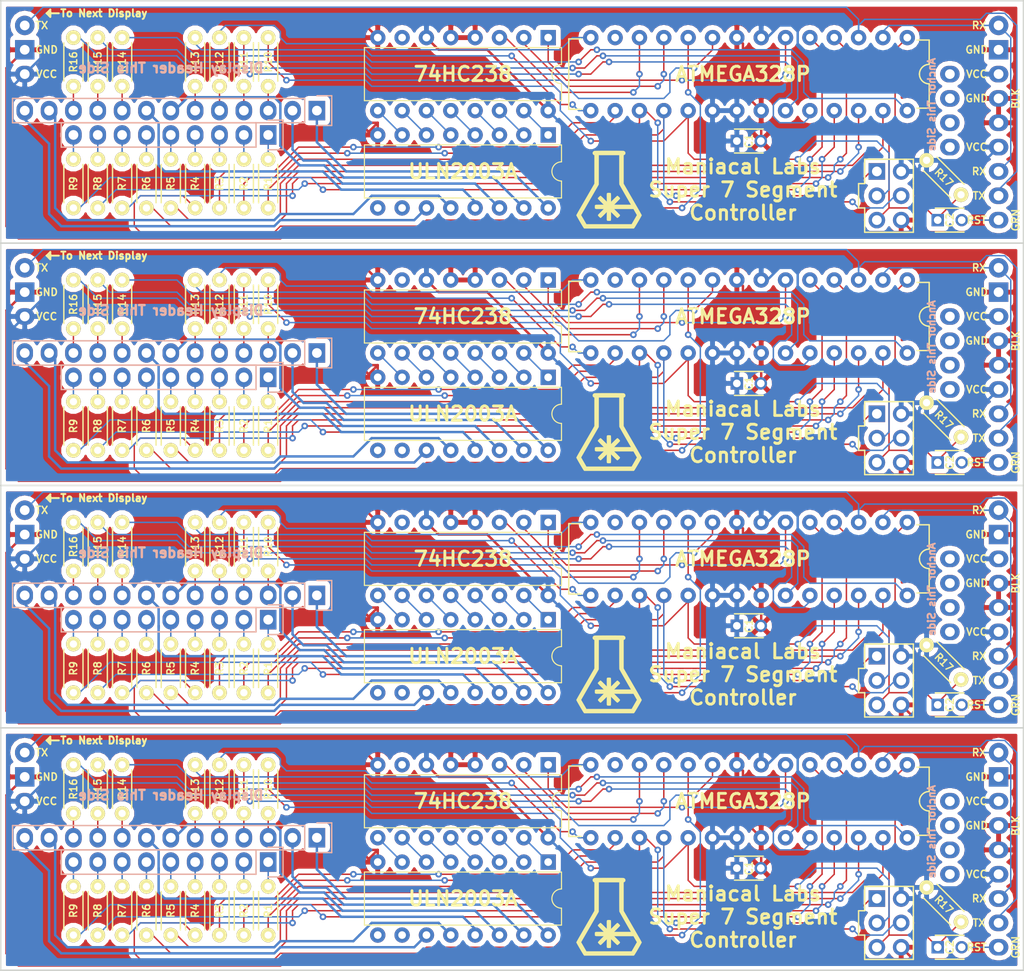
<source format=kicad_pcb>
(kicad_pcb (version 4) (host pcbnew 4.0.4-stable)
  (layers (0 F.Cu signal) (31 B.Cu signal) (34 B.Paste user) (35 F.Paste user) (36 B.SilkS user) (37 F.SilkS user) (38 B.Mask user) (39 F.Mask user) (44 Edge.Cuts user))
  (net 0 "")
  (net 1 GND)
  (net 2 VCC)
  (net 3 PC6)
  (net 4 RESET)
  (net 5 RX)
  (net 6 TX)
  (net 7 "Net-(IC1-Pad4)")
  (net 8 "Net-(IC1-Pad5)")
  (net 9 "Net-(IC1-Pad9)")
  (net 10 "Net-(IC1-Pad10)")
  (net 11 DC_1)
  (net 12 DC_2)
  (net 13 DC_3)
  (net 14 "Net-(IC1-Pad14)")
  (net 15 "Net-(IC1-Pad15)")
  (net 16 "Net-(IC1-Pad16)")
  (net 17 MOSI)
  (net 18 MISO)
  (net 19 SCK)
  (net 20 "Net-(IC1-Pad23)")
  (net 21 "Net-(IC1-Pad24)")
  (net 22 "Net-(IC1-Pad25)")
  (net 23 "Net-(IC1-Pad26)")
  (net 24 "Net-(IC1-Pad27)")
  (net 25 "Net-(IC1-Pad28)")
  (net 26 DC_A)
  (net 27 DC_B)
  (net 28 DC_C)
  (net 29 "Net-(IC1-Pad13)")
  (net 30 H_F1)
  (net 31 H_G1)
  (net 32 H_A1)
  (net 33 H_B1)
  (net 34 DC_4)
  (net 35 H_F2)
  (net 36 H_A2)
  (net 37 H_B2)
  (net 38 DC_5)
  (net 39 DC_6)
  (net 40 H_E1)
  (net 41 H_D1)
  (net 42 H_C1)
  (net 43 H_DP1)
  (net 44 H_E2)
  (net 45 H_D2)
  (net 46 H_G2)
  (net 47 H_C2)
  (net 48 H_DP2)
  (net 49 "Net-(IC2-Pad9)")
  (net 50 "Net-(IC2-Pad10)")
  (net 51 "Net-(IC2-Pad11)")
  (net 52 "Net-(IC2-Pad12)")
  (net 53 "Net-(IC2-Pad13)")
  (net 54 "Net-(IC2-Pad14)")
  (net 55 "Net-(IC2-Pad7)")
  (net 56 "Net-(IC2-Pad15)")
  (net 57 "Net-(U1-Pad9)")
  (net 58 "Net-(U1-Pad10)")
  (module misc:logo_MLlabs_small (layer F.Cu) (at 118.765 72.025)
    (fp_text reference G*** hide)
    (fp_text value LOGO hide)
  )
  (module misc:Strip_1x01 (layer F.Cu) (at 57.805 59.96 90)
    (fp_text reference REF** hide)
    (fp_text value Socket_Strip_Straight_1x01 hide)
    (pad 1 thru_hole oval (at 0 0 90) (size 1.7272 2.032) (drill 1.016) (layers *.Cu *.Mask) (net 2 VCC))
  )
  (module misc:Strip_1x01 (layer F.Cu) (at 159.405 59.96 90)
    (fp_text reference REF** hide)
    (fp_text value Socket_Strip_Straight_1x01 hide)
    (pad 1 thru_hole oval (at 0 0 90) (size 1.7272 2.032) (drill 1.016) (layers *.Cu *.Mask) (net 2 VCC))
  )
  (module misc:Strip_1x04 (layer F.Cu) (at 154.325 67.58 90)
    (fp_text reference REF** hide)
    (fp_text value Socket_Strip_Straight_1x04 hide)
    (pad 1 thru_hole oval (at 0 0 90) (size 1.7272 2.032) (drill 1.016) (layers *.Cu *.Mask))
    (pad 2 thru_hole oval (at 2.54 0 90) (size 1.7272 2.032) (drill 1.016) (layers *.Cu *.Mask))
    (pad 3 thru_hole oval (at 5.08 0 90) (size 1.7272 2.032) (drill 1.016) (layers *.Cu *.Mask))
    (pad 4 thru_hole oval (at 7.62 0 90) (size 1.7272 2.032) (drill 1.016) (layers *.Cu *.Mask))
  )
  (module Housings_DIP:DIP-16_W7.62mm (layer F.Cu) (at 112.415 66.31 270)
    (fp_text reference U1 hide)
    (fp_text value ULN2003A hide)
    (pad 1 thru_hole rect (at 0 0 270) (size 1.6 1.6) (drill 0.8) (layers *.Cu *.Mask) (net 56 "Net-(IC2-Pad15)"))
    (pad 9 thru_hole oval (at 7.62 17.78 270) (size 1.6 1.6) (drill 0.8) (layers *.Cu *.Mask) (net 57 "Net-(U1-Pad9)"))
    (pad 2 thru_hole oval (at 0 2.54 270) (size 1.6 1.6) (drill 0.8) (layers *.Cu *.Mask) (net 54 "Net-(IC2-Pad14)"))
    (pad 10 thru_hole oval (at 7.62 15.24 270) (size 1.6 1.6) (drill 0.8) (layers *.Cu *.Mask) (net 58 "Net-(U1-Pad10)"))
    (pad 3 thru_hole oval (at 0 5.08 270) (size 1.6 1.6) (drill 0.8) (layers *.Cu *.Mask) (net 53 "Net-(IC2-Pad13)"))
    (pad 11 thru_hole oval (at 7.62 12.7 270) (size 1.6 1.6) (drill 0.8) (layers *.Cu *.Mask) (net 39 DC_6))
    (pad 4 thru_hole oval (at 0 7.62 270) (size 1.6 1.6) (drill 0.8) (layers *.Cu *.Mask) (net 52 "Net-(IC2-Pad12)"))
    (pad 12 thru_hole oval (at 7.62 10.16 270) (size 1.6 1.6) (drill 0.8) (layers *.Cu *.Mask) (net 38 DC_5))
    (pad 5 thru_hole oval (at 0 10.16 270) (size 1.6 1.6) (drill 0.8) (layers *.Cu *.Mask) (net 51 "Net-(IC2-Pad11)"))
    (pad 13 thru_hole oval (at 7.62 7.62 270) (size 1.6 1.6) (drill 0.8) (layers *.Cu *.Mask) (net 34 DC_4))
    (pad 6 thru_hole oval (at 0 12.7 270) (size 1.6 1.6) (drill 0.8) (layers *.Cu *.Mask) (net 50 "Net-(IC2-Pad10)"))
    (pad 14 thru_hole oval (at 7.62 5.08 270) (size 1.6 1.6) (drill 0.8) (layers *.Cu *.Mask) (net 13 DC_3))
    (pad 7 thru_hole oval (at 0 15.24 270) (size 1.6 1.6) (drill 0.8) (layers *.Cu *.Mask) (net 49 "Net-(IC2-Pad9)"))
    (pad 15 thru_hole oval (at 7.62 2.54 270) (size 1.6 1.6) (drill 0.8) (layers *.Cu *.Mask) (net 12 DC_2))
    (pad 8 thru_hole oval (at 0 17.78 270) (size 1.6 1.6) (drill 0.8) (layers *.Cu *.Mask) (net 1 GND))
    (pad 16 thru_hole oval (at 7.62 0 270) (size 1.6 1.6) (drill 0.8) (layers *.Cu *.Mask) (net 11 DC_1))
  )
  (module Housings_DIP:DIP-16_W7.62mm (layer F.Cu) (at 112.415 56.15 270)
    (fp_text reference IC2 hide)
    (fp_text value 74HC238 hide)
    (pad 1 thru_hole rect (at 0 0 270) (size 1.6 1.6) (drill 0.8) (layers *.Cu *.Mask) (net 26 DC_A))
    (pad 9 thru_hole oval (at 7.62 17.78 270) (size 1.6 1.6) (drill 0.8) (layers *.Cu *.Mask) (net 49 "Net-(IC2-Pad9)"))
    (pad 2 thru_hole oval (at 0 2.54 270) (size 1.6 1.6) (drill 0.8) (layers *.Cu *.Mask) (net 27 DC_B))
    (pad 10 thru_hole oval (at 7.62 15.24 270) (size 1.6 1.6) (drill 0.8) (layers *.Cu *.Mask) (net 50 "Net-(IC2-Pad10)"))
    (pad 3 thru_hole oval (at 0 5.08 270) (size 1.6 1.6) (drill 0.8) (layers *.Cu *.Mask) (net 28 DC_C))
    (pad 11 thru_hole oval (at 7.62 12.7 270) (size 1.6 1.6) (drill 0.8) (layers *.Cu *.Mask) (net 51 "Net-(IC2-Pad11)"))
    (pad 4 thru_hole oval (at 0 7.62 270) (size 1.6 1.6) (drill 0.8) (layers *.Cu *.Mask) (net 1 GND))
    (pad 12 thru_hole oval (at 7.62 10.16 270) (size 1.6 1.6) (drill 0.8) (layers *.Cu *.Mask) (net 52 "Net-(IC2-Pad12)"))
    (pad 5 thru_hole oval (at 0 10.16 270) (size 1.6 1.6) (drill 0.8) (layers *.Cu *.Mask) (net 1 GND))
    (pad 13 thru_hole oval (at 7.62 7.62 270) (size 1.6 1.6) (drill 0.8) (layers *.Cu *.Mask) (net 53 "Net-(IC2-Pad13)"))
    (pad 6 thru_hole oval (at 0 12.7 270) (size 1.6 1.6) (drill 0.8) (layers *.Cu *.Mask) (net 2 VCC))
    (pad 14 thru_hole oval (at 7.62 5.08 270) (size 1.6 1.6) (drill 0.8) (layers *.Cu *.Mask) (net 54 "Net-(IC2-Pad14)"))
    (pad 7 thru_hole oval (at 0 15.24 270) (size 1.6 1.6) (drill 0.8) (layers *.Cu *.Mask) (net 55 "Net-(IC2-Pad7)"))
    (pad 15 thru_hole oval (at 7.62 2.54 270) (size 1.6 1.6) (drill 0.8) (layers *.Cu *.Mask) (net 56 "Net-(IC2-Pad15)"))
    (pad 8 thru_hole oval (at 0 17.78 270) (size 1.6 1.6) (drill 0.8) (layers *.Cu *.Mask) (net 1 GND))
    (pad 16 thru_hole oval (at 7.62 0 270) (size 1.6 1.6) (drill 0.8) (layers *.Cu *.Mask) (net 2 VCC))
  )
  (module misc:Strip_1x02 (layer F.Cu) (at 57.805 57.42 90)
    (fp_text reference P7 hide)
    (fp_text value CONN_01X02 hide)
    (pad 1 thru_hole rect (at 0 0 90) (size 2.032 2.032) (drill 1.016) (layers *.Cu *.Mask) (net 1 GND))
    (pad 2 thru_hole oval (at 2.54 0 90) (size 2.032 2.032) (drill 1.016) (layers *.Cu *.Mask) (net 6 TX))
  )
  (module misc:Strip_1x02 (layer F.Cu) (at 159.405 57.42 90)
    (fp_text reference P6 hide)
    (fp_text value CONN_01X02 hide)
    (pad 1 thru_hole rect (at 0 0 90) (size 2.032 2.032) (drill 1.016) (layers *.Cu *.Mask) (net 1 GND))
    (pad 2 thru_hole oval (at 2.54 0 90) (size 2.032 2.032) (drill 1.016) (layers *.Cu *.Mask) (net 5 RX))
  )
  (module misc:Strip_1x06 (layer F.Cu) (at 159.405 62.5 270)
    (fp_text reference P5 hide)
    (fp_text value UART hide)
    (pad 1 thru_hole oval (at 0 0 270) (size 1.7272 2.032) (drill 1.016) (layers *.Cu *.Mask) (net 1 GND))
    (pad 2 thru_hole oval (at 2.54 0 270) (size 1.7272 2.032) (drill 1.016) (layers *.Cu *.Mask) (net 1 GND))
    (pad 3 thru_hole oval (at 5.08 0 270) (size 1.7272 2.032) (drill 1.016) (layers *.Cu *.Mask) (net 2 VCC))
    (pad 4 thru_hole oval (at 7.62 0 270) (size 1.7272 2.032) (drill 1.016) (layers *.Cu *.Mask) (net 5 RX))
    (pad 5 thru_hole oval (at 10.16 0 270) (size 1.7272 2.032) (drill 1.016) (layers *.Cu *.Mask) (net 6 TX))
    (pad 6 thru_hole oval (at 12.7 0 270) (size 1.7272 2.032) (drill 1.016) (layers *.Cu *.Mask) (net 4 RESET))
  )
  (module footprints:0.125_Resistor (layer F.Cu) (at 153.69 70.755 315)
    (fp_text reference R17 (at 0 0 315) (layer F.SilkS) (effects (font (size 0.75 0.75))))
    (fp_text value 10k hide)
    (pad 2 thru_hole circle (at 2.54 0 315) (size 1.524 1.524) (drill 0.762) (layers *.Cu *.Mask F.SilkS) (net 3 PC6))
    (pad 1 thru_hole circle (at -2.54 0 315) (size 1.524 1.524) (drill 0.762) (layers *.Cu *.Mask F.SilkS) (net 2 VCC))
  )
  (module footprints:0.125_Resistor (layer F.Cu) (at 62.885 58.69 270)
    (fp_text reference R16 (at 0 0 270) (layer F.SilkS) (effects (font (size 0.75 0.75))))
    (fp_text value 120 hide)
    (pad 2 thru_hole circle (at 2.54 0 270) (size 1.524 1.524) (drill 0.762) (layers *.Cu *.Mask F.SilkS) (net 37 H_B2))
    (pad 1 thru_hole circle (at -2.54 0 270) (size 1.524 1.524) (drill 0.762) (layers *.Cu *.Mask F.SilkS) (net 21 "Net-(IC1-Pad24)"))
  )
  (module footprints:0.125_Resistor (layer F.Cu) (at 65.425 58.69 270)
    (fp_text reference R15 (at 0 0 270) (layer F.SilkS) (effects (font (size 0.75 0.75))))
    (fp_text value 120 hide)
    (pad 2 thru_hole circle (at 2.54 0 270) (size 1.524 1.524) (drill 0.762) (layers *.Cu *.Mask F.SilkS) (net 36 H_A2))
    (pad 1 thru_hole circle (at -2.54 0 270) (size 1.524 1.524) (drill 0.762) (layers *.Cu *.Mask F.SilkS) (net 20 "Net-(IC1-Pad23)"))
  )
  (module footprints:0.125_Resistor (layer F.Cu) (at 67.965 58.69 270)
    (fp_text reference R14 (at 0 0 270) (layer F.SilkS) (effects (font (size 0.75 0.75))))
    (fp_text value 120 hide)
    (pad 2 thru_hole circle (at 2.54 0 270) (size 1.524 1.524) (drill 0.762) (layers *.Cu *.Mask F.SilkS) (net 35 H_F2))
    (pad 1 thru_hole circle (at -2.54 0 270) (size 1.524 1.524) (drill 0.762) (layers *.Cu *.Mask F.SilkS) (net 25 "Net-(IC1-Pad28)"))
  )
  (module footprints:0.125_Resistor (layer F.Cu) (at 75.585 58.69 270)
    (fp_text reference R13 (at 0 0 270) (layer F.SilkS) (effects (font (size 0.75 0.75))))
    (fp_text value 120 hide)
    (pad 2 thru_hole circle (at 2.54 0 270) (size 1.524 1.524) (drill 0.762) (layers *.Cu *.Mask F.SilkS) (net 33 H_B1))
    (pad 1 thru_hole circle (at -2.54 0 270) (size 1.524 1.524) (drill 0.762) (layers *.Cu *.Mask F.SilkS) (net 15 "Net-(IC1-Pad15)"))
  )
  (module footprints:0.125_Resistor (layer F.Cu) (at 78.125 58.69 270)
    (fp_text reference R12 (at 0 0 270) (layer F.SilkS) (effects (font (size 0.75 0.75))))
    (fp_text value 120 hide)
    (pad 2 thru_hole circle (at 2.54 0 270) (size 1.524 1.524) (drill 0.762) (layers *.Cu *.Mask F.SilkS) (net 32 H_A1))
    (pad 1 thru_hole circle (at -2.54 0 270) (size 1.524 1.524) (drill 0.762) (layers *.Cu *.Mask F.SilkS) (net 14 "Net-(IC1-Pad14)"))
  )
  (module footprints:0.125_Resistor (layer F.Cu) (at 80.665 58.69 270)
    (fp_text reference R11 (at 0 0 270) (layer F.SilkS) (effects (font (size 0.75 0.75))))
    (fp_text value 120 hide)
    (pad 2 thru_hole circle (at 2.54 0 270) (size 1.524 1.524) (drill 0.762) (layers *.Cu *.Mask F.SilkS) (net 31 H_G1))
    (pad 1 thru_hole circle (at -2.54 0 270) (size 1.524 1.524) (drill 0.762) (layers *.Cu *.Mask F.SilkS) (net 9 "Net-(IC1-Pad9)"))
  )
  (module footprints:0.125_Resistor (layer F.Cu) (at 83.205 58.69 270)
    (fp_text reference R10 (at 0 0 270) (layer F.SilkS) (effects (font (size 0.75 0.75))))
    (fp_text value 120 hide)
    (pad 2 thru_hole circle (at 2.54 0 270) (size 1.524 1.524) (drill 0.762) (layers *.Cu *.Mask F.SilkS) (net 30 H_F1))
    (pad 1 thru_hole circle (at -2.54 0 270) (size 1.524 1.524) (drill 0.762) (layers *.Cu *.Mask F.SilkS) (net 19 SCK))
  )
  (module footprints:0.125_Resistor (layer F.Cu) (at 62.885 71.39 90)
    (fp_text reference R9 (at 0 0 90) (layer F.SilkS) (effects (font (size 0.75 0.75))))
    (fp_text value 120 hide)
    (pad 2 thru_hole circle (at 2.54 0 90) (size 1.524 1.524) (drill 0.762) (layers *.Cu *.Mask F.SilkS) (net 48 H_DP2))
    (pad 1 thru_hole circle (at -2.54 0 90) (size 1.524 1.524) (drill 0.762) (layers *.Cu *.Mask F.SilkS) (net 8 "Net-(IC1-Pad5)"))
  )
  (module footprints:0.125_Resistor (layer F.Cu) (at 65.425 71.39 90)
    (fp_text reference R8 (at 0 0 90) (layer F.SilkS) (effects (font (size 0.75 0.75))))
    (fp_text value 120 hide)
    (pad 2 thru_hole circle (at 2.54 0 90) (size 1.524 1.524) (drill 0.762) (layers *.Cu *.Mask F.SilkS) (net 47 H_C2))
    (pad 1 thru_hole circle (at -2.54 0 90) (size 1.524 1.524) (drill 0.762) (layers *.Cu *.Mask F.SilkS) (net 22 "Net-(IC1-Pad25)"))
  )
  (module footprints:0.125_Resistor (layer F.Cu) (at 67.965 71.39 90)
    (fp_text reference R7 (at 0 0 90) (layer F.SilkS) (effects (font (size 0.75 0.75))))
    (fp_text value 120 hide)
    (pad 2 thru_hole circle (at 2.54 0 90) (size 1.524 1.524) (drill 0.762) (layers *.Cu *.Mask F.SilkS) (net 46 H_G2))
    (pad 1 thru_hole circle (at -2.54 0 90) (size 1.524 1.524) (drill 0.762) (layers *.Cu *.Mask F.SilkS) (net 7 "Net-(IC1-Pad4)"))
  )
  (module footprints:0.125_Resistor (layer F.Cu) (at 70.505 71.39 90)
    (fp_text reference R6 (at 0 0 90) (layer F.SilkS) (effects (font (size 0.75 0.75))))
    (fp_text value 120 hide)
    (pad 2 thru_hole circle (at 2.54 0 90) (size 1.524 1.524) (drill 0.762) (layers *.Cu *.Mask F.SilkS) (net 45 H_D2))
    (pad 1 thru_hole circle (at -2.54 0 90) (size 1.524 1.524) (drill 0.762) (layers *.Cu *.Mask F.SilkS) (net 23 "Net-(IC1-Pad26)"))
  )
  (module footprints:0.125_Resistor (layer F.Cu) (at 73.045 71.39 90)
    (fp_text reference R5 (at 0 0 90) (layer F.SilkS) (effects (font (size 0.75 0.75))))
    (fp_text value 120 hide)
    (pad 2 thru_hole circle (at 2.54 0 90) (size 1.524 1.524) (drill 0.762) (layers *.Cu *.Mask F.SilkS) (net 44 H_E2))
    (pad 1 thru_hole circle (at -2.54 0 90) (size 1.524 1.524) (drill 0.762) (layers *.Cu *.Mask F.SilkS) (net 24 "Net-(IC1-Pad27)"))
  )
  (module footprints:0.125_Resistor (layer F.Cu) (at 75.585 71.39 90)
    (fp_text reference R4 (at 0 0 90) (layer F.SilkS) (effects (font (size 0.75 0.75))))
    (fp_text value 120 hide)
    (pad 2 thru_hole circle (at 2.54 0 90) (size 1.524 1.524) (drill 0.762) (layers *.Cu *.Mask F.SilkS) (net 43 H_DP1))
    (pad 1 thru_hole circle (at -2.54 0 90) (size 1.524 1.524) (drill 0.762) (layers *.Cu *.Mask F.SilkS) (net 10 "Net-(IC1-Pad10)"))
  )
  (module footprints:0.125_Resistor (layer F.Cu) (at 78.125 71.39 90)
    (fp_text reference R3 (at 0 0 90) (layer F.SilkS) (effects (font (size 0.75 0.75))))
    (fp_text value 120 hide)
    (pad 2 thru_hole circle (at 2.54 0 90) (size 1.524 1.524) (drill 0.762) (layers *.Cu *.Mask F.SilkS) (net 42 H_C1))
    (pad 1 thru_hole circle (at -2.54 0 90) (size 1.524 1.524) (drill 0.762) (layers *.Cu *.Mask F.SilkS) (net 16 "Net-(IC1-Pad16)"))
  )
  (module footprints:0.125_Resistor (layer F.Cu) (at 80.665 71.39 90)
    (fp_text reference R2 (at 0 0 90) (layer F.SilkS) (effects (font (size 0.75 0.75))))
    (fp_text value 120 hide)
    (pad 2 thru_hole circle (at 2.54 0 90) (size 1.524 1.524) (drill 0.762) (layers *.Cu *.Mask F.SilkS) (net 41 H_D1))
    (pad 1 thru_hole circle (at -2.54 0 90) (size 1.524 1.524) (drill 0.762) (layers *.Cu *.Mask F.SilkS) (net 17 MOSI))
  )
  (module footprints:0.125_Resistor (layer F.Cu) (at 83.205 71.39 90)
    (fp_text reference R1 (at 0 0 90) (layer F.SilkS) (effects (font (size 0.75 0.75))))
    (fp_text value 120 hide)
    (pad 2 thru_hole circle (at 2.54 0 90) (size 1.524 1.524) (drill 0.762) (layers *.Cu *.Mask F.SilkS) (net 40 H_E1))
    (pad 1 thru_hole circle (at -2.54 0 90) (size 1.524 1.524) (drill 0.762) (layers *.Cu *.Mask F.SilkS) (net 18 MISO))
  )
  (module Socket_Strips:Socket_Strip_Straight_1x09 (layer B.Cu) (at 83.205 66.31 180)
    (fp_text reference P4 hide)
    (fp_text value CONN_01X09 hide)
    (pad 1 thru_hole rect (at 0 0 180) (size 1.7272 2.032) (drill 1.016) (layers *.Cu *.Mask) (net 40 H_E1))
    (pad 2 thru_hole oval (at 2.54 0 180) (size 1.7272 2.032) (drill 1.016) (layers *.Cu *.Mask) (net 41 H_D1))
    (pad 3 thru_hole oval (at 5.08 0 180) (size 1.7272 2.032) (drill 1.016) (layers *.Cu *.Mask) (net 42 H_C1))
    (pad 4 thru_hole oval (at 7.62 0 180) (size 1.7272 2.032) (drill 1.016) (layers *.Cu *.Mask) (net 43 H_DP1))
    (pad 5 thru_hole oval (at 10.16 0 180) (size 1.7272 2.032) (drill 1.016) (layers *.Cu *.Mask) (net 44 H_E2))
    (pad 6 thru_hole oval (at 12.7 0 180) (size 1.7272 2.032) (drill 1.016) (layers *.Cu *.Mask) (net 45 H_D2))
    (pad 7 thru_hole oval (at 15.24 0 180) (size 1.7272 2.032) (drill 1.016) (layers *.Cu *.Mask) (net 46 H_G2))
    (pad 8 thru_hole oval (at 17.78 0 180) (size 1.7272 2.032) (drill 1.016) (layers *.Cu *.Mask) (net 47 H_C2))
    (pad 9 thru_hole oval (at 20.32 0 180) (size 1.7272 2.032) (drill 1.016) (layers *.Cu *.Mask) (net 48 H_DP2))
  )
  (module Socket_Strips:Socket_Strip_Straight_1x13 (layer B.Cu) (at 88.285 63.77 180)
    (fp_text reference P3 hide)
    (fp_text value CONN_01X13 hide)
    (pad 1 thru_hole rect (at 0 0 180) (size 1.7272 2.032) (drill 1.016) (layers *.Cu *.Mask) (net 11 DC_1))
    (pad 2 thru_hole oval (at 2.54 0 180) (size 1.7272 2.032) (drill 1.016) (layers *.Cu *.Mask) (net 12 DC_2))
    (pad 3 thru_hole oval (at 5.08 0 180) (size 1.7272 2.032) (drill 1.016) (layers *.Cu *.Mask) (net 30 H_F1))
    (pad 4 thru_hole oval (at 7.62 0 180) (size 1.7272 2.032) (drill 1.016) (layers *.Cu *.Mask) (net 31 H_G1))
    (pad 5 thru_hole oval (at 10.16 0 180) (size 1.7272 2.032) (drill 1.016) (layers *.Cu *.Mask) (net 32 H_A1))
    (pad 6 thru_hole oval (at 12.7 0 180) (size 1.7272 2.032) (drill 1.016) (layers *.Cu *.Mask) (net 33 H_B1))
    (pad 7 thru_hole oval (at 15.24 0 180) (size 1.7272 2.032) (drill 1.016) (layers *.Cu *.Mask) (net 13 DC_3))
    (pad 8 thru_hole oval (at 17.78 0 180) (size 1.7272 2.032) (drill 1.016) (layers *.Cu *.Mask) (net 34 DC_4))
    (pad 9 thru_hole oval (at 20.32 0 180) (size 1.7272 2.032) (drill 1.016) (layers *.Cu *.Mask) (net 35 H_F2))
    (pad 10 thru_hole oval (at 22.86 0 180) (size 1.7272 2.032) (drill 1.016) (layers *.Cu *.Mask) (net 36 H_A2))
    (pad 11 thru_hole oval (at 25.4 0 180) (size 1.7272 2.032) (drill 1.016) (layers *.Cu *.Mask) (net 37 H_B2))
    (pad 12 thru_hole oval (at 27.94 0 180) (size 1.7272 2.032) (drill 1.016) (layers *.Cu *.Mask) (net 38 DC_5))
    (pad 13 thru_hole oval (at 30.48 0 180) (size 1.7272 2.032) (drill 1.016) (layers *.Cu *.Mask) (net 39 DC_6))
  )
  (module footprints:ICSP (layer F.Cu) (at 149.245 70.12 270)
    (fp_text reference CON1 hide)
    (fp_text value AVR-ISP-6 hide)
    (pad 1 thru_hole rect (at 0 2.54 270) (size 1.7272 1.7272) (drill 1.016) (layers *.Cu *.Mask) (net 18 MISO))
    (pad 2 thru_hole oval (at 0 0 270) (size 1.7272 1.7272) (drill 1.016) (layers *.Cu *.Mask) (net 2 VCC))
    (pad 4 thru_hole oval (at 2.54 0 270) (size 1.7272 1.7272) (drill 1.016) (layers *.Cu *.Mask) (net 17 MOSI))
    (pad 3 thru_hole oval (at 2.54 2.54 270) (size 1.7272 1.7272) (drill 1.016) (layers *.Cu *.Mask) (net 19 SCK))
    (pad 6 thru_hole oval (at 5.08 0 270) (size 1.7272 1.7272) (drill 1.016) (layers *.Cu *.Mask) (net 1 GND))
    (pad 5 thru_hole oval (at 5.08 2.54 270) (size 1.7272 1.7272) (drill 1.016) (layers *.Cu *.Mask) (net 3 PC6))
  )
  (module Capacitors_ThroughHole:C_Disc_D3_P2.5 (layer F.Cu) (at 153.055 75.2)
    (fp_text reference C2 (at 1.27 0 90) (layer F.SilkS) (effects (font (size 0.762 0.762))))
    (fp_text value 0.1uF hide)
    (pad 1 thru_hole rect (at 0 0) (size 1.3 1.3) (drill 0.8) (layers *.Cu *.Mask) (net 3 PC6))
    (pad 2 thru_hole circle (at 2.5 0) (size 1.3 1.3) (drill 0.8001) (layers *.Cu *.Mask) (net 4 RESET))
  )
  (module footprints:DIP28 (layer F.Cu) (at 149.88 56.15 270)
    (fp_text reference IC1 hide)
    (fp_text value ATMEGA328P-P hide)
    (pad 1 thru_hole oval (at 0 0 270) (size 1.6 1.6) (drill 0.8) (layers *.Cu *.Mask) (net 3 PC6))
    (pad 2 thru_hole oval (at 0 2.54 270) (size 1.6 1.6) (drill 0.8) (layers *.Cu *.Mask) (net 5 RX))
    (pad 3 thru_hole oval (at 0 5.08 270) (size 1.6 1.6) (drill 0.8) (layers *.Cu *.Mask) (net 6 TX))
    (pad 4 thru_hole oval (at 0 7.62 270) (size 1.6 1.6) (drill 0.8) (layers *.Cu *.Mask) (net 7 "Net-(IC1-Pad4)"))
    (pad 5 thru_hole oval (at 0 10.16 270) (size 1.6 1.6) (drill 0.8) (layers *.Cu *.Mask) (net 8 "Net-(IC1-Pad5)"))
    (pad 6 thru_hole oval (at 0 12.7 270) (size 1.6 1.6) (drill 0.8) (layers *.Cu *.Mask) (net 26 DC_A))
    (pad 7 thru_hole oval (at 0 15.24 270) (size 1.6 1.6) (drill 0.8) (layers *.Cu *.Mask) (net 2 VCC))
    (pad 8 thru_hole oval (at 0 17.78 270) (size 1.6 1.6) (drill 0.8) (layers *.Cu *.Mask) (net 1 GND))
    (pad 9 thru_hole oval (at 0 20.32 270) (size 1.6 1.6) (drill 0.8) (layers *.Cu *.Mask) (net 9 "Net-(IC1-Pad9)"))
    (pad 10 thru_hole oval (at 0 22.86 270) (size 1.6 1.6) (drill 0.8) (layers *.Cu *.Mask) (net 10 "Net-(IC1-Pad10)"))
    (pad 11 thru_hole oval (at 0 25.4 270) (size 1.6 1.6) (drill 0.8) (layers *.Cu *.Mask) (net 27 DC_B))
    (pad 12 thru_hole oval (at 0 27.94 270) (size 1.6 1.6) (drill 0.8) (layers *.Cu *.Mask) (net 28 DC_C))
    (pad 13 thru_hole oval (at 0 30.48 270) (size 1.6 1.6) (drill 0.8) (layers *.Cu *.Mask) (net 29 "Net-(IC1-Pad13)"))
    (pad 14 thru_hole oval (at 0 33.02 270) (size 1.6 1.6) (drill 0.8) (layers *.Cu *.Mask) (net 14 "Net-(IC1-Pad14)"))
    (pad 15 thru_hole oval (at 7.62 33.02 270) (size 1.6 1.6) (drill 0.8) (layers *.Cu *.Mask) (net 15 "Net-(IC1-Pad15)"))
    (pad 16 thru_hole oval (at 7.62 30.48 270) (size 1.6 1.6) (drill 0.8) (layers *.Cu *.Mask) (net 16 "Net-(IC1-Pad16)"))
    (pad 17 thru_hole oval (at 7.62 27.94 270) (size 1.6 1.6) (drill 0.8) (layers *.Cu *.Mask) (net 17 MOSI))
    (pad 18 thru_hole oval (at 7.62 25.4 270) (size 1.6 1.6) (drill 0.8) (layers *.Cu *.Mask) (net 18 MISO))
    (pad 19 thru_hole oval (at 7.62 22.86 270) (size 1.6 1.6) (drill 0.8) (layers *.Cu *.Mask) (net 19 SCK))
    (pad 20 thru_hole oval (at 7.62 20.32 270) (size 1.6 1.6) (drill 0.8) (layers *.Cu *.Mask) (net 2 VCC))
    (pad 21 thru_hole oval (at 7.62 17.78 270) (size 1.6 1.6) (drill 0.8) (layers *.Cu *.Mask) (net 2 VCC))
    (pad 22 thru_hole oval (at 7.62 15.24 270) (size 1.6 1.6) (drill 0.8) (layers *.Cu *.Mask) (net 1 GND))
    (pad 23 thru_hole oval (at 7.62 12.7 270) (size 1.6 1.6) (drill 0.8) (layers *.Cu *.Mask) (net 20 "Net-(IC1-Pad23)"))
    (pad 24 thru_hole oval (at 7.62 10.16 270) (size 1.6 1.6) (drill 0.8) (layers *.Cu *.Mask) (net 21 "Net-(IC1-Pad24)"))
    (pad 25 thru_hole oval (at 7.62 7.62 270) (size 1.6 1.6) (drill 0.8) (layers *.Cu *.Mask) (net 22 "Net-(IC1-Pad25)"))
    (pad 26 thru_hole oval (at 7.62 5.08 270) (size 1.6 1.6) (drill 0.8) (layers *.Cu *.Mask) (net 23 "Net-(IC1-Pad26)"))
    (pad 27 thru_hole oval (at 7.62 2.54 270) (size 1.6 1.6) (drill 0.8) (layers *.Cu *.Mask) (net 24 "Net-(IC1-Pad27)"))
    (pad 28 thru_hole oval (at 7.62 0 270) (size 1.6 1.6) (drill 0.8) (layers *.Cu *.Mask) (net 25 "Net-(IC1-Pad28)"))
  )
  (module Capacitors_ThroughHole:C_Disc_D3_P2.5 (layer F.Cu) (at 132.1 66.945)
    (fp_text reference C1 (at 1.27 0 90) (layer F.SilkS) (effects (font (size 0.762 0.762))))
    (fp_text value 0.1uF hide)
    (pad 1 thru_hole rect (at 0 0) (size 1.3 1.3) (drill 0.8) (layers *.Cu *.Mask) (net 2 VCC))
    (pad 2 thru_hole circle (at 2.5 0) (size 1.3 1.3) (drill 0.8001) (layers *.Cu *.Mask) (net 1 GND))
  )
  (module Capacitors_ThroughHole:C_Disc_D3_P2.5 (layer F.Cu) (at 132.1 41.645)
    (fp_text reference C1 (at 1.27 0 90) (layer F.SilkS) (effects (font (size 0.762 0.762))))
    (fp_text value 0.1uF hide)
    (pad 1 thru_hole rect (at 0 0) (size 1.3 1.3) (drill 0.8) (layers *.Cu *.Mask) (net 2 VCC))
    (pad 2 thru_hole circle (at 2.5 0) (size 1.3 1.3) (drill 0.8001) (layers *.Cu *.Mask) (net 1 GND))
  )
  (module footprints:DIP28 (layer F.Cu) (at 149.88 30.85 270)
    (fp_text reference IC1 hide)
    (fp_text value ATMEGA328P-P hide)
    (pad 1 thru_hole oval (at 0 0 270) (size 1.6 1.6) (drill 0.8) (layers *.Cu *.Mask) (net 3 PC6))
    (pad 2 thru_hole oval (at 0 2.54 270) (size 1.6 1.6) (drill 0.8) (layers *.Cu *.Mask) (net 5 RX))
    (pad 3 thru_hole oval (at 0 5.08 270) (size 1.6 1.6) (drill 0.8) (layers *.Cu *.Mask) (net 6 TX))
    (pad 4 thru_hole oval (at 0 7.62 270) (size 1.6 1.6) (drill 0.8) (layers *.Cu *.Mask) (net 7 "Net-(IC1-Pad4)"))
    (pad 5 thru_hole oval (at 0 10.16 270) (size 1.6 1.6) (drill 0.8) (layers *.Cu *.Mask) (net 8 "Net-(IC1-Pad5)"))
    (pad 6 thru_hole oval (at 0 12.7 270) (size 1.6 1.6) (drill 0.8) (layers *.Cu *.Mask) (net 26 DC_A))
    (pad 7 thru_hole oval (at 0 15.24 270) (size 1.6 1.6) (drill 0.8) (layers *.Cu *.Mask) (net 2 VCC))
    (pad 8 thru_hole oval (at 0 17.78 270) (size 1.6 1.6) (drill 0.8) (layers *.Cu *.Mask) (net 1 GND))
    (pad 9 thru_hole oval (at 0 20.32 270) (size 1.6 1.6) (drill 0.8) (layers *.Cu *.Mask) (net 9 "Net-(IC1-Pad9)"))
    (pad 10 thru_hole oval (at 0 22.86 270) (size 1.6 1.6) (drill 0.8) (layers *.Cu *.Mask) (net 10 "Net-(IC1-Pad10)"))
    (pad 11 thru_hole oval (at 0 25.4 270) (size 1.6 1.6) (drill 0.8) (layers *.Cu *.Mask) (net 27 DC_B))
    (pad 12 thru_hole oval (at 0 27.94 270) (size 1.6 1.6) (drill 0.8) (layers *.Cu *.Mask) (net 28 DC_C))
    (pad 13 thru_hole oval (at 0 30.48 270) (size 1.6 1.6) (drill 0.8) (layers *.Cu *.Mask) (net 29 "Net-(IC1-Pad13)"))
    (pad 14 thru_hole oval (at 0 33.02 270) (size 1.6 1.6) (drill 0.8) (layers *.Cu *.Mask) (net 14 "Net-(IC1-Pad14)"))
    (pad 15 thru_hole oval (at 7.62 33.02 270) (size 1.6 1.6) (drill 0.8) (layers *.Cu *.Mask) (net 15 "Net-(IC1-Pad15)"))
    (pad 16 thru_hole oval (at 7.62 30.48 270) (size 1.6 1.6) (drill 0.8) (layers *.Cu *.Mask) (net 16 "Net-(IC1-Pad16)"))
    (pad 17 thru_hole oval (at 7.62 27.94 270) (size 1.6 1.6) (drill 0.8) (layers *.Cu *.Mask) (net 17 MOSI))
    (pad 18 thru_hole oval (at 7.62 25.4 270) (size 1.6 1.6) (drill 0.8) (layers *.Cu *.Mask) (net 18 MISO))
    (pad 19 thru_hole oval (at 7.62 22.86 270) (size 1.6 1.6) (drill 0.8) (layers *.Cu *.Mask) (net 19 SCK))
    (pad 20 thru_hole oval (at 7.62 20.32 270) (size 1.6 1.6) (drill 0.8) (layers *.Cu *.Mask) (net 2 VCC))
    (pad 21 thru_hole oval (at 7.62 17.78 270) (size 1.6 1.6) (drill 0.8) (layers *.Cu *.Mask) (net 2 VCC))
    (pad 22 thru_hole oval (at 7.62 15.24 270) (size 1.6 1.6) (drill 0.8) (layers *.Cu *.Mask) (net 1 GND))
    (pad 23 thru_hole oval (at 7.62 12.7 270) (size 1.6 1.6) (drill 0.8) (layers *.Cu *.Mask) (net 20 "Net-(IC1-Pad23)"))
    (pad 24 thru_hole oval (at 7.62 10.16 270) (size 1.6 1.6) (drill 0.8) (layers *.Cu *.Mask) (net 21 "Net-(IC1-Pad24)"))
    (pad 25 thru_hole oval (at 7.62 7.62 270) (size 1.6 1.6) (drill 0.8) (layers *.Cu *.Mask) (net 22 "Net-(IC1-Pad25)"))
    (pad 26 thru_hole oval (at 7.62 5.08 270) (size 1.6 1.6) (drill 0.8) (layers *.Cu *.Mask) (net 23 "Net-(IC1-Pad26)"))
    (pad 27 thru_hole oval (at 7.62 2.54 270) (size 1.6 1.6) (drill 0.8) (layers *.Cu *.Mask) (net 24 "Net-(IC1-Pad27)"))
    (pad 28 thru_hole oval (at 7.62 0 270) (size 1.6 1.6) (drill 0.8) (layers *.Cu *.Mask) (net 25 "Net-(IC1-Pad28)"))
  )
  (module Capacitors_ThroughHole:C_Disc_D3_P2.5 (layer F.Cu) (at 153.055 49.9)
    (fp_text reference C2 (at 1.27 0 90) (layer F.SilkS) (effects (font (size 0.762 0.762))))
    (fp_text value 0.1uF hide)
    (pad 1 thru_hole rect (at 0 0) (size 1.3 1.3) (drill 0.8) (layers *.Cu *.Mask) (net 3 PC6))
    (pad 2 thru_hole circle (at 2.5 0) (size 1.3 1.3) (drill 0.8001) (layers *.Cu *.Mask) (net 4 RESET))
  )
  (module footprints:ICSP (layer F.Cu) (at 149.245 44.82 270)
    (fp_text reference CON1 hide)
    (fp_text value AVR-ISP-6 hide)
    (pad 1 thru_hole rect (at 0 2.54 270) (size 1.7272 1.7272) (drill 1.016) (layers *.Cu *.Mask) (net 18 MISO))
    (pad 2 thru_hole oval (at 0 0 270) (size 1.7272 1.7272) (drill 1.016) (layers *.Cu *.Mask) (net 2 VCC))
    (pad 4 thru_hole oval (at 2.54 0 270) (size 1.7272 1.7272) (drill 1.016) (layers *.Cu *.Mask) (net 17 MOSI))
    (pad 3 thru_hole oval (at 2.54 2.54 270) (size 1.7272 1.7272) (drill 1.016) (layers *.Cu *.Mask) (net 19 SCK))
    (pad 6 thru_hole oval (at 5.08 0 270) (size 1.7272 1.7272) (drill 1.016) (layers *.Cu *.Mask) (net 1 GND))
    (pad 5 thru_hole oval (at 5.08 2.54 270) (size 1.7272 1.7272) (drill 1.016) (layers *.Cu *.Mask) (net 3 PC6))
  )
  (module Socket_Strips:Socket_Strip_Straight_1x13 (layer B.Cu) (at 88.285 38.47 180)
    (fp_text reference P3 hide)
    (fp_text value CONN_01X13 hide)
    (pad 1 thru_hole rect (at 0 0 180) (size 1.7272 2.032) (drill 1.016) (layers *.Cu *.Mask) (net 11 DC_1))
    (pad 2 thru_hole oval (at 2.54 0 180) (size 1.7272 2.032) (drill 1.016) (layers *.Cu *.Mask) (net 12 DC_2))
    (pad 3 thru_hole oval (at 5.08 0 180) (size 1.7272 2.032) (drill 1.016) (layers *.Cu *.Mask) (net 30 H_F1))
    (pad 4 thru_hole oval (at 7.62 0 180) (size 1.7272 2.032) (drill 1.016) (layers *.Cu *.Mask) (net 31 H_G1))
    (pad 5 thru_hole oval (at 10.16 0 180) (size 1.7272 2.032) (drill 1.016) (layers *.Cu *.Mask) (net 32 H_A1))
    (pad 6 thru_hole oval (at 12.7 0 180) (size 1.7272 2.032) (drill 1.016) (layers *.Cu *.Mask) (net 33 H_B1))
    (pad 7 thru_hole oval (at 15.24 0 180) (size 1.7272 2.032) (drill 1.016) (layers *.Cu *.Mask) (net 13 DC_3))
    (pad 8 thru_hole oval (at 17.78 0 180) (size 1.7272 2.032) (drill 1.016) (layers *.Cu *.Mask) (net 34 DC_4))
    (pad 9 thru_hole oval (at 20.32 0 180) (size 1.7272 2.032) (drill 1.016) (layers *.Cu *.Mask) (net 35 H_F2))
    (pad 10 thru_hole oval (at 22.86 0 180) (size 1.7272 2.032) (drill 1.016) (layers *.Cu *.Mask) (net 36 H_A2))
    (pad 11 thru_hole oval (at 25.4 0 180) (size 1.7272 2.032) (drill 1.016) (layers *.Cu *.Mask) (net 37 H_B2))
    (pad 12 thru_hole oval (at 27.94 0 180) (size 1.7272 2.032) (drill 1.016) (layers *.Cu *.Mask) (net 38 DC_5))
    (pad 13 thru_hole oval (at 30.48 0 180) (size 1.7272 2.032) (drill 1.016) (layers *.Cu *.Mask) (net 39 DC_6))
  )
  (module Socket_Strips:Socket_Strip_Straight_1x09 (layer B.Cu) (at 83.205 41.01 180)
    (fp_text reference P4 hide)
    (fp_text value CONN_01X09 hide)
    (pad 1 thru_hole rect (at 0 0 180) (size 1.7272 2.032) (drill 1.016) (layers *.Cu *.Mask) (net 40 H_E1))
    (pad 2 thru_hole oval (at 2.54 0 180) (size 1.7272 2.032) (drill 1.016) (layers *.Cu *.Mask) (net 41 H_D1))
    (pad 3 thru_hole oval (at 5.08 0 180) (size 1.7272 2.032) (drill 1.016) (layers *.Cu *.Mask) (net 42 H_C1))
    (pad 4 thru_hole oval (at 7.62 0 180) (size 1.7272 2.032) (drill 1.016) (layers *.Cu *.Mask) (net 43 H_DP1))
    (pad 5 thru_hole oval (at 10.16 0 180) (size 1.7272 2.032) (drill 1.016) (layers *.Cu *.Mask) (net 44 H_E2))
    (pad 6 thru_hole oval (at 12.7 0 180) (size 1.7272 2.032) (drill 1.016) (layers *.Cu *.Mask) (net 45 H_D2))
    (pad 7 thru_hole oval (at 15.24 0 180) (size 1.7272 2.032) (drill 1.016) (layers *.Cu *.Mask) (net 46 H_G2))
    (pad 8 thru_hole oval (at 17.78 0 180) (size 1.7272 2.032) (drill 1.016) (layers *.Cu *.Mask) (net 47 H_C2))
    (pad 9 thru_hole oval (at 20.32 0 180) (size 1.7272 2.032) (drill 1.016) (layers *.Cu *.Mask) (net 48 H_DP2))
  )
  (module footprints:0.125_Resistor (layer F.Cu) (at 83.205 46.09 90)
    (fp_text reference R1 (at 0 0 90) (layer F.SilkS) (effects (font (size 0.75 0.75))))
    (fp_text value 120 hide)
    (pad 2 thru_hole circle (at 2.54 0 90) (size 1.524 1.524) (drill 0.762) (layers *.Cu *.Mask F.SilkS) (net 40 H_E1))
    (pad 1 thru_hole circle (at -2.54 0 90) (size 1.524 1.524) (drill 0.762) (layers *.Cu *.Mask F.SilkS) (net 18 MISO))
  )
  (module footprints:0.125_Resistor (layer F.Cu) (at 80.665 46.09 90)
    (fp_text reference R2 (at 0 0 90) (layer F.SilkS) (effects (font (size 0.75 0.75))))
    (fp_text value 120 hide)
    (pad 2 thru_hole circle (at 2.54 0 90) (size 1.524 1.524) (drill 0.762) (layers *.Cu *.Mask F.SilkS) (net 41 H_D1))
    (pad 1 thru_hole circle (at -2.54 0 90) (size 1.524 1.524) (drill 0.762) (layers *.Cu *.Mask F.SilkS) (net 17 MOSI))
  )
  (module footprints:0.125_Resistor (layer F.Cu) (at 78.125 46.09 90)
    (fp_text reference R3 (at 0 0 90) (layer F.SilkS) (effects (font (size 0.75 0.75))))
    (fp_text value 120 hide)
    (pad 2 thru_hole circle (at 2.54 0 90) (size 1.524 1.524) (drill 0.762) (layers *.Cu *.Mask F.SilkS) (net 42 H_C1))
    (pad 1 thru_hole circle (at -2.54 0 90) (size 1.524 1.524) (drill 0.762) (layers *.Cu *.Mask F.SilkS) (net 16 "Net-(IC1-Pad16)"))
  )
  (module footprints:0.125_Resistor (layer F.Cu) (at 75.585 46.09 90)
    (fp_text reference R4 (at 0 0 90) (layer F.SilkS) (effects (font (size 0.75 0.75))))
    (fp_text value 120 hide)
    (pad 2 thru_hole circle (at 2.54 0 90) (size 1.524 1.524) (drill 0.762) (layers *.Cu *.Mask F.SilkS) (net 43 H_DP1))
    (pad 1 thru_hole circle (at -2.54 0 90) (size 1.524 1.524) (drill 0.762) (layers *.Cu *.Mask F.SilkS) (net 10 "Net-(IC1-Pad10)"))
  )
  (module footprints:0.125_Resistor (layer F.Cu) (at 73.045 46.09 90)
    (fp_text reference R5 (at 0 0 90) (layer F.SilkS) (effects (font (size 0.75 0.75))))
    (fp_text value 120 hide)
    (pad 2 thru_hole circle (at 2.54 0 90) (size 1.524 1.524) (drill 0.762) (layers *.Cu *.Mask F.SilkS) (net 44 H_E2))
    (pad 1 thru_hole circle (at -2.54 0 90) (size 1.524 1.524) (drill 0.762) (layers *.Cu *.Mask F.SilkS) (net 24 "Net-(IC1-Pad27)"))
  )
  (module footprints:0.125_Resistor (layer F.Cu) (at 70.505 46.09 90)
    (fp_text reference R6 (at 0 0 90) (layer F.SilkS) (effects (font (size 0.75 0.75))))
    (fp_text value 120 hide)
    (pad 2 thru_hole circle (at 2.54 0 90) (size 1.524 1.524) (drill 0.762) (layers *.Cu *.Mask F.SilkS) (net 45 H_D2))
    (pad 1 thru_hole circle (at -2.54 0 90) (size 1.524 1.524) (drill 0.762) (layers *.Cu *.Mask F.SilkS) (net 23 "Net-(IC1-Pad26)"))
  )
  (module footprints:0.125_Resistor (layer F.Cu) (at 67.965 46.09 90)
    (fp_text reference R7 (at 0 0 90) (layer F.SilkS) (effects (font (size 0.75 0.75))))
    (fp_text value 120 hide)
    (pad 2 thru_hole circle (at 2.54 0 90) (size 1.524 1.524) (drill 0.762) (layers *.Cu *.Mask F.SilkS) (net 46 H_G2))
    (pad 1 thru_hole circle (at -2.54 0 90) (size 1.524 1.524) (drill 0.762) (layers *.Cu *.Mask F.SilkS) (net 7 "Net-(IC1-Pad4)"))
  )
  (module footprints:0.125_Resistor (layer F.Cu) (at 65.425 46.09 90)
    (fp_text reference R8 (at 0 0 90) (layer F.SilkS) (effects (font (size 0.75 0.75))))
    (fp_text value 120 hide)
    (pad 2 thru_hole circle (at 2.54 0 90) (size 1.524 1.524) (drill 0.762) (layers *.Cu *.Mask F.SilkS) (net 47 H_C2))
    (pad 1 thru_hole circle (at -2.54 0 90) (size 1.524 1.524) (drill 0.762) (layers *.Cu *.Mask F.SilkS) (net 22 "Net-(IC1-Pad25)"))
  )
  (module footprints:0.125_Resistor (layer F.Cu) (at 62.885 46.09 90)
    (fp_text reference R9 (at 0 0 90) (layer F.SilkS) (effects (font (size 0.75 0.75))))
    (fp_text value 120 hide)
    (pad 2 thru_hole circle (at 2.54 0 90) (size 1.524 1.524) (drill 0.762) (layers *.Cu *.Mask F.SilkS) (net 48 H_DP2))
    (pad 1 thru_hole circle (at -2.54 0 90) (size 1.524 1.524) (drill 0.762) (layers *.Cu *.Mask F.SilkS) (net 8 "Net-(IC1-Pad5)"))
  )
  (module footprints:0.125_Resistor (layer F.Cu) (at 83.205 33.39 270)
    (fp_text reference R10 (at 0 0 270) (layer F.SilkS) (effects (font (size 0.75 0.75))))
    (fp_text value 120 hide)
    (pad 2 thru_hole circle (at 2.54 0 270) (size 1.524 1.524) (drill 0.762) (layers *.Cu *.Mask F.SilkS) (net 30 H_F1))
    (pad 1 thru_hole circle (at -2.54 0 270) (size 1.524 1.524) (drill 0.762) (layers *.Cu *.Mask F.SilkS) (net 19 SCK))
  )
  (module footprints:0.125_Resistor (layer F.Cu) (at 80.665 33.39 270)
    (fp_text reference R11 (at 0 0 270) (layer F.SilkS) (effects (font (size 0.75 0.75))))
    (fp_text value 120 hide)
    (pad 2 thru_hole circle (at 2.54 0 270) (size 1.524 1.524) (drill 0.762) (layers *.Cu *.Mask F.SilkS) (net 31 H_G1))
    (pad 1 thru_hole circle (at -2.54 0 270) (size 1.524 1.524) (drill 0.762) (layers *.Cu *.Mask F.SilkS) (net 9 "Net-(IC1-Pad9)"))
  )
  (module footprints:0.125_Resistor (layer F.Cu) (at 78.125 33.39 270)
    (fp_text reference R12 (at 0 0 270) (layer F.SilkS) (effects (font (size 0.75 0.75))))
    (fp_text value 120 hide)
    (pad 2 thru_hole circle (at 2.54 0 270) (size 1.524 1.524) (drill 0.762) (layers *.Cu *.Mask F.SilkS) (net 32 H_A1))
    (pad 1 thru_hole circle (at -2.54 0 270) (size 1.524 1.524) (drill 0.762) (layers *.Cu *.Mask F.SilkS) (net 14 "Net-(IC1-Pad14)"))
  )
  (module footprints:0.125_Resistor (layer F.Cu) (at 75.585 33.39 270)
    (fp_text reference R13 (at 0 0 270) (layer F.SilkS) (effects (font (size 0.75 0.75))))
    (fp_text value 120 hide)
    (pad 2 thru_hole circle (at 2.54 0 270) (size 1.524 1.524) (drill 0.762) (layers *.Cu *.Mask F.SilkS) (net 33 H_B1))
    (pad 1 thru_hole circle (at -2.54 0 270) (size 1.524 1.524) (drill 0.762) (layers *.Cu *.Mask F.SilkS) (net 15 "Net-(IC1-Pad15)"))
  )
  (module footprints:0.125_Resistor (layer F.Cu) (at 67.965 33.39 270)
    (fp_text reference R14 (at 0 0 270) (layer F.SilkS) (effects (font (size 0.75 0.75))))
    (fp_text value 120 hide)
    (pad 2 thru_hole circle (at 2.54 0 270) (size 1.524 1.524) (drill 0.762) (layers *.Cu *.Mask F.SilkS) (net 35 H_F2))
    (pad 1 thru_hole circle (at -2.54 0 270) (size 1.524 1.524) (drill 0.762) (layers *.Cu *.Mask F.SilkS) (net 25 "Net-(IC1-Pad28)"))
  )
  (module footprints:0.125_Resistor (layer F.Cu) (at 65.425 33.39 270)
    (fp_text reference R15 (at 0 0 270) (layer F.SilkS) (effects (font (size 0.75 0.75))))
    (fp_text value 120 hide)
    (pad 2 thru_hole circle (at 2.54 0 270) (size 1.524 1.524) (drill 0.762) (layers *.Cu *.Mask F.SilkS) (net 36 H_A2))
    (pad 1 thru_hole circle (at -2.54 0 270) (size 1.524 1.524) (drill 0.762) (layers *.Cu *.Mask F.SilkS) (net 20 "Net-(IC1-Pad23)"))
  )
  (module footprints:0.125_Resistor (layer F.Cu) (at 62.885 33.39 270)
    (fp_text reference R16 (at 0 0 270) (layer F.SilkS) (effects (font (size 0.75 0.75))))
    (fp_text value 120 hide)
    (pad 2 thru_hole circle (at 2.54 0 270) (size 1.524 1.524) (drill 0.762) (layers *.Cu *.Mask F.SilkS) (net 37 H_B2))
    (pad 1 thru_hole circle (at -2.54 0 270) (size 1.524 1.524) (drill 0.762) (layers *.Cu *.Mask F.SilkS) (net 21 "Net-(IC1-Pad24)"))
  )
  (module footprints:0.125_Resistor (layer F.Cu) (at 153.69 45.455 315)
    (fp_text reference R17 (at 0 0 315) (layer F.SilkS) (effects (font (size 0.75 0.75))))
    (fp_text value 10k hide)
    (pad 2 thru_hole circle (at 2.54 0 315) (size 1.524 1.524) (drill 0.762) (layers *.Cu *.Mask F.SilkS) (net 3 PC6))
    (pad 1 thru_hole circle (at -2.54 0 315) (size 1.524 1.524) (drill 0.762) (layers *.Cu *.Mask F.SilkS) (net 2 VCC))
  )
  (module misc:Strip_1x06 (layer F.Cu) (at 159.405 37.2 270)
    (fp_text reference P5 hide)
    (fp_text value UART hide)
    (pad 1 thru_hole oval (at 0 0 270) (size 1.7272 2.032) (drill 1.016) (layers *.Cu *.Mask) (net 1 GND))
    (pad 2 thru_hole oval (at 2.54 0 270) (size 1.7272 2.032) (drill 1.016) (layers *.Cu *.Mask) (net 1 GND))
    (pad 3 thru_hole oval (at 5.08 0 270) (size 1.7272 2.032) (drill 1.016) (layers *.Cu *.Mask) (net 2 VCC))
    (pad 4 thru_hole oval (at 7.62 0 270) (size 1.7272 2.032) (drill 1.016) (layers *.Cu *.Mask) (net 5 RX))
    (pad 5 thru_hole oval (at 10.16 0 270) (size 1.7272 2.032) (drill 1.016) (layers *.Cu *.Mask) (net 6 TX))
    (pad 6 thru_hole oval (at 12.7 0 270) (size 1.7272 2.032) (drill 1.016) (layers *.Cu *.Mask) (net 4 RESET))
  )
  (module misc:Strip_1x02 (layer F.Cu) (at 159.405 32.12 90)
    (fp_text reference P6 hide)
    (fp_text value CONN_01X02 hide)
    (pad 1 thru_hole rect (at 0 0 90) (size 2.032 2.032) (drill 1.016) (layers *.Cu *.Mask) (net 1 GND))
    (pad 2 thru_hole oval (at 2.54 0 90) (size 2.032 2.032) (drill 1.016) (layers *.Cu *.Mask) (net 5 RX))
  )
  (module misc:Strip_1x02 (layer F.Cu) (at 57.805 32.12 90)
    (fp_text reference P7 hide)
    (fp_text value CONN_01X02 hide)
    (pad 1 thru_hole rect (at 0 0 90) (size 2.032 2.032) (drill 1.016) (layers *.Cu *.Mask) (net 1 GND))
    (pad 2 thru_hole oval (at 2.54 0 90) (size 2.032 2.032) (drill 1.016) (layers *.Cu *.Mask) (net 6 TX))
  )
  (module Housings_DIP:DIP-16_W7.62mm (layer F.Cu) (at 112.415 30.85 270)
    (fp_text reference IC2 hide)
    (fp_text value 74HC238 hide)
    (pad 1 thru_hole rect (at 0 0 270) (size 1.6 1.6) (drill 0.8) (layers *.Cu *.Mask) (net 26 DC_A))
    (pad 9 thru_hole oval (at 7.62 17.78 270) (size 1.6 1.6) (drill 0.8) (layers *.Cu *.Mask) (net 49 "Net-(IC2-Pad9)"))
    (pad 2 thru_hole oval (at 0 2.54 270) (size 1.6 1.6) (drill 0.8) (layers *.Cu *.Mask) (net 27 DC_B))
    (pad 10 thru_hole oval (at 7.62 15.24 270) (size 1.6 1.6) (drill 0.8) (layers *.Cu *.Mask) (net 50 "Net-(IC2-Pad10)"))
    (pad 3 thru_hole oval (at 0 5.08 270) (size 1.6 1.6) (drill 0.8) (layers *.Cu *.Mask) (net 28 DC_C))
    (pad 11 thru_hole oval (at 7.62 12.7 270) (size 1.6 1.6) (drill 0.8) (layers *.Cu *.Mask) (net 51 "Net-(IC2-Pad11)"))
    (pad 4 thru_hole oval (at 0 7.62 270) (size 1.6 1.6) (drill 0.8) (layers *.Cu *.Mask) (net 1 GND))
    (pad 12 thru_hole oval (at 7.62 10.16 270) (size 1.6 1.6) (drill 0.8) (layers *.Cu *.Mask) (net 52 "Net-(IC2-Pad12)"))
    (pad 5 thru_hole oval (at 0 10.16 270) (size 1.6 1.6) (drill 0.8) (layers *.Cu *.Mask) (net 1 GND))
    (pad 13 thru_hole oval (at 7.62 7.62 270) (size 1.6 1.6) (drill 0.8) (layers *.Cu *.Mask) (net 53 "Net-(IC2-Pad13)"))
    (pad 6 thru_hole oval (at 0 12.7 270) (size 1.6 1.6) (drill 0.8) (layers *.Cu *.Mask) (net 2 VCC))
    (pad 14 thru_hole oval (at 7.62 5.08 270) (size 1.6 1.6) (drill 0.8) (layers *.Cu *.Mask) (net 54 "Net-(IC2-Pad14)"))
    (pad 7 thru_hole oval (at 0 15.24 270) (size 1.6 1.6) (drill 0.8) (layers *.Cu *.Mask) (net 55 "Net-(IC2-Pad7)"))
    (pad 15 thru_hole oval (at 7.62 2.54 270) (size 1.6 1.6) (drill 0.8) (layers *.Cu *.Mask) (net 56 "Net-(IC2-Pad15)"))
    (pad 8 thru_hole oval (at 0 17.78 270) (size 1.6 1.6) (drill 0.8) (layers *.Cu *.Mask) (net 1 GND))
    (pad 16 thru_hole oval (at 7.62 0 270) (size 1.6 1.6) (drill 0.8) (layers *.Cu *.Mask) (net 2 VCC))
  )
  (module Housings_DIP:DIP-16_W7.62mm (layer F.Cu) (at 112.415 41.01 270)
    (fp_text reference U1 hide)
    (fp_text value ULN2003A hide)
    (pad 1 thru_hole rect (at 0 0 270) (size 1.6 1.6) (drill 0.8) (layers *.Cu *.Mask) (net 56 "Net-(IC2-Pad15)"))
    (pad 9 thru_hole oval (at 7.62 17.78 270) (size 1.6 1.6) (drill 0.8) (layers *.Cu *.Mask) (net 57 "Net-(U1-Pad9)"))
    (pad 2 thru_hole oval (at 0 2.54 270) (size 1.6 1.6) (drill 0.8) (layers *.Cu *.Mask) (net 54 "Net-(IC2-Pad14)"))
    (pad 10 thru_hole oval (at 7.62 15.24 270) (size 1.6 1.6) (drill 0.8) (layers *.Cu *.Mask) (net 58 "Net-(U1-Pad10)"))
    (pad 3 thru_hole oval (at 0 5.08 270) (size 1.6 1.6) (drill 0.8) (layers *.Cu *.Mask) (net 53 "Net-(IC2-Pad13)"))
    (pad 11 thru_hole oval (at 7.62 12.7 270) (size 1.6 1.6) (drill 0.8) (layers *.Cu *.Mask) (net 39 DC_6))
    (pad 4 thru_hole oval (at 0 7.62 270) (size 1.6 1.6) (drill 0.8) (layers *.Cu *.Mask) (net 52 "Net-(IC2-Pad12)"))
    (pad 12 thru_hole oval (at 7.62 10.16 270) (size 1.6 1.6) (drill 0.8) (layers *.Cu *.Mask) (net 38 DC_5))
    (pad 5 thru_hole oval (at 0 10.16 270) (size 1.6 1.6) (drill 0.8) (layers *.Cu *.Mask) (net 51 "Net-(IC2-Pad11)"))
    (pad 13 thru_hole oval (at 7.62 7.62 270) (size 1.6 1.6) (drill 0.8) (layers *.Cu *.Mask) (net 34 DC_4))
    (pad 6 thru_hole oval (at 0 12.7 270) (size 1.6 1.6) (drill 0.8) (layers *.Cu *.Mask) (net 50 "Net-(IC2-Pad10)"))
    (pad 14 thru_hole oval (at 7.62 5.08 270) (size 1.6 1.6) (drill 0.8) (layers *.Cu *.Mask) (net 13 DC_3))
    (pad 7 thru_hole oval (at 0 15.24 270) (size 1.6 1.6) (drill 0.8) (layers *.Cu *.Mask) (net 49 "Net-(IC2-Pad9)"))
    (pad 15 thru_hole oval (at 7.62 2.54 270) (size 1.6 1.6) (drill 0.8) (layers *.Cu *.Mask) (net 12 DC_2))
    (pad 8 thru_hole oval (at 0 17.78 270) (size 1.6 1.6) (drill 0.8) (layers *.Cu *.Mask) (net 1 GND))
    (pad 16 thru_hole oval (at 7.62 0 270) (size 1.6 1.6) (drill 0.8) (layers *.Cu *.Mask) (net 11 DC_1))
  )
  (module misc:Strip_1x04 (layer F.Cu) (at 154.325 42.28 90)
    (fp_text reference REF** hide)
    (fp_text value Socket_Strip_Straight_1x04 hide)
    (pad 1 thru_hole oval (at 0 0 90) (size 1.7272 2.032) (drill 1.016) (layers *.Cu *.Mask))
    (pad 2 thru_hole oval (at 2.54 0 90) (size 1.7272 2.032) (drill 1.016) (layers *.Cu *.Mask))
    (pad 3 thru_hole oval (at 5.08 0 90) (size 1.7272 2.032) (drill 1.016) (layers *.Cu *.Mask))
    (pad 4 thru_hole oval (at 7.62 0 90) (size 1.7272 2.032) (drill 1.016) (layers *.Cu *.Mask))
  )
  (module misc:Strip_1x01 (layer F.Cu) (at 159.405 34.66 90)
    (fp_text reference REF** hide)
    (fp_text value Socket_Strip_Straight_1x01 hide)
    (pad 1 thru_hole oval (at 0 0 90) (size 1.7272 2.032) (drill 1.016) (layers *.Cu *.Mask) (net 2 VCC))
  )
  (module misc:Strip_1x01 (layer F.Cu) (at 57.805 34.66 90)
    (fp_text reference REF** hide)
    (fp_text value Socket_Strip_Straight_1x01 hide)
    (pad 1 thru_hole oval (at 0 0 90) (size 1.7272 2.032) (drill 1.016) (layers *.Cu *.Mask) (net 2 VCC))
  )
  (module misc:logo_MLlabs_small (layer F.Cu) (at 118.765 46.725)
    (fp_text reference G*** hide)
    (fp_text value LOGO hide)
  )
  (module misc:logo_MLlabs_small (layer F.Cu) (at 118.765 97.325)
    (fp_text reference G*** hide)
    (fp_text value LOGO hide)
  )
  (module misc:Strip_1x01 (layer F.Cu) (at 57.805 85.26 90)
    (fp_text reference REF** hide)
    (fp_text value Socket_Strip_Straight_1x01 hide)
    (pad 1 thru_hole oval (at 0 0 90) (size 1.7272 2.032) (drill 1.016) (layers *.Cu *.Mask) (net 2 VCC))
  )
  (module misc:Strip_1x01 (layer F.Cu) (at 159.405 85.26 90)
    (fp_text reference REF** hide)
    (fp_text value Socket_Strip_Straight_1x01 hide)
    (pad 1 thru_hole oval (at 0 0 90) (size 1.7272 2.032) (drill 1.016) (layers *.Cu *.Mask) (net 2 VCC))
  )
  (module misc:Strip_1x04 (layer F.Cu) (at 154.325 92.88 90)
    (fp_text reference REF** hide)
    (fp_text value Socket_Strip_Straight_1x04 hide)
    (pad 1 thru_hole oval (at 0 0 90) (size 1.7272 2.032) (drill 1.016) (layers *.Cu *.Mask))
    (pad 2 thru_hole oval (at 2.54 0 90) (size 1.7272 2.032) (drill 1.016) (layers *.Cu *.Mask))
    (pad 3 thru_hole oval (at 5.08 0 90) (size 1.7272 2.032) (drill 1.016) (layers *.Cu *.Mask))
    (pad 4 thru_hole oval (at 7.62 0 90) (size 1.7272 2.032) (drill 1.016) (layers *.Cu *.Mask))
  )
  (module Housings_DIP:DIP-16_W7.62mm (layer F.Cu) (at 112.415 91.61 270)
    (fp_text reference U1 hide)
    (fp_text value ULN2003A hide)
    (pad 1 thru_hole rect (at 0 0 270) (size 1.6 1.6) (drill 0.8) (layers *.Cu *.Mask) (net 56 "Net-(IC2-Pad15)"))
    (pad 9 thru_hole oval (at 7.62 17.78 270) (size 1.6 1.6) (drill 0.8) (layers *.Cu *.Mask) (net 57 "Net-(U1-Pad9)"))
    (pad 2 thru_hole oval (at 0 2.54 270) (size 1.6 1.6) (drill 0.8) (layers *.Cu *.Mask) (net 54 "Net-(IC2-Pad14)"))
    (pad 10 thru_hole oval (at 7.62 15.24 270) (size 1.6 1.6) (drill 0.8) (layers *.Cu *.Mask) (net 58 "Net-(U1-Pad10)"))
    (pad 3 thru_hole oval (at 0 5.08 270) (size 1.6 1.6) (drill 0.8) (layers *.Cu *.Mask) (net 53 "Net-(IC2-Pad13)"))
    (pad 11 thru_hole oval (at 7.62 12.7 270) (size 1.6 1.6) (drill 0.8) (layers *.Cu *.Mask) (net 39 DC_6))
    (pad 4 thru_hole oval (at 0 7.62 270) (size 1.6 1.6) (drill 0.8) (layers *.Cu *.Mask) (net 52 "Net-(IC2-Pad12)"))
    (pad 12 thru_hole oval (at 7.62 10.16 270) (size 1.6 1.6) (drill 0.8) (layers *.Cu *.Mask) (net 38 DC_5))
    (pad 5 thru_hole oval (at 0 10.16 270) (size 1.6 1.6) (drill 0.8) (layers *.Cu *.Mask) (net 51 "Net-(IC2-Pad11)"))
    (pad 13 thru_hole oval (at 7.62 7.62 270) (size 1.6 1.6) (drill 0.8) (layers *.Cu *.Mask) (net 34 DC_4))
    (pad 6 thru_hole oval (at 0 12.7 270) (size 1.6 1.6) (drill 0.8) (layers *.Cu *.Mask) (net 50 "Net-(IC2-Pad10)"))
    (pad 14 thru_hole oval (at 7.62 5.08 270) (size 1.6 1.6) (drill 0.8) (layers *.Cu *.Mask) (net 13 DC_3))
    (pad 7 thru_hole oval (at 0 15.24 270) (size 1.6 1.6) (drill 0.8) (layers *.Cu *.Mask) (net 49 "Net-(IC2-Pad9)"))
    (pad 15 thru_hole oval (at 7.62 2.54 270) (size 1.6 1.6) (drill 0.8) (layers *.Cu *.Mask) (net 12 DC_2))
    (pad 8 thru_hole oval (at 0 17.78 270) (size 1.6 1.6) (drill 0.8) (layers *.Cu *.Mask) (net 1 GND))
    (pad 16 thru_hole oval (at 7.62 0 270) (size 1.6 1.6) (drill 0.8) (layers *.Cu *.Mask) (net 11 DC_1))
  )
  (module Housings_DIP:DIP-16_W7.62mm (layer F.Cu) (at 112.415 81.45 270)
    (fp_text reference IC2 hide)
    (fp_text value 74HC238 hide)
    (pad 1 thru_hole rect (at 0 0 270) (size 1.6 1.6) (drill 0.8) (layers *.Cu *.Mask) (net 26 DC_A))
    (pad 9 thru_hole oval (at 7.62 17.78 270) (size 1.6 1.6) (drill 0.8) (layers *.Cu *.Mask) (net 49 "Net-(IC2-Pad9)"))
    (pad 2 thru_hole oval (at 0 2.54 270) (size 1.6 1.6) (drill 0.8) (layers *.Cu *.Mask) (net 27 DC_B))
    (pad 10 thru_hole oval (at 7.62 15.24 270) (size 1.6 1.6) (drill 0.8) (layers *.Cu *.Mask) (net 50 "Net-(IC2-Pad10)"))
    (pad 3 thru_hole oval (at 0 5.08 270) (size 1.6 1.6) (drill 0.8) (layers *.Cu *.Mask) (net 28 DC_C))
    (pad 11 thru_hole oval (at 7.62 12.7 270) (size 1.6 1.6) (drill 0.8) (layers *.Cu *.Mask) (net 51 "Net-(IC2-Pad11)"))
    (pad 4 thru_hole oval (at 0 7.62 270) (size 1.6 1.6) (drill 0.8) (layers *.Cu *.Mask) (net 1 GND))
    (pad 12 thru_hole oval (at 7.62 10.16 270) (size 1.6 1.6) (drill 0.8) (layers *.Cu *.Mask) (net 52 "Net-(IC2-Pad12)"))
    (pad 5 thru_hole oval (at 0 10.16 270) (size 1.6 1.6) (drill 0.8) (layers *.Cu *.Mask) (net 1 GND))
    (pad 13 thru_hole oval (at 7.62 7.62 270) (size 1.6 1.6) (drill 0.8) (layers *.Cu *.Mask) (net 53 "Net-(IC2-Pad13)"))
    (pad 6 thru_hole oval (at 0 12.7 270) (size 1.6 1.6) (drill 0.8) (layers *.Cu *.Mask) (net 2 VCC))
    (pad 14 thru_hole oval (at 7.62 5.08 270) (size 1.6 1.6) (drill 0.8) (layers *.Cu *.Mask) (net 54 "Net-(IC2-Pad14)"))
    (pad 7 thru_hole oval (at 0 15.24 270) (size 1.6 1.6) (drill 0.8) (layers *.Cu *.Mask) (net 55 "Net-(IC2-Pad7)"))
    (pad 15 thru_hole oval (at 7.62 2.54 270) (size 1.6 1.6) (drill 0.8) (layers *.Cu *.Mask) (net 56 "Net-(IC2-Pad15)"))
    (pad 8 thru_hole oval (at 0 17.78 270) (size 1.6 1.6) (drill 0.8) (layers *.Cu *.Mask) (net 1 GND))
    (pad 16 thru_hole oval (at 7.62 0 270) (size 1.6 1.6) (drill 0.8) (layers *.Cu *.Mask) (net 2 VCC))
  )
  (module misc:Strip_1x02 (layer F.Cu) (at 57.805 82.72 90)
    (fp_text reference P7 hide)
    (fp_text value CONN_01X02 hide)
    (pad 1 thru_hole rect (at 0 0 90) (size 2.032 2.032) (drill 1.016) (layers *.Cu *.Mask) (net 1 GND))
    (pad 2 thru_hole oval (at 2.54 0 90) (size 2.032 2.032) (drill 1.016) (layers *.Cu *.Mask) (net 6 TX))
  )
  (module misc:Strip_1x02 (layer F.Cu) (at 159.405 82.72 90)
    (fp_text reference P6 hide)
    (fp_text value CONN_01X02 hide)
    (pad 1 thru_hole rect (at 0 0 90) (size 2.032 2.032) (drill 1.016) (layers *.Cu *.Mask) (net 1 GND))
    (pad 2 thru_hole oval (at 2.54 0 90) (size 2.032 2.032) (drill 1.016) (layers *.Cu *.Mask) (net 5 RX))
  )
  (module misc:Strip_1x06 (layer F.Cu) (at 159.405 87.8 270)
    (fp_text reference P5 hide)
    (fp_text value UART hide)
    (pad 1 thru_hole oval (at 0 0 270) (size 1.7272 2.032) (drill 1.016) (layers *.Cu *.Mask) (net 1 GND))
    (pad 2 thru_hole oval (at 2.54 0 270) (size 1.7272 2.032) (drill 1.016) (layers *.Cu *.Mask) (net 1 GND))
    (pad 3 thru_hole oval (at 5.08 0 270) (size 1.7272 2.032) (drill 1.016) (layers *.Cu *.Mask) (net 2 VCC))
    (pad 4 thru_hole oval (at 7.62 0 270) (size 1.7272 2.032) (drill 1.016) (layers *.Cu *.Mask) (net 5 RX))
    (pad 5 thru_hole oval (at 10.16 0 270) (size 1.7272 2.032) (drill 1.016) (layers *.Cu *.Mask) (net 6 TX))
    (pad 6 thru_hole oval (at 12.7 0 270) (size 1.7272 2.032) (drill 1.016) (layers *.Cu *.Mask) (net 4 RESET))
  )
  (module footprints:0.125_Resistor (layer F.Cu) (at 153.69 96.055 315)
    (fp_text reference R17 (at 0 0 315) (layer F.SilkS) (effects (font (size 0.75 0.75))))
    (fp_text value 10k hide)
    (pad 2 thru_hole circle (at 2.54 0 315) (size 1.524 1.524) (drill 0.762) (layers *.Cu *.Mask F.SilkS) (net 3 PC6))
    (pad 1 thru_hole circle (at -2.54 0 315) (size 1.524 1.524) (drill 0.762) (layers *.Cu *.Mask F.SilkS) (net 2 VCC))
  )
  (module footprints:0.125_Resistor (layer F.Cu) (at 62.885 83.99 270)
    (fp_text reference R16 (at 0 0 270) (layer F.SilkS) (effects (font (size 0.75 0.75))))
    (fp_text value 120 hide)
    (pad 2 thru_hole circle (at 2.54 0 270) (size 1.524 1.524) (drill 0.762) (layers *.Cu *.Mask F.SilkS) (net 37 H_B2))
    (pad 1 thru_hole circle (at -2.54 0 270) (size 1.524 1.524) (drill 0.762) (layers *.Cu *.Mask F.SilkS) (net 21 "Net-(IC1-Pad24)"))
  )
  (module footprints:0.125_Resistor (layer F.Cu) (at 65.425 83.99 270)
    (fp_text reference R15 (at 0 0 270) (layer F.SilkS) (effects (font (size 0.75 0.75))))
    (fp_text value 120 hide)
    (pad 2 thru_hole circle (at 2.54 0 270) (size 1.524 1.524) (drill 0.762) (layers *.Cu *.Mask F.SilkS) (net 36 H_A2))
    (pad 1 thru_hole circle (at -2.54 0 270) (size 1.524 1.524) (drill 0.762) (layers *.Cu *.Mask F.SilkS) (net 20 "Net-(IC1-Pad23)"))
  )
  (module footprints:0.125_Resistor (layer F.Cu) (at 67.965 83.99 270)
    (fp_text reference R14 (at 0 0 270) (layer F.SilkS) (effects (font (size 0.75 0.75))))
    (fp_text value 120 hide)
    (pad 2 thru_hole circle (at 2.54 0 270) (size 1.524 1.524) (drill 0.762) (layers *.Cu *.Mask F.SilkS) (net 35 H_F2))
    (pad 1 thru_hole circle (at -2.54 0 270) (size 1.524 1.524) (drill 0.762) (layers *.Cu *.Mask F.SilkS) (net 25 "Net-(IC1-Pad28)"))
  )
  (module footprints:0.125_Resistor (layer F.Cu) (at 75.585 83.99 270)
    (fp_text reference R13 (at 0 0 270) (layer F.SilkS) (effects (font (size 0.75 0.75))))
    (fp_text value 120 hide)
    (pad 2 thru_hole circle (at 2.54 0 270) (size 1.524 1.524) (drill 0.762) (layers *.Cu *.Mask F.SilkS) (net 33 H_B1))
    (pad 1 thru_hole circle (at -2.54 0 270) (size 1.524 1.524) (drill 0.762) (layers *.Cu *.Mask F.SilkS) (net 15 "Net-(IC1-Pad15)"))
  )
  (module footprints:0.125_Resistor (layer F.Cu) (at 78.125 83.99 270)
    (fp_text reference R12 (at 0 0 270) (layer F.SilkS) (effects (font (size 0.75 0.75))))
    (fp_text value 120 hide)
    (pad 2 thru_hole circle (at 2.54 0 270) (size 1.524 1.524) (drill 0.762) (layers *.Cu *.Mask F.SilkS) (net 32 H_A1))
    (pad 1 thru_hole circle (at -2.54 0 270) (size 1.524 1.524) (drill 0.762) (layers *.Cu *.Mask F.SilkS) (net 14 "Net-(IC1-Pad14)"))
  )
  (module footprints:0.125_Resistor (layer F.Cu) (at 80.665 83.99 270)
    (fp_text reference R11 (at 0 0 270) (layer F.SilkS) (effects (font (size 0.75 0.75))))
    (fp_text value 120 hide)
    (pad 2 thru_hole circle (at 2.54 0 270) (size 1.524 1.524) (drill 0.762) (layers *.Cu *.Mask F.SilkS) (net 31 H_G1))
    (pad 1 thru_hole circle (at -2.54 0 270) (size 1.524 1.524) (drill 0.762) (layers *.Cu *.Mask F.SilkS) (net 9 "Net-(IC1-Pad9)"))
  )
  (module footprints:0.125_Resistor (layer F.Cu) (at 83.205 83.99 270)
    (fp_text reference R10 (at 0 0 270) (layer F.SilkS) (effects (font (size 0.75 0.75))))
    (fp_text value 120 hide)
    (pad 2 thru_hole circle (at 2.54 0 270) (size 1.524 1.524) (drill 0.762) (layers *.Cu *.Mask F.SilkS) (net 30 H_F1))
    (pad 1 thru_hole circle (at -2.54 0 270) (size 1.524 1.524) (drill 0.762) (layers *.Cu *.Mask F.SilkS) (net 19 SCK))
  )
  (module footprints:0.125_Resistor (layer F.Cu) (at 62.885 96.69 90)
    (fp_text reference R9 (at 0 0 90) (layer F.SilkS) (effects (font (size 0.75 0.75))))
    (fp_text value 120 hide)
    (pad 2 thru_hole circle (at 2.54 0 90) (size 1.524 1.524) (drill 0.762) (layers *.Cu *.Mask F.SilkS) (net 48 H_DP2))
    (pad 1 thru_hole circle (at -2.54 0 90) (size 1.524 1.524) (drill 0.762) (layers *.Cu *.Mask F.SilkS) (net 8 "Net-(IC1-Pad5)"))
  )
  (module footprints:0.125_Resistor (layer F.Cu) (at 65.425 96.69 90)
    (fp_text reference R8 (at 0 0 90) (layer F.SilkS) (effects (font (size 0.75 0.75))))
    (fp_text value 120 hide)
    (pad 2 thru_hole circle (at 2.54 0 90) (size 1.524 1.524) (drill 0.762) (layers *.Cu *.Mask F.SilkS) (net 47 H_C2))
    (pad 1 thru_hole circle (at -2.54 0 90) (size 1.524 1.524) (drill 0.762) (layers *.Cu *.Mask F.SilkS) (net 22 "Net-(IC1-Pad25)"))
  )
  (module footprints:0.125_Resistor (layer F.Cu) (at 67.965 96.69 90)
    (fp_text reference R7 (at 0 0 90) (layer F.SilkS) (effects (font (size 0.75 0.75))))
    (fp_text value 120 hide)
    (pad 2 thru_hole circle (at 2.54 0 90) (size 1.524 1.524) (drill 0.762) (layers *.Cu *.Mask F.SilkS) (net 46 H_G2))
    (pad 1 thru_hole circle (at -2.54 0 90) (size 1.524 1.524) (drill 0.762) (layers *.Cu *.Mask F.SilkS) (net 7 "Net-(IC1-Pad4)"))
  )
  (module footprints:0.125_Resistor (layer F.Cu) (at 70.505 96.69 90)
    (fp_text reference R6 (at 0 0 90) (layer F.SilkS) (effects (font (size 0.75 0.75))))
    (fp_text value 120 hide)
    (pad 2 thru_hole circle (at 2.54 0 90) (size 1.524 1.524) (drill 0.762) (layers *.Cu *.Mask F.SilkS) (net 45 H_D2))
    (pad 1 thru_hole circle (at -2.54 0 90) (size 1.524 1.524) (drill 0.762) (layers *.Cu *.Mask F.SilkS) (net 23 "Net-(IC1-Pad26)"))
  )
  (module footprints:0.125_Resistor (layer F.Cu) (at 73.045 96.69 90)
    (fp_text reference R5 (at 0 0 90) (layer F.SilkS) (effects (font (size 0.75 0.75))))
    (fp_text value 120 hide)
    (pad 2 thru_hole circle (at 2.54 0 90) (size 1.524 1.524) (drill 0.762) (layers *.Cu *.Mask F.SilkS) (net 44 H_E2))
    (pad 1 thru_hole circle (at -2.54 0 90) (size 1.524 1.524) (drill 0.762) (layers *.Cu *.Mask F.SilkS) (net 24 "Net-(IC1-Pad27)"))
  )
  (module footprints:0.125_Resistor (layer F.Cu) (at 75.585 96.69 90)
    (fp_text reference R4 (at 0 0 90) (layer F.SilkS) (effects (font (size 0.75 0.75))))
    (fp_text value 120 hide)
    (pad 2 thru_hole circle (at 2.54 0 90) (size 1.524 1.524) (drill 0.762) (layers *.Cu *.Mask F.SilkS) (net 43 H_DP1))
    (pad 1 thru_hole circle (at -2.54 0 90) (size 1.524 1.524) (drill 0.762) (layers *.Cu *.Mask F.SilkS) (net 10 "Net-(IC1-Pad10)"))
  )
  (module footprints:0.125_Resistor (layer F.Cu) (at 78.125 96.69 90)
    (fp_text reference R3 (at 0 0 90) (layer F.SilkS) (effects (font (size 0.75 0.75))))
    (fp_text value 120 hide)
    (pad 2 thru_hole circle (at 2.54 0 90) (size 1.524 1.524) (drill 0.762) (layers *.Cu *.Mask F.SilkS) (net 42 H_C1))
    (pad 1 thru_hole circle (at -2.54 0 90) (size 1.524 1.524) (drill 0.762) (layers *.Cu *.Mask F.SilkS) (net 16 "Net-(IC1-Pad16)"))
  )
  (module footprints:0.125_Resistor (layer F.Cu) (at 80.665 96.69 90)
    (fp_text reference R2 (at 0 0 90) (layer F.SilkS) (effects (font (size 0.75 0.75))))
    (fp_text value 120 hide)
    (pad 2 thru_hole circle (at 2.54 0 90) (size 1.524 1.524) (drill 0.762) (layers *.Cu *.Mask F.SilkS) (net 41 H_D1))
    (pad 1 thru_hole circle (at -2.54 0 90) (size 1.524 1.524) (drill 0.762) (layers *.Cu *.Mask F.SilkS) (net 17 MOSI))
  )
  (module footprints:0.125_Resistor (layer F.Cu) (at 83.205 96.69 90)
    (fp_text reference R1 (at 0 0 90) (layer F.SilkS) (effects (font (size 0.75 0.75))))
    (fp_text value 120 hide)
    (pad 2 thru_hole circle (at 2.54 0 90) (size 1.524 1.524) (drill 0.762) (layers *.Cu *.Mask F.SilkS) (net 40 H_E1))
    (pad 1 thru_hole circle (at -2.54 0 90) (size 1.524 1.524) (drill 0.762) (layers *.Cu *.Mask F.SilkS) (net 18 MISO))
  )
  (module Socket_Strips:Socket_Strip_Straight_1x09 (layer B.Cu) (at 83.205 91.61 180)
    (fp_text reference P4 hide)
    (fp_text value CONN_01X09 hide)
    (pad 1 thru_hole rect (at 0 0 180) (size 1.7272 2.032) (drill 1.016) (layers *.Cu *.Mask) (net 40 H_E1))
    (pad 2 thru_hole oval (at 2.54 0 180) (size 1.7272 2.032) (drill 1.016) (layers *.Cu *.Mask) (net 41 H_D1))
    (pad 3 thru_hole oval (at 5.08 0 180) (size 1.7272 2.032) (drill 1.016) (layers *.Cu *.Mask) (net 42 H_C1))
    (pad 4 thru_hole oval (at 7.62 0 180) (size 1.7272 2.032) (drill 1.016) (layers *.Cu *.Mask) (net 43 H_DP1))
    (pad 5 thru_hole oval (at 10.16 0 180) (size 1.7272 2.032) (drill 1.016) (layers *.Cu *.Mask) (net 44 H_E2))
    (pad 6 thru_hole oval (at 12.7 0 180) (size 1.7272 2.032) (drill 1.016) (layers *.Cu *.Mask) (net 45 H_D2))
    (pad 7 thru_hole oval (at 15.24 0 180) (size 1.7272 2.032) (drill 1.016) (layers *.Cu *.Mask) (net 46 H_G2))
    (pad 8 thru_hole oval (at 17.78 0 180) (size 1.7272 2.032) (drill 1.016) (layers *.Cu *.Mask) (net 47 H_C2))
    (pad 9 thru_hole oval (at 20.32 0 180) (size 1.7272 2.032) (drill 1.016) (layers *.Cu *.Mask) (net 48 H_DP2))
  )
  (module Socket_Strips:Socket_Strip_Straight_1x13 (layer B.Cu) (at 88.285 89.07 180)
    (fp_text reference P3 hide)
    (fp_text value CONN_01X13 hide)
    (pad 1 thru_hole rect (at 0 0 180) (size 1.7272 2.032) (drill 1.016) (layers *.Cu *.Mask) (net 11 DC_1))
    (pad 2 thru_hole oval (at 2.54 0 180) (size 1.7272 2.032) (drill 1.016) (layers *.Cu *.Mask) (net 12 DC_2))
    (pad 3 thru_hole oval (at 5.08 0 180) (size 1.7272 2.032) (drill 1.016) (layers *.Cu *.Mask) (net 30 H_F1))
    (pad 4 thru_hole oval (at 7.62 0 180) (size 1.7272 2.032) (drill 1.016) (layers *.Cu *.Mask) (net 31 H_G1))
    (pad 5 thru_hole oval (at 10.16 0 180) (size 1.7272 2.032) (drill 1.016) (layers *.Cu *.Mask) (net 32 H_A1))
    (pad 6 thru_hole oval (at 12.7 0 180) (size 1.7272 2.032) (drill 1.016) (layers *.Cu *.Mask) (net 33 H_B1))
    (pad 7 thru_hole oval (at 15.24 0 180) (size 1.7272 2.032) (drill 1.016) (layers *.Cu *.Mask) (net 13 DC_3))
    (pad 8 thru_hole oval (at 17.78 0 180) (size 1.7272 2.032) (drill 1.016) (layers *.Cu *.Mask) (net 34 DC_4))
    (pad 9 thru_hole oval (at 20.32 0 180) (size 1.7272 2.032) (drill 1.016) (layers *.Cu *.Mask) (net 35 H_F2))
    (pad 10 thru_hole oval (at 22.86 0 180) (size 1.7272 2.032) (drill 1.016) (layers *.Cu *.Mask) (net 36 H_A2))
    (pad 11 thru_hole oval (at 25.4 0 180) (size 1.7272 2.032) (drill 1.016) (layers *.Cu *.Mask) (net 37 H_B2))
    (pad 12 thru_hole oval (at 27.94 0 180) (size 1.7272 2.032) (drill 1.016) (layers *.Cu *.Mask) (net 38 DC_5))
    (pad 13 thru_hole oval (at 30.48 0 180) (size 1.7272 2.032) (drill 1.016) (layers *.Cu *.Mask) (net 39 DC_6))
  )
  (module footprints:ICSP (layer F.Cu) (at 149.245 95.42 270)
    (fp_text reference CON1 hide)
    (fp_text value AVR-ISP-6 hide)
    (pad 1 thru_hole rect (at 0 2.54 270) (size 1.7272 1.7272) (drill 1.016) (layers *.Cu *.Mask) (net 18 MISO))
    (pad 2 thru_hole oval (at 0 0 270) (size 1.7272 1.7272) (drill 1.016) (layers *.Cu *.Mask) (net 2 VCC))
    (pad 4 thru_hole oval (at 2.54 0 270) (size 1.7272 1.7272) (drill 1.016) (layers *.Cu *.Mask) (net 17 MOSI))
    (pad 3 thru_hole oval (at 2.54 2.54 270) (size 1.7272 1.7272) (drill 1.016) (layers *.Cu *.Mask) (net 19 SCK))
    (pad 6 thru_hole oval (at 5.08 0 270) (size 1.7272 1.7272) (drill 1.016) (layers *.Cu *.Mask) (net 1 GND))
    (pad 5 thru_hole oval (at 5.08 2.54 270) (size 1.7272 1.7272) (drill 1.016) (layers *.Cu *.Mask) (net 3 PC6))
  )
  (module Capacitors_ThroughHole:C_Disc_D3_P2.5 (layer F.Cu) (at 153.055 100.5)
    (fp_text reference C2 (at 1.27 0 90) (layer F.SilkS) (effects (font (size 0.762 0.762))))
    (fp_text value 0.1uF hide)
    (pad 1 thru_hole rect (at 0 0) (size 1.3 1.3) (drill 0.8) (layers *.Cu *.Mask) (net 3 PC6))
    (pad 2 thru_hole circle (at 2.5 0) (size 1.3 1.3) (drill 0.8001) (layers *.Cu *.Mask) (net 4 RESET))
  )
  (module footprints:DIP28 (layer F.Cu) (at 149.88 81.45 270)
    (fp_text reference IC1 hide)
    (fp_text value ATMEGA328P-P hide)
    (pad 1 thru_hole oval (at 0 0 270) (size 1.6 1.6) (drill 0.8) (layers *.Cu *.Mask) (net 3 PC6))
    (pad 2 thru_hole oval (at 0 2.54 270) (size 1.6 1.6) (drill 0.8) (layers *.Cu *.Mask) (net 5 RX))
    (pad 3 thru_hole oval (at 0 5.08 270) (size 1.6 1.6) (drill 0.8) (layers *.Cu *.Mask) (net 6 TX))
    (pad 4 thru_hole oval (at 0 7.62 270) (size 1.6 1.6) (drill 0.8) (layers *.Cu *.Mask) (net 7 "Net-(IC1-Pad4)"))
    (pad 5 thru_hole oval (at 0 10.16 270) (size 1.6 1.6) (drill 0.8) (layers *.Cu *.Mask) (net 8 "Net-(IC1-Pad5)"))
    (pad 6 thru_hole oval (at 0 12.7 270) (size 1.6 1.6) (drill 0.8) (layers *.Cu *.Mask) (net 26 DC_A))
    (pad 7 thru_hole oval (at 0 15.24 270) (size 1.6 1.6) (drill 0.8) (layers *.Cu *.Mask) (net 2 VCC))
    (pad 8 thru_hole oval (at 0 17.78 270) (size 1.6 1.6) (drill 0.8) (layers *.Cu *.Mask) (net 1 GND))
    (pad 9 thru_hole oval (at 0 20.32 270) (size 1.6 1.6) (drill 0.8) (layers *.Cu *.Mask) (net 9 "Net-(IC1-Pad9)"))
    (pad 10 thru_hole oval (at 0 22.86 270) (size 1.6 1.6) (drill 0.8) (layers *.Cu *.Mask) (net 10 "Net-(IC1-Pad10)"))
    (pad 11 thru_hole oval (at 0 25.4 270) (size 1.6 1.6) (drill 0.8) (layers *.Cu *.Mask) (net 27 DC_B))
    (pad 12 thru_hole oval (at 0 27.94 270) (size 1.6 1.6) (drill 0.8) (layers *.Cu *.Mask) (net 28 DC_C))
    (pad 13 thru_hole oval (at 0 30.48 270) (size 1.6 1.6) (drill 0.8) (layers *.Cu *.Mask) (net 29 "Net-(IC1-Pad13)"))
    (pad 14 thru_hole oval (at 0 33.02 270) (size 1.6 1.6) (drill 0.8) (layers *.Cu *.Mask) (net 14 "Net-(IC1-Pad14)"))
    (pad 15 thru_hole oval (at 7.62 33.02 270) (size 1.6 1.6) (drill 0.8) (layers *.Cu *.Mask) (net 15 "Net-(IC1-Pad15)"))
    (pad 16 thru_hole oval (at 7.62 30.48 270) (size 1.6 1.6) (drill 0.8) (layers *.Cu *.Mask) (net 16 "Net-(IC1-Pad16)"))
    (pad 17 thru_hole oval (at 7.62 27.94 270) (size 1.6 1.6) (drill 0.8) (layers *.Cu *.Mask) (net 17 MOSI))
    (pad 18 thru_hole oval (at 7.62 25.4 270) (size 1.6 1.6) (drill 0.8) (layers *.Cu *.Mask) (net 18 MISO))
    (pad 19 thru_hole oval (at 7.62 22.86 270) (size 1.6 1.6) (drill 0.8) (layers *.Cu *.Mask) (net 19 SCK))
    (pad 20 thru_hole oval (at 7.62 20.32 270) (size 1.6 1.6) (drill 0.8) (layers *.Cu *.Mask) (net 2 VCC))
    (pad 21 thru_hole oval (at 7.62 17.78 270) (size 1.6 1.6) (drill 0.8) (layers *.Cu *.Mask) (net 2 VCC))
    (pad 22 thru_hole oval (at 7.62 15.24 270) (size 1.6 1.6) (drill 0.8) (layers *.Cu *.Mask) (net 1 GND))
    (pad 23 thru_hole oval (at 7.62 12.7 270) (size 1.6 1.6) (drill 0.8) (layers *.Cu *.Mask) (net 20 "Net-(IC1-Pad23)"))
    (pad 24 thru_hole oval (at 7.62 10.16 270) (size 1.6 1.6) (drill 0.8) (layers *.Cu *.Mask) (net 21 "Net-(IC1-Pad24)"))
    (pad 25 thru_hole oval (at 7.62 7.62 270) (size 1.6 1.6) (drill 0.8) (layers *.Cu *.Mask) (net 22 "Net-(IC1-Pad25)"))
    (pad 26 thru_hole oval (at 7.62 5.08 270) (size 1.6 1.6) (drill 0.8) (layers *.Cu *.Mask) (net 23 "Net-(IC1-Pad26)"))
    (pad 27 thru_hole oval (at 7.62 2.54 270) (size 1.6 1.6) (drill 0.8) (layers *.Cu *.Mask) (net 24 "Net-(IC1-Pad27)"))
    (pad 28 thru_hole oval (at 7.62 0 270) (size 1.6 1.6) (drill 0.8) (layers *.Cu *.Mask) (net 25 "Net-(IC1-Pad28)"))
  )
  (module Capacitors_ThroughHole:C_Disc_D3_P2.5 (layer F.Cu) (at 132.1 92.245)
    (fp_text reference C1 (at 1.27 0 90) (layer F.SilkS) (effects (font (size 0.762 0.762))))
    (fp_text value 0.1uF hide)
    (pad 1 thru_hole rect (at 0 0) (size 1.3 1.3) (drill 0.8) (layers *.Cu *.Mask) (net 2 VCC))
    (pad 2 thru_hole circle (at 2.5 0) (size 1.3 1.3) (drill 0.8001) (layers *.Cu *.Mask) (net 1 GND))
  )
  (module Capacitors_ThroughHole:C_Disc_D3_P2.5 (layer F.Cu) (at 132.1 117.545)
    (fp_text reference C1 (at 1.27 0 90) (layer F.SilkS) (effects (font (size 0.762 0.762))))
    (fp_text value 0.1uF hide)
    (pad 1 thru_hole rect (at 0 0) (size 1.3 1.3) (drill 0.8) (layers *.Cu *.Mask) (net 2 VCC))
    (pad 2 thru_hole circle (at 2.5 0) (size 1.3 1.3) (drill 0.8001) (layers *.Cu *.Mask) (net 1 GND))
  )
  (module footprints:DIP28 (layer F.Cu) (at 149.88 106.75 270)
    (fp_text reference IC1 hide)
    (fp_text value ATMEGA328P-P hide)
    (pad 1 thru_hole oval (at 0 0 270) (size 1.6 1.6) (drill 0.8) (layers *.Cu *.Mask) (net 3 PC6))
    (pad 2 thru_hole oval (at 0 2.54 270) (size 1.6 1.6) (drill 0.8) (layers *.Cu *.Mask) (net 5 RX))
    (pad 3 thru_hole oval (at 0 5.08 270) (size 1.6 1.6) (drill 0.8) (layers *.Cu *.Mask) (net 6 TX))
    (pad 4 thru_hole oval (at 0 7.62 270) (size 1.6 1.6) (drill 0.8) (layers *.Cu *.Mask) (net 7 "Net-(IC1-Pad4)"))
    (pad 5 thru_hole oval (at 0 10.16 270) (size 1.6 1.6) (drill 0.8) (layers *.Cu *.Mask) (net 8 "Net-(IC1-Pad5)"))
    (pad 6 thru_hole oval (at 0 12.7 270) (size 1.6 1.6) (drill 0.8) (layers *.Cu *.Mask) (net 26 DC_A))
    (pad 7 thru_hole oval (at 0 15.24 270) (size 1.6 1.6) (drill 0.8) (layers *.Cu *.Mask) (net 2 VCC))
    (pad 8 thru_hole oval (at 0 17.78 270) (size 1.6 1.6) (drill 0.8) (layers *.Cu *.Mask) (net 1 GND))
    (pad 9 thru_hole oval (at 0 20.32 270) (size 1.6 1.6) (drill 0.8) (layers *.Cu *.Mask) (net 9 "Net-(IC1-Pad9)"))
    (pad 10 thru_hole oval (at 0 22.86 270) (size 1.6 1.6) (drill 0.8) (layers *.Cu *.Mask) (net 10 "Net-(IC1-Pad10)"))
    (pad 11 thru_hole oval (at 0 25.4 270) (size 1.6 1.6) (drill 0.8) (layers *.Cu *.Mask) (net 27 DC_B))
    (pad 12 thru_hole oval (at 0 27.94 270) (size 1.6 1.6) (drill 0.8) (layers *.Cu *.Mask) (net 28 DC_C))
    (pad 13 thru_hole oval (at 0 30.48 270) (size 1.6 1.6) (drill 0.8) (layers *.Cu *.Mask) (net 29 "Net-(IC1-Pad13)"))
    (pad 14 thru_hole oval (at 0 33.02 270) (size 1.6 1.6) (drill 0.8) (layers *.Cu *.Mask) (net 14 "Net-(IC1-Pad14)"))
    (pad 15 thru_hole oval (at 7.62 33.02 270) (size 1.6 1.6) (drill 0.8) (layers *.Cu *.Mask) (net 15 "Net-(IC1-Pad15)"))
    (pad 16 thru_hole oval (at 7.62 30.48 270) (size 1.6 1.6) (drill 0.8) (layers *.Cu *.Mask) (net 16 "Net-(IC1-Pad16)"))
    (pad 17 thru_hole oval (at 7.62 27.94 270) (size 1.6 1.6) (drill 0.8) (layers *.Cu *.Mask) (net 17 MOSI))
    (pad 18 thru_hole oval (at 7.62 25.4 270) (size 1.6 1.6) (drill 0.8) (layers *.Cu *.Mask) (net 18 MISO))
    (pad 19 thru_hole oval (at 7.62 22.86 270) (size 1.6 1.6) (drill 0.8) (layers *.Cu *.Mask) (net 19 SCK))
    (pad 20 thru_hole oval (at 7.62 20.32 270) (size 1.6 1.6) (drill 0.8) (layers *.Cu *.Mask) (net 2 VCC))
    (pad 21 thru_hole oval (at 7.62 17.78 270) (size 1.6 1.6) (drill 0.8) (layers *.Cu *.Mask) (net 2 VCC))
    (pad 22 thru_hole oval (at 7.62 15.24 270) (size 1.6 1.6) (drill 0.8) (layers *.Cu *.Mask) (net 1 GND))
    (pad 23 thru_hole oval (at 7.62 12.7 270) (size 1.6 1.6) (drill 0.8) (layers *.Cu *.Mask) (net 20 "Net-(IC1-Pad23)"))
    (pad 24 thru_hole oval (at 7.62 10.16 270) (size 1.6 1.6) (drill 0.8) (layers *.Cu *.Mask) (net 21 "Net-(IC1-Pad24)"))
    (pad 25 thru_hole oval (at 7.62 7.62 270) (size 1.6 1.6) (drill 0.8) (layers *.Cu *.Mask) (net 22 "Net-(IC1-Pad25)"))
    (pad 26 thru_hole oval (at 7.62 5.08 270) (size 1.6 1.6) (drill 0.8) (layers *.Cu *.Mask) (net 23 "Net-(IC1-Pad26)"))
    (pad 27 thru_hole oval (at 7.62 2.54 270) (size 1.6 1.6) (drill 0.8) (layers *.Cu *.Mask) (net 24 "Net-(IC1-Pad27)"))
    (pad 28 thru_hole oval (at 7.62 0 270) (size 1.6 1.6) (drill 0.8) (layers *.Cu *.Mask) (net 25 "Net-(IC1-Pad28)"))
  )
  (module Capacitors_ThroughHole:C_Disc_D3_P2.5 (layer F.Cu) (at 153.055 125.8)
    (fp_text reference C2 (at 1.27 0 90) (layer F.SilkS) (effects (font (size 0.762 0.762))))
    (fp_text value 0.1uF hide)
    (pad 1 thru_hole rect (at 0 0) (size 1.3 1.3) (drill 0.8) (layers *.Cu *.Mask) (net 3 PC6))
    (pad 2 thru_hole circle (at 2.5 0) (size 1.3 1.3) (drill 0.8001) (layers *.Cu *.Mask) (net 4 RESET))
  )
  (module footprints:ICSP (layer F.Cu) (at 149.245 120.72 270)
    (fp_text reference CON1 hide)
    (fp_text value AVR-ISP-6 hide)
    (pad 1 thru_hole rect (at 0 2.54 270) (size 1.7272 1.7272) (drill 1.016) (layers *.Cu *.Mask) (net 18 MISO))
    (pad 2 thru_hole oval (at 0 0 270) (size 1.7272 1.7272) (drill 1.016) (layers *.Cu *.Mask) (net 2 VCC))
    (pad 4 thru_hole oval (at 2.54 0 270) (size 1.7272 1.7272) (drill 1.016) (layers *.Cu *.Mask) (net 17 MOSI))
    (pad 3 thru_hole oval (at 2.54 2.54 270) (size 1.7272 1.7272) (drill 1.016) (layers *.Cu *.Mask) (net 19 SCK))
    (pad 6 thru_hole oval (at 5.08 0 270) (size 1.7272 1.7272) (drill 1.016) (layers *.Cu *.Mask) (net 1 GND))
    (pad 5 thru_hole oval (at 5.08 2.54 270) (size 1.7272 1.7272) (drill 1.016) (layers *.Cu *.Mask) (net 3 PC6))
  )
  (module Socket_Strips:Socket_Strip_Straight_1x13 (layer B.Cu) (at 88.285 114.37 180)
    (fp_text reference P3 hide)
    (fp_text value CONN_01X13 hide)
    (pad 1 thru_hole rect (at 0 0 180) (size 1.7272 2.032) (drill 1.016) (layers *.Cu *.Mask) (net 11 DC_1))
    (pad 2 thru_hole oval (at 2.54 0 180) (size 1.7272 2.032) (drill 1.016) (layers *.Cu *.Mask) (net 12 DC_2))
    (pad 3 thru_hole oval (at 5.08 0 180) (size 1.7272 2.032) (drill 1.016) (layers *.Cu *.Mask) (net 30 H_F1))
    (pad 4 thru_hole oval (at 7.62 0 180) (size 1.7272 2.032) (drill 1.016) (layers *.Cu *.Mask) (net 31 H_G1))
    (pad 5 thru_hole oval (at 10.16 0 180) (size 1.7272 2.032) (drill 1.016) (layers *.Cu *.Mask) (net 32 H_A1))
    (pad 6 thru_hole oval (at 12.7 0 180) (size 1.7272 2.032) (drill 1.016) (layers *.Cu *.Mask) (net 33 H_B1))
    (pad 7 thru_hole oval (at 15.24 0 180) (size 1.7272 2.032) (drill 1.016) (layers *.Cu *.Mask) (net 13 DC_3))
    (pad 8 thru_hole oval (at 17.78 0 180) (size 1.7272 2.032) (drill 1.016) (layers *.Cu *.Mask) (net 34 DC_4))
    (pad 9 thru_hole oval (at 20.32 0 180) (size 1.7272 2.032) (drill 1.016) (layers *.Cu *.Mask) (net 35 H_F2))
    (pad 10 thru_hole oval (at 22.86 0 180) (size 1.7272 2.032) (drill 1.016) (layers *.Cu *.Mask) (net 36 H_A2))
    (pad 11 thru_hole oval (at 25.4 0 180) (size 1.7272 2.032) (drill 1.016) (layers *.Cu *.Mask) (net 37 H_B2))
    (pad 12 thru_hole oval (at 27.94 0 180) (size 1.7272 2.032) (drill 1.016) (layers *.Cu *.Mask) (net 38 DC_5))
    (pad 13 thru_hole oval (at 30.48 0 180) (size 1.7272 2.032) (drill 1.016) (layers *.Cu *.Mask) (net 39 DC_6))
  )
  (module Socket_Strips:Socket_Strip_Straight_1x09 (layer B.Cu) (at 83.205 116.91 180)
    (fp_text reference P4 hide)
    (fp_text value CONN_01X09 hide)
    (pad 1 thru_hole rect (at 0 0 180) (size 1.7272 2.032) (drill 1.016) (layers *.Cu *.Mask) (net 40 H_E1))
    (pad 2 thru_hole oval (at 2.54 0 180) (size 1.7272 2.032) (drill 1.016) (layers *.Cu *.Mask) (net 41 H_D1))
    (pad 3 thru_hole oval (at 5.08 0 180) (size 1.7272 2.032) (drill 1.016) (layers *.Cu *.Mask) (net 42 H_C1))
    (pad 4 thru_hole oval (at 7.62 0 180) (size 1.7272 2.032) (drill 1.016) (layers *.Cu *.Mask) (net 43 H_DP1))
    (pad 5 thru_hole oval (at 10.16 0 180) (size 1.7272 2.032) (drill 1.016) (layers *.Cu *.Mask) (net 44 H_E2))
    (pad 6 thru_hole oval (at 12.7 0 180) (size 1.7272 2.032) (drill 1.016) (layers *.Cu *.Mask) (net 45 H_D2))
    (pad 7 thru_hole oval (at 15.24 0 180) (size 1.7272 2.032) (drill 1.016) (layers *.Cu *.Mask) (net 46 H_G2))
    (pad 8 thru_hole oval (at 17.78 0 180) (size 1.7272 2.032) (drill 1.016) (layers *.Cu *.Mask) (net 47 H_C2))
    (pad 9 thru_hole oval (at 20.32 0 180) (size 1.7272 2.032) (drill 1.016) (layers *.Cu *.Mask) (net 48 H_DP2))
  )
  (module footprints:0.125_Resistor (layer F.Cu) (at 83.205 121.99 90)
    (fp_text reference R1 (at 0 0 90) (layer F.SilkS) (effects (font (size 0.75 0.75))))
    (fp_text value 120 hide)
    (pad 2 thru_hole circle (at 2.54 0 90) (size 1.524 1.524) (drill 0.762) (layers *.Cu *.Mask F.SilkS) (net 40 H_E1))
    (pad 1 thru_hole circle (at -2.54 0 90) (size 1.524 1.524) (drill 0.762) (layers *.Cu *.Mask F.SilkS) (net 18 MISO))
  )
  (module footprints:0.125_Resistor (layer F.Cu) (at 80.665 121.99 90)
    (fp_text reference R2 (at 0 0 90) (layer F.SilkS) (effects (font (size 0.75 0.75))))
    (fp_text value 120 hide)
    (pad 2 thru_hole circle (at 2.54 0 90) (size 1.524 1.524) (drill 0.762) (layers *.Cu *.Mask F.SilkS) (net 41 H_D1))
    (pad 1 thru_hole circle (at -2.54 0 90) (size 1.524 1.524) (drill 0.762) (layers *.Cu *.Mask F.SilkS) (net 17 MOSI))
  )
  (module footprints:0.125_Resistor (layer F.Cu) (at 78.125 121.99 90)
    (fp_text reference R3 (at 0 0 90) (layer F.SilkS) (effects (font (size 0.75 0.75))))
    (fp_text value 120 hide)
    (pad 2 thru_hole circle (at 2.54 0 90) (size 1.524 1.524) (drill 0.762) (layers *.Cu *.Mask F.SilkS) (net 42 H_C1))
    (pad 1 thru_hole circle (at -2.54 0 90) (size 1.524 1.524) (drill 0.762) (layers *.Cu *.Mask F.SilkS) (net 16 "Net-(IC1-Pad16)"))
  )
  (module footprints:0.125_Resistor (layer F.Cu) (at 75.585 121.99 90)
    (fp_text reference R4 (at 0 0 90) (layer F.SilkS) (effects (font (size 0.75 0.75))))
    (fp_text value 120 hide)
    (pad 2 thru_hole circle (at 2.54 0 90) (size 1.524 1.524) (drill 0.762) (layers *.Cu *.Mask F.SilkS) (net 43 H_DP1))
    (pad 1 thru_hole circle (at -2.54 0 90) (size 1.524 1.524) (drill 0.762) (layers *.Cu *.Mask F.SilkS) (net 10 "Net-(IC1-Pad10)"))
  )
  (module footprints:0.125_Resistor (layer F.Cu) (at 73.045 121.99 90)
    (fp_text reference R5 (at 0 0 90) (layer F.SilkS) (effects (font (size 0.75 0.75))))
    (fp_text value 120 hide)
    (pad 2 thru_hole circle (at 2.54 0 90) (size 1.524 1.524) (drill 0.762) (layers *.Cu *.Mask F.SilkS) (net 44 H_E2))
    (pad 1 thru_hole circle (at -2.54 0 90) (size 1.524 1.524) (drill 0.762) (layers *.Cu *.Mask F.SilkS) (net 24 "Net-(IC1-Pad27)"))
  )
  (module footprints:0.125_Resistor (layer F.Cu) (at 70.505 121.99 90)
    (fp_text reference R6 (at 0 0 90) (layer F.SilkS) (effects (font (size 0.75 0.75))))
    (fp_text value 120 hide)
    (pad 2 thru_hole circle (at 2.54 0 90) (size 1.524 1.524) (drill 0.762) (layers *.Cu *.Mask F.SilkS) (net 45 H_D2))
    (pad 1 thru_hole circle (at -2.54 0 90) (size 1.524 1.524) (drill 0.762) (layers *.Cu *.Mask F.SilkS) (net 23 "Net-(IC1-Pad26)"))
  )
  (module footprints:0.125_Resistor (layer F.Cu) (at 67.965 121.99 90)
    (fp_text reference R7 (at 0 0 90) (layer F.SilkS) (effects (font (size 0.75 0.75))))
    (fp_text value 120 hide)
    (pad 2 thru_hole circle (at 2.54 0 90) (size 1.524 1.524) (drill 0.762) (layers *.Cu *.Mask F.SilkS) (net 46 H_G2))
    (pad 1 thru_hole circle (at -2.54 0 90) (size 1.524 1.524) (drill 0.762) (layers *.Cu *.Mask F.SilkS) (net 7 "Net-(IC1-Pad4)"))
  )
  (module footprints:0.125_Resistor (layer F.Cu) (at 65.425 121.99 90)
    (fp_text reference R8 (at 0 0 90) (layer F.SilkS) (effects (font (size 0.75 0.75))))
    (fp_text value 120 hide)
    (pad 2 thru_hole circle (at 2.54 0 90) (size 1.524 1.524) (drill 0.762) (layers *.Cu *.Mask F.SilkS) (net 47 H_C2))
    (pad 1 thru_hole circle (at -2.54 0 90) (size 1.524 1.524) (drill 0.762) (layers *.Cu *.Mask F.SilkS) (net 22 "Net-(IC1-Pad25)"))
  )
  (module footprints:0.125_Resistor (layer F.Cu) (at 62.885 121.99 90)
    (fp_text reference R9 (at 0 0 90) (layer F.SilkS) (effects (font (size 0.75 0.75))))
    (fp_text value 120 hide)
    (pad 2 thru_hole circle (at 2.54 0 90) (size 1.524 1.524) (drill 0.762) (layers *.Cu *.Mask F.SilkS) (net 48 H_DP2))
    (pad 1 thru_hole circle (at -2.54 0 90) (size 1.524 1.524) (drill 0.762) (layers *.Cu *.Mask F.SilkS) (net 8 "Net-(IC1-Pad5)"))
  )
  (module footprints:0.125_Resistor (layer F.Cu) (at 83.205 109.29 270)
    (fp_text reference R10 (at 0 0 270) (layer F.SilkS) (effects (font (size 0.75 0.75))))
    (fp_text value 120 hide)
    (pad 2 thru_hole circle (at 2.54 0 270) (size 1.524 1.524) (drill 0.762) (layers *.Cu *.Mask F.SilkS) (net 30 H_F1))
    (pad 1 thru_hole circle (at -2.54 0 270) (size 1.524 1.524) (drill 0.762) (layers *.Cu *.Mask F.SilkS) (net 19 SCK))
  )
  (module footprints:0.125_Resistor (layer F.Cu) (at 80.665 109.29 270)
    (fp_text reference R11 (at 0 0 270) (layer F.SilkS) (effects (font (size 0.75 0.75))))
    (fp_text value 120 hide)
    (pad 2 thru_hole circle (at 2.54 0 270) (size 1.524 1.524) (drill 0.762) (layers *.Cu *.Mask F.SilkS) (net 31 H_G1))
    (pad 1 thru_hole circle (at -2.54 0 270) (size 1.524 1.524) (drill 0.762) (layers *.Cu *.Mask F.SilkS) (net 9 "Net-(IC1-Pad9)"))
  )
  (module footprints:0.125_Resistor (layer F.Cu) (at 78.125 109.29 270)
    (fp_text reference R12 (at 0 0 270) (layer F.SilkS) (effects (font (size 0.75 0.75))))
    (fp_text value 120 hide)
    (pad 2 thru_hole circle (at 2.54 0 270) (size 1.524 1.524) (drill 0.762) (layers *.Cu *.Mask F.SilkS) (net 32 H_A1))
    (pad 1 thru_hole circle (at -2.54 0 270) (size 1.524 1.524) (drill 0.762) (layers *.Cu *.Mask F.SilkS) (net 14 "Net-(IC1-Pad14)"))
  )
  (module footprints:0.125_Resistor (layer F.Cu) (at 75.585 109.29 270)
    (fp_text reference R13 (at 0 0 270) (layer F.SilkS) (effects (font (size 0.75 0.75))))
    (fp_text value 120 hide)
    (pad 2 thru_hole circle (at 2.54 0 270) (size 1.524 1.524) (drill 0.762) (layers *.Cu *.Mask F.SilkS) (net 33 H_B1))
    (pad 1 thru_hole circle (at -2.54 0 270) (size 1.524 1.524) (drill 0.762) (layers *.Cu *.Mask F.SilkS) (net 15 "Net-(IC1-Pad15)"))
  )
  (module footprints:0.125_Resistor (layer F.Cu) (at 67.965 109.29 270)
    (fp_text reference R14 (at 0 0 270) (layer F.SilkS) (effects (font (size 0.75 0.75))))
    (fp_text value 120 hide)
    (pad 2 thru_hole circle (at 2.54 0 270) (size 1.524 1.524) (drill 0.762) (layers *.Cu *.Mask F.SilkS) (net 35 H_F2))
    (pad 1 thru_hole circle (at -2.54 0 270) (size 1.524 1.524) (drill 0.762) (layers *.Cu *.Mask F.SilkS) (net 25 "Net-(IC1-Pad28)"))
  )
  (module footprints:0.125_Resistor (layer F.Cu) (at 65.425 109.29 270)
    (fp_text reference R15 (at 0 0 270) (layer F.SilkS) (effects (font (size 0.75 0.75))))
    (fp_text value 120 hide)
    (pad 2 thru_hole circle (at 2.54 0 270) (size 1.524 1.524) (drill 0.762) (layers *.Cu *.Mask F.SilkS) (net 36 H_A2))
    (pad 1 thru_hole circle (at -2.54 0 270) (size 1.524 1.524) (drill 0.762) (layers *.Cu *.Mask F.SilkS) (net 20 "Net-(IC1-Pad23)"))
  )
  (module footprints:0.125_Resistor (layer F.Cu) (at 62.885 109.29 270)
    (fp_text reference R16 (at 0 0 270) (layer F.SilkS) (effects (font (size 0.75 0.75))))
    (fp_text value 120 hide)
    (pad 2 thru_hole circle (at 2.54 0 270) (size 1.524 1.524) (drill 0.762) (layers *.Cu *.Mask F.SilkS) (net 37 H_B2))
    (pad 1 thru_hole circle (at -2.54 0 270) (size 1.524 1.524) (drill 0.762) (layers *.Cu *.Mask F.SilkS) (net 21 "Net-(IC1-Pad24)"))
  )
  (module footprints:0.125_Resistor (layer F.Cu) (at 153.69 121.355 315)
    (fp_text reference R17 (at 0 0 315) (layer F.SilkS) (effects (font (size 0.75 0.75))))
    (fp_text value 10k hide)
    (pad 2 thru_hole circle (at 2.54 0 315) (size 1.524 1.524) (drill 0.762) (layers *.Cu *.Mask F.SilkS) (net 3 PC6))
    (pad 1 thru_hole circle (at -2.54 0 315) (size 1.524 1.524) (drill 0.762) (layers *.Cu *.Mask F.SilkS) (net 2 VCC))
  )
  (module misc:Strip_1x06 (layer F.Cu) (at 159.405 113.1 270)
    (fp_text reference P5 hide)
    (fp_text value UART hide)
    (pad 1 thru_hole oval (at 0 0 270) (size 1.7272 2.032) (drill 1.016) (layers *.Cu *.Mask) (net 1 GND))
    (pad 2 thru_hole oval (at 2.54 0 270) (size 1.7272 2.032) (drill 1.016) (layers *.Cu *.Mask) (net 1 GND))
    (pad 3 thru_hole oval (at 5.08 0 270) (size 1.7272 2.032) (drill 1.016) (layers *.Cu *.Mask) (net 2 VCC))
    (pad 4 thru_hole oval (at 7.62 0 270) (size 1.7272 2.032) (drill 1.016) (layers *.Cu *.Mask) (net 5 RX))
    (pad 5 thru_hole oval (at 10.16 0 270) (size 1.7272 2.032) (drill 1.016) (layers *.Cu *.Mask) (net 6 TX))
    (pad 6 thru_hole oval (at 12.7 0 270) (size 1.7272 2.032) (drill 1.016) (layers *.Cu *.Mask) (net 4 RESET))
  )
  (module misc:Strip_1x02 (layer F.Cu) (at 159.405 108.02 90)
    (fp_text reference P6 hide)
    (fp_text value CONN_01X02 hide)
    (pad 1 thru_hole rect (at 0 0 90) (size 2.032 2.032) (drill 1.016) (layers *.Cu *.Mask) (net 1 GND))
    (pad 2 thru_hole oval (at 2.54 0 90) (size 2.032 2.032) (drill 1.016) (layers *.Cu *.Mask) (net 5 RX))
  )
  (module misc:Strip_1x02 (layer F.Cu) (at 57.805 108.02 90)
    (fp_text reference P7 hide)
    (fp_text value CONN_01X02 hide)
    (pad 1 thru_hole rect (at 0 0 90) (size 2.032 2.032) (drill 1.016) (layers *.Cu *.Mask) (net 1 GND))
    (pad 2 thru_hole oval (at 2.54 0 90) (size 2.032 2.032) (drill 1.016) (layers *.Cu *.Mask) (net 6 TX))
  )
  (module Housings_DIP:DIP-16_W7.62mm (layer F.Cu) (at 112.415 106.75 270)
    (fp_text reference IC2 hide)
    (fp_text value 74HC238 hide)
    (pad 1 thru_hole rect (at 0 0 270) (size 1.6 1.6) (drill 0.8) (layers *.Cu *.Mask) (net 26 DC_A))
    (pad 9 thru_hole oval (at 7.62 17.78 270) (size 1.6 1.6) (drill 0.8) (layers *.Cu *.Mask) (net 49 "Net-(IC2-Pad9)"))
    (pad 2 thru_hole oval (at 0 2.54 270) (size 1.6 1.6) (drill 0.8) (layers *.Cu *.Mask) (net 27 DC_B))
    (pad 10 thru_hole oval (at 7.62 15.24 270) (size 1.6 1.6) (drill 0.8) (layers *.Cu *.Mask) (net 50 "Net-(IC2-Pad10)"))
    (pad 3 thru_hole oval (at 0 5.08 270) (size 1.6 1.6) (drill 0.8) (layers *.Cu *.Mask) (net 28 DC_C))
    (pad 11 thru_hole oval (at 7.62 12.7 270) (size 1.6 1.6) (drill 0.8) (layers *.Cu *.Mask) (net 51 "Net-(IC2-Pad11)"))
    (pad 4 thru_hole oval (at 0 7.62 270) (size 1.6 1.6) (drill 0.8) (layers *.Cu *.Mask) (net 1 GND))
    (pad 12 thru_hole oval (at 7.62 10.16 270) (size 1.6 1.6) (drill 0.8) (layers *.Cu *.Mask) (net 52 "Net-(IC2-Pad12)"))
    (pad 5 thru_hole oval (at 0 10.16 270) (size 1.6 1.6) (drill 0.8) (layers *.Cu *.Mask) (net 1 GND))
    (pad 13 thru_hole oval (at 7.62 7.62 270) (size 1.6 1.6) (drill 0.8) (layers *.Cu *.Mask) (net 53 "Net-(IC2-Pad13)"))
    (pad 6 thru_hole oval (at 0 12.7 270) (size 1.6 1.6) (drill 0.8) (layers *.Cu *.Mask) (net 2 VCC))
    (pad 14 thru_hole oval (at 7.62 5.08 270) (size 1.6 1.6) (drill 0.8) (layers *.Cu *.Mask) (net 54 "Net-(IC2-Pad14)"))
    (pad 7 thru_hole oval (at 0 15.24 270) (size 1.6 1.6) (drill 0.8) (layers *.Cu *.Mask) (net 55 "Net-(IC2-Pad7)"))
    (pad 15 thru_hole oval (at 7.62 2.54 270) (size 1.6 1.6) (drill 0.8) (layers *.Cu *.Mask) (net 56 "Net-(IC2-Pad15)"))
    (pad 8 thru_hole oval (at 0 17.78 270) (size 1.6 1.6) (drill 0.8) (layers *.Cu *.Mask) (net 1 GND))
    (pad 16 thru_hole oval (at 7.62 0 270) (size 1.6 1.6) (drill 0.8) (layers *.Cu *.Mask) (net 2 VCC))
  )
  (module Housings_DIP:DIP-16_W7.62mm (layer F.Cu) (at 112.415 116.91 270)
    (fp_text reference U1 hide)
    (fp_text value ULN2003A hide)
    (pad 1 thru_hole rect (at 0 0 270) (size 1.6 1.6) (drill 0.8) (layers *.Cu *.Mask) (net 56 "Net-(IC2-Pad15)"))
    (pad 9 thru_hole oval (at 7.62 17.78 270) (size 1.6 1.6) (drill 0.8) (layers *.Cu *.Mask) (net 57 "Net-(U1-Pad9)"))
    (pad 2 thru_hole oval (at 0 2.54 270) (size 1.6 1.6) (drill 0.8) (layers *.Cu *.Mask) (net 54 "Net-(IC2-Pad14)"))
    (pad 10 thru_hole oval (at 7.62 15.24 270) (size 1.6 1.6) (drill 0.8) (layers *.Cu *.Mask) (net 58 "Net-(U1-Pad10)"))
    (pad 3 thru_hole oval (at 0 5.08 270) (size 1.6 1.6) (drill 0.8) (layers *.Cu *.Mask) (net 53 "Net-(IC2-Pad13)"))
    (pad 11 thru_hole oval (at 7.62 12.7 270) (size 1.6 1.6) (drill 0.8) (layers *.Cu *.Mask) (net 39 DC_6))
    (pad 4 thru_hole oval (at 0 7.62 270) (size 1.6 1.6) (drill 0.8) (layers *.Cu *.Mask) (net 52 "Net-(IC2-Pad12)"))
    (pad 12 thru_hole oval (at 7.62 10.16 270) (size 1.6 1.6) (drill 0.8) (layers *.Cu *.Mask) (net 38 DC_5))
    (pad 5 thru_hole oval (at 0 10.16 270) (size 1.6 1.6) (drill 0.8) (layers *.Cu *.Mask) (net 51 "Net-(IC2-Pad11)"))
    (pad 13 thru_hole oval (at 7.62 7.62 270) (size 1.6 1.6) (drill 0.8) (layers *.Cu *.Mask) (net 34 DC_4))
    (pad 6 thru_hole oval (at 0 12.7 270) (size 1.6 1.6) (drill 0.8) (layers *.Cu *.Mask) (net 50 "Net-(IC2-Pad10)"))
    (pad 14 thru_hole oval (at 7.62 5.08 270) (size 1.6 1.6) (drill 0.8) (layers *.Cu *.Mask) (net 13 DC_3))
    (pad 7 thru_hole oval (at 0 15.24 270) (size 1.6 1.6) (drill 0.8) (layers *.Cu *.Mask) (net 49 "Net-(IC2-Pad9)"))
    (pad 15 thru_hole oval (at 7.62 2.54 270) (size 1.6 1.6) (drill 0.8) (layers *.Cu *.Mask) (net 12 DC_2))
    (pad 8 thru_hole oval (at 0 17.78 270) (size 1.6 1.6) (drill 0.8) (layers *.Cu *.Mask) (net 1 GND))
    (pad 16 thru_hole oval (at 7.62 0 270) (size 1.6 1.6) (drill 0.8) (layers *.Cu *.Mask) (net 11 DC_1))
  )
  (module misc:Strip_1x04 (layer F.Cu) (at 154.325 118.18 90)
    (fp_text reference REF** hide)
    (fp_text value Socket_Strip_Straight_1x04 hide)
    (pad 1 thru_hole oval (at 0 0 90) (size 1.7272 2.032) (drill 1.016) (layers *.Cu *.Mask))
    (pad 2 thru_hole oval (at 2.54 0 90) (size 1.7272 2.032) (drill 1.016) (layers *.Cu *.Mask))
    (pad 3 thru_hole oval (at 5.08 0 90) (size 1.7272 2.032) (drill 1.016) (layers *.Cu *.Mask))
    (pad 4 thru_hole oval (at 7.62 0 90) (size 1.7272 2.032) (drill 1.016) (layers *.Cu *.Mask))
  )
  (module misc:Strip_1x01 (layer F.Cu) (at 159.405 110.56 90)
    (fp_text reference REF** hide)
    (fp_text value Socket_Strip_Straight_1x01 hide)
    (pad 1 thru_hole oval (at 0 0 90) (size 1.7272 2.032) (drill 1.016) (layers *.Cu *.Mask) (net 2 VCC))
  )
  (module misc:Strip_1x01 (layer F.Cu) (at 57.805 110.56 90)
    (fp_text reference REF** hide)
    (fp_text value Socket_Strip_Straight_1x01 hide)
    (pad 1 thru_hole oval (at 0 0 90) (size 1.7272 2.032) (drill 1.016) (layers *.Cu *.Mask) (net 2 VCC))
  )
  (module misc:logo_MLlabs_small (layer F.Cu) (at 118.765 122.625)
    (fp_text reference G*** hide)
    (fp_text value LOGO hide)
  )
  (gr_line (start 55.3 52.3) (end 55.3 77.6) (angle 90) (layer Edge.Cuts) (width 0.15))
  (gr_text RST (at 157.119 75.2) (layer F.SilkS) (effects (font (size 0.762 0.762) (thickness 0.1524))))
  (gr_text TX (at 157.373 72.66) (layer F.SilkS) (effects (font (size 0.762 0.762) (thickness 0.1524))))
  (gr_text RX (at 157.373 70.12) (layer F.SilkS) (effects (font (size 0.762 0.762) (thickness 0.1524))))
  (gr_text VCC (at 157.119 67.58) (layer F.SilkS) (effects (font (size 0.762 0.762) (thickness 0.1524))))
  (gr_text GND (at 157.119 62.5) (layer F.SilkS) (effects (font (size 0.762 0.762) (thickness 0.1524))))
  (gr_text GND (at 157.119 57.42) (layer F.SilkS) (effects (font (size 0.762 0.762) (thickness 0.1524))))
  (gr_text RX (at 157.373 54.88) (layer F.SilkS) (effects (font (size 0.762 0.762) (thickness 0.1524))))
  (gr_text BLK (at 161.183 62.5 90) (layer F.SilkS) (effects (font (size 0.762 0.762) (thickness 0.1524))))
  (gr_text GRN (at 161.183 75.2 90) (layer F.SilkS) (effects (font (size 0.762 0.762) (thickness 0.1524))))
  (gr_text TX (at 59.583 54.88) (layer F.SilkS) (effects (font (size 0.762 0.762) (thickness 0.1524))))
  (gr_text GND (at 60.091 57.42) (layer F.SilkS) (effects (font (size 0.762 0.762) (thickness 0.1524))))
  (gr_text VCC (at 157.119 59.96) (layer F.SilkS) (effects (font (size 0.762 0.762) (thickness 0.1524))))
  (gr_text VCC (at 60.091 59.96) (layer F.SilkS) (effects (font (size 0.762 0.762) (thickness 0.1524))))
  (gr_text "Maniacal Labs\nSuper 7 Segment\nController" (at 132.735 72.025) (layer F.SilkS) (effects (font (size 1.5 1.5) (thickness 0.3))))
  (gr_text "Display Header This Side" (at 73.045 59.325) (layer B.SilkS) (effects (font (size 1.016 1.016) (thickness 0.254)) (justify mirror)))
  (gr_text "Anchor This Side" (at 152.42 63.135 90) (layer B.SilkS) (effects (font (size 0.762 0.762) (thickness 0.1905)) (justify mirror)))
  (gr_text "To Next Display" (at 66.06 53.61) (layer F.SilkS) (effects (font (size 0.762 0.762) (thickness 0.1905))))
  (gr_line (start 61.361 53.61) (end 60.091 53.61) (angle 90) (layer F.SilkS) (width 0.2))
  (gr_line (start 60.091 53.61) (end 60.472 53.229) (angle 90) (layer F.SilkS) (width 0.2))
  (gr_line (start 60.472 53.229) (end 60.472 53.864) (angle 90) (layer F.SilkS) (width 0.2))
  (gr_line (start 60.091 53.61) (end 60.472 53.991) (angle 90) (layer F.SilkS) (width 0.2))
  (gr_line (start 60.472 53.991) (end 60.472 53.483) (angle 90) (layer F.SilkS) (width 0.2))
  (gr_line (start 60.345 53.483) (end 60.472 53.483) (angle 90) (layer F.SilkS) (width 0.2))
  (gr_line (start 60.472 53.483) (end 60.345 53.483) (angle 90) (layer F.SilkS) (width 0.2))
  (gr_line (start 60.345 53.483) (end 60.345 53.864) (angle 90) (layer F.SilkS) (width 0.2))
  (gr_text 74HC238 (at 103.525 59.96) (layer F.SilkS) (effects (font (size 1.5 1.5) (thickness 0.3))))
  (gr_text ULN2003A (at 103.525 70.12) (layer F.SilkS) (effects (font (size 1.5 1.5) (thickness 0.3))))
  (gr_text ATMEGA328P (at 132.735 59.96) (layer F.SilkS) (effects (font (size 1.5 1.5) (thickness 0.3))))
  (gr_line (start 162 52.3) (end 162 77.6) (angle 90) (layer Edge.Cuts) (width 0.15))
  (gr_line (start 162 77.6) (end 55.3 77.6) (angle 90) (layer Edge.Cuts) (width 0.15))
  (gr_line (start 162 52.3) (end 55.3 52.3) (angle 90) (layer Edge.Cuts) (width 0.15))
  (gr_line (start 162 27) (end 55.3 27) (angle 90) (layer Edge.Cuts) (width 0.15))
  (gr_line (start 162 52.3) (end 55.3 52.3) (angle 90) (layer Edge.Cuts) (width 0.15))
  (gr_line (start 162 27) (end 162 52.3) (angle 90) (layer Edge.Cuts) (width 0.15))
  (gr_text ATMEGA328P (at 132.735 34.66) (layer F.SilkS) (effects (font (size 1.5 1.5) (thickness 0.3))))
  (gr_text ULN2003A (at 103.525 44.82) (layer F.SilkS) (effects (font (size 1.5 1.5) (thickness 0.3))))
  (gr_text 74HC238 (at 103.525 34.66) (layer F.SilkS) (effects (font (size 1.5 1.5) (thickness 0.3))))
  (gr_line (start 60.345 28.183) (end 60.345 28.564) (angle 90) (layer F.SilkS) (width 0.2))
  (gr_line (start 60.472 28.183) (end 60.345 28.183) (angle 90) (layer F.SilkS) (width 0.2))
  (gr_line (start 60.345 28.183) (end 60.472 28.183) (angle 90) (layer F.SilkS) (width 0.2))
  (gr_line (start 60.472 28.691) (end 60.472 28.183) (angle 90) (layer F.SilkS) (width 0.2))
  (gr_line (start 60.091 28.31) (end 60.472 28.691) (angle 90) (layer F.SilkS) (width 0.2))
  (gr_line (start 60.472 27.929) (end 60.472 28.564) (angle 90) (layer F.SilkS) (width 0.2))
  (gr_line (start 60.091 28.31) (end 60.472 27.929) (angle 90) (layer F.SilkS) (width 0.2))
  (gr_line (start 61.361 28.31) (end 60.091 28.31) (angle 90) (layer F.SilkS) (width 0.2))
  (gr_text "To Next Display" (at 66.06 28.31) (layer F.SilkS) (effects (font (size 0.762 0.762) (thickness 0.1905))))
  (gr_text "Anchor This Side" (at 152.42 37.835 90) (layer B.SilkS) (effects (font (size 0.762 0.762) (thickness 0.1905)) (justify mirror)))
  (gr_text "Display Header This Side" (at 73.045 34.025) (layer B.SilkS) (effects (font (size 1.016 1.016) (thickness 0.254)) (justify mirror)))
  (gr_text "Maniacal Labs\nSuper 7 Segment\nController" (at 132.735 46.725) (layer F.SilkS) (effects (font (size 1.5 1.5) (thickness 0.3))))
  (gr_text VCC (at 60.091 34.66) (layer F.SilkS) (effects (font (size 0.762 0.762) (thickness 0.1524))))
  (gr_text VCC (at 157.119 34.66) (layer F.SilkS) (effects (font (size 0.762 0.762) (thickness 0.1524))))
  (gr_text GND (at 60.091 32.12) (layer F.SilkS) (effects (font (size 0.762 0.762) (thickness 0.1524))))
  (gr_text TX (at 59.583 29.58) (layer F.SilkS) (effects (font (size 0.762 0.762) (thickness 0.1524))))
  (gr_text GRN (at 161.183 49.9 90) (layer F.SilkS) (effects (font (size 0.762 0.762) (thickness 0.1524))))
  (gr_text BLK (at 161.183 37.2 90) (layer F.SilkS) (effects (font (size 0.762 0.762) (thickness 0.1524))))
  (gr_text RX (at 157.373 29.58) (layer F.SilkS) (effects (font (size 0.762 0.762) (thickness 0.1524))))
  (gr_text GND (at 157.119 32.12) (layer F.SilkS) (effects (font (size 0.762 0.762) (thickness 0.1524))))
  (gr_text GND (at 157.119 37.2) (layer F.SilkS) (effects (font (size 0.762 0.762) (thickness 0.1524))))
  (gr_text VCC (at 157.119 42.28) (layer F.SilkS) (effects (font (size 0.762 0.762) (thickness 0.1524))))
  (gr_text RX (at 157.373 44.82) (layer F.SilkS) (effects (font (size 0.762 0.762) (thickness 0.1524))))
  (gr_text TX (at 157.373 47.36) (layer F.SilkS) (effects (font (size 0.762 0.762) (thickness 0.1524))))
  (gr_text RST (at 157.119 49.9) (layer F.SilkS) (effects (font (size 0.762 0.762) (thickness 0.1524))))
  (gr_line (start 55.3 27) (end 55.3 52.3) (angle 90) (layer Edge.Cuts) (width 0.15))
  (gr_line (start 55.3 77.6) (end 55.3 102.9) (angle 90) (layer Edge.Cuts) (width 0.15))
  (gr_text RST (at 157.119 100.5) (layer F.SilkS) (effects (font (size 0.762 0.762) (thickness 0.1524))))
  (gr_text TX (at 157.373 97.96) (layer F.SilkS) (effects (font (size 0.762 0.762) (thickness 0.1524))))
  (gr_text RX (at 157.373 95.42) (layer F.SilkS) (effects (font (size 0.762 0.762) (thickness 0.1524))))
  (gr_text VCC (at 157.119 92.88) (layer F.SilkS) (effects (font (size 0.762 0.762) (thickness 0.1524))))
  (gr_text GND (at 157.119 87.8) (layer F.SilkS) (effects (font (size 0.762 0.762) (thickness 0.1524))))
  (gr_text GND (at 157.119 82.72) (layer F.SilkS) (effects (font (size 0.762 0.762) (thickness 0.1524))))
  (gr_text RX (at 157.373 80.18) (layer F.SilkS) (effects (font (size 0.762 0.762) (thickness 0.1524))))
  (gr_text BLK (at 161.183 87.8 90) (layer F.SilkS) (effects (font (size 0.762 0.762) (thickness 0.1524))))
  (gr_text GRN (at 161.183 100.5 90) (layer F.SilkS) (effects (font (size 0.762 0.762) (thickness 0.1524))))
  (gr_text TX (at 59.583 80.18) (layer F.SilkS) (effects (font (size 0.762 0.762) (thickness 0.1524))))
  (gr_text GND (at 60.091 82.72) (layer F.SilkS) (effects (font (size 0.762 0.762) (thickness 0.1524))))
  (gr_text VCC (at 157.119 85.26) (layer F.SilkS) (effects (font (size 0.762 0.762) (thickness 0.1524))))
  (gr_text VCC (at 60.091 85.26) (layer F.SilkS) (effects (font (size 0.762 0.762) (thickness 0.1524))))
  (gr_text "Maniacal Labs\nSuper 7 Segment\nController" (at 132.735 97.325) (layer F.SilkS) (effects (font (size 1.5 1.5) (thickness 0.3))))
  (gr_text "Display Header This Side" (at 73.045 84.625) (layer B.SilkS) (effects (font (size 1.016 1.016) (thickness 0.254)) (justify mirror)))
  (gr_text "Anchor This Side" (at 152.42 88.435 90) (layer B.SilkS) (effects (font (size 0.762 0.762) (thickness 0.1905)) (justify mirror)))
  (gr_text "To Next Display" (at 66.06 78.91) (layer F.SilkS) (effects (font (size 0.762 0.762) (thickness 0.1905))))
  (gr_line (start 61.361 78.91) (end 60.091 78.91) (angle 90) (layer F.SilkS) (width 0.2))
  (gr_line (start 60.091 78.91) (end 60.472 78.529) (angle 90) (layer F.SilkS) (width 0.2))
  (gr_line (start 60.472 78.529) (end 60.472 79.164) (angle 90) (layer F.SilkS) (width 0.2))
  (gr_line (start 60.091 78.91) (end 60.472 79.291) (angle 90) (layer F.SilkS) (width 0.2))
  (gr_line (start 60.472 79.291) (end 60.472 78.783) (angle 90) (layer F.SilkS) (width 0.2))
  (gr_line (start 60.345 78.783) (end 60.472 78.783) (angle 90) (layer F.SilkS) (width 0.2))
  (gr_line (start 60.472 78.783) (end 60.345 78.783) (angle 90) (layer F.SilkS) (width 0.2))
  (gr_line (start 60.345 78.783) (end 60.345 79.164) (angle 90) (layer F.SilkS) (width 0.2))
  (gr_text 74HC238 (at 103.525 85.26) (layer F.SilkS) (effects (font (size 1.5 1.5) (thickness 0.3))))
  (gr_text ULN2003A (at 103.525 95.42) (layer F.SilkS) (effects (font (size 1.5 1.5) (thickness 0.3))))
  (gr_text ATMEGA328P (at 132.735 85.26) (layer F.SilkS) (effects (font (size 1.5 1.5) (thickness 0.3))))
  (gr_line (start 162 77.6) (end 162 102.9) (angle 90) (layer Edge.Cuts) (width 0.15))
  (gr_line (start 162 102.9) (end 55.3 102.9) (angle 90) (layer Edge.Cuts) (width 0.15))
  (gr_line (start 162 77.6) (end 55.3 77.6) (angle 90) (layer Edge.Cuts) (width 0.15))
  (gr_line (start 162 102.9) (end 55.3 102.9) (angle 90) (layer Edge.Cuts) (width 0.15))
  (gr_line (start 162 128.2) (end 55.3 128.2) (angle 90) (layer Edge.Cuts) (width 0.15))
  (gr_line (start 162 102.9) (end 162 128.2) (angle 90) (layer Edge.Cuts) (width 0.15))
  (gr_text ATMEGA328P (at 132.735 110.56) (layer F.SilkS) (effects (font (size 1.5 1.5) (thickness 0.3))))
  (gr_text ULN2003A (at 103.525 120.72) (layer F.SilkS) (effects (font (size 1.5 1.5) (thickness 0.3))))
  (gr_text 74HC238 (at 103.525 110.56) (layer F.SilkS) (effects (font (size 1.5 1.5) (thickness 0.3))))
  (gr_line (start 60.345 104.083) (end 60.345 104.464) (angle 90) (layer F.SilkS) (width 0.2))
  (gr_line (start 60.472 104.083) (end 60.345 104.083) (angle 90) (layer F.SilkS) (width 0.2))
  (gr_line (start 60.345 104.083) (end 60.472 104.083) (angle 90) (layer F.SilkS) (width 0.2))
  (gr_line (start 60.472 104.591) (end 60.472 104.083) (angle 90) (layer F.SilkS) (width 0.2))
  (gr_line (start 60.091 104.21) (end 60.472 104.591) (angle 90) (layer F.SilkS) (width 0.2))
  (gr_line (start 60.472 103.829) (end 60.472 104.464) (angle 90) (layer F.SilkS) (width 0.2))
  (gr_line (start 60.091 104.21) (end 60.472 103.829) (angle 90) (layer F.SilkS) (width 0.2))
  (gr_line (start 61.361 104.21) (end 60.091 104.21) (angle 90) (layer F.SilkS) (width 0.2))
  (gr_text "To Next Display" (at 66.06 104.21) (layer F.SilkS) (effects (font (size 0.762 0.762) (thickness 0.1905))))
  (gr_text "Anchor This Side" (at 152.42 113.735 90) (layer B.SilkS) (effects (font (size 0.762 0.762) (thickness 0.1905)) (justify mirror)))
  (gr_text "Display Header This Side" (at 73.045 109.925) (layer B.SilkS) (effects (font (size 1.016 1.016) (thickness 0.254)) (justify mirror)))
  (gr_text "Maniacal Labs\nSuper 7 Segment\nController" (at 132.735 122.625) (layer F.SilkS) (effects (font (size 1.5 1.5) (thickness 0.3))))
  (gr_text VCC (at 60.091 110.56) (layer F.SilkS) (effects (font (size 0.762 0.762) (thickness 0.1524))))
  (gr_text VCC (at 157.119 110.56) (layer F.SilkS) (effects (font (size 0.762 0.762) (thickness 0.1524))))
  (gr_text GND (at 60.091 108.02) (layer F.SilkS) (effects (font (size 0.762 0.762) (thickness 0.1524))))
  (gr_text TX (at 59.583 105.48) (layer F.SilkS) (effects (font (size 0.762 0.762) (thickness 0.1524))))
  (gr_text GRN (at 161.183 125.8 90) (layer F.SilkS) (effects (font (size 0.762 0.762) (thickness 0.1524))))
  (gr_text BLK (at 161.183 113.1 90) (layer F.SilkS) (effects (font (size 0.762 0.762) (thickness 0.1524))))
  (gr_text RX (at 157.373 105.48) (layer F.SilkS) (effects (font (size 0.762 0.762) (thickness 0.1524))))
  (gr_text GND (at 157.119 108.02) (layer F.SilkS) (effects (font (size 0.762 0.762) (thickness 0.1524))))
  (gr_text GND (at 157.119 113.1) (layer F.SilkS) (effects (font (size 0.762 0.762) (thickness 0.1524))))
  (gr_text VCC (at 157.119 118.18) (layer F.SilkS) (effects (font (size 0.762 0.762) (thickness 0.1524))))
  (gr_text RX (at 157.373 120.72) (layer F.SilkS) (effects (font (size 0.762 0.762) (thickness 0.1524))))
  (gr_text TX (at 157.373 123.26) (layer F.SilkS) (effects (font (size 0.762 0.762) (thickness 0.1524))))
  (gr_text RST (at 157.119 125.8) (layer F.SilkS) (effects (font (size 0.762 0.762) (thickness 0.1524))))
  (gr_line (start 55.3 102.9) (end 55.3 128.2) (angle 90) (layer Edge.Cuts) (width 0.15))
  (segment (start 134.64 38.47) (end 134.64 41.605) (width 0.254) (layer F.Cu) (net 1))
  (segment (start 134.64 41.605) (end 134.6 41.645) (width 0.254) (layer F.Cu) (net 1))
  (segment (start 94.635 39.74) (end 92.73 39.74) (width 0.254) (layer F.Cu) (net 1))
  (segment (start 93.365 40.375) (end 92.73 39.74) (width 0.254) (layer F.Cu) (net 1))
  (segment (start 92.73 39.74) (end 92.73 30.85) (width 0.254) (layer F.Cu) (net 1))
  (segment (start 94.635 39.74) (end 93.6825 40.6925) (width 0.254) (layer F.Cu) (net 1))
  (segment (start 159.405 37.2) (end 159.405 39.74) (width 0.254) (layer F.Cu) (net 1))
  (segment (start 93.6825 40.6925) (end 93.365 40.375) (width 0.254) (layer F.Cu) (net 1))
  (segment (start 132.1 54.88) (end 132.735 54.245) (width 0.254) (layer F.Cu) (net 1))
  (segment (start 132.735 54.245) (end 156.23 54.245) (width 0.254) (layer F.Cu) (net 1))
  (segment (start 156.23 54.245) (end 157.5 55.515) (width 0.254) (layer F.Cu) (net 1))
  (segment (start 157.5 55.515) (end 157.5 56.785) (width 0.254) (layer F.Cu) (net 1))
  (segment (start 157.5 56.785) (end 158.135 57.42) (width 0.254) (layer F.Cu) (net 1))
  (segment (start 158.135 57.42) (end 159.405 57.42) (width 0.254) (layer F.Cu) (net 1))
  (segment (start 106.065 54.245) (end 105.43 54.245) (width 0.254) (layer F.Cu) (net 1))
  (segment (start 131.465 54.245) (end 106.065 54.245) (width 0.254) (layer F.Cu) (net 1))
  (segment (start 105.43 54.245) (end 104.795 54.88) (width 0.254) (layer F.Cu) (net 1))
  (segment (start 104.795 54.88) (end 104.795 56.15) (width 0.254) (layer F.Cu) (net 1))
  (segment (start 132.1 54.88) (end 131.465 54.245) (width 0.254) (layer F.Cu) (net 1))
  (segment (start 132.1 56.15) (end 132.1 54.88) (width 0.254) (layer F.Cu) (net 1))
  (segment (start 102.89 54.245) (end 102.255 54.88) (width 0.254) (layer F.Cu) (net 1))
  (segment (start 104.16 54.245) (end 102.89 54.245) (width 0.254) (layer F.Cu) (net 1))
  (segment (start 102.255 54.88) (end 102.255 56.15) (width 0.254) (layer F.Cu) (net 1))
  (segment (start 104.795 54.88) (end 104.16 54.245) (width 0.254) (layer F.Cu) (net 1))
  (segment (start 106.065 54.245) (end 104.16 54.245) (width 0.254) (layer F.Cu) (net 1))
  (segment (start 59.71 57.42) (end 57.805 57.42) (width 0.254) (layer F.Cu) (net 1))
  (segment (start 62.885 54.245) (end 59.71 57.42) (width 0.254) (layer F.Cu) (net 1))
  (segment (start 92.73 54.245) (end 62.885 54.245) (width 0.254) (layer F.Cu) (net 1))
  (segment (start 93.365 54.245) (end 92.73 54.245) (width 0.254) (layer F.Cu) (net 1))
  (segment (start 94.635 54.245) (end 93.365 54.245) (width 0.254) (layer F.Cu) (net 1))
  (segment (start 101.62 54.245) (end 94.635 54.245) (width 0.254) (layer F.Cu) (net 1))
  (segment (start 102.89 54.245) (end 101.62 54.245) (width 0.254) (layer F.Cu) (net 1))
  (segment (start 157.5 58.055) (end 157.5 56.785) (width 0.254) (layer F.Cu) (net 1))
  (segment (start 157.5 61.23) (end 157.5 58.055) (width 0.254) (layer F.Cu) (net 1))
  (segment (start 158.135 62.5) (end 157.5 61.865) (width 0.254) (layer F.Cu) (net 1))
  (segment (start 157.5 61.865) (end 157.5 61.23) (width 0.254) (layer F.Cu) (net 1))
  (segment (start 159.405 62.5) (end 158.135 62.5) (width 0.254) (layer F.Cu) (net 1))
  (segment (start 92.73 56.15) (end 92.73 54.245) (width 0.254) (layer F.Cu) (net 1))
  (segment (start 92.73 65.04) (end 92.73 56.15) (width 0.254) (layer F.Cu) (net 1))
  (segment (start 93.365 65.675) (end 92.73 65.04) (width 0.254) (layer F.Cu) (net 1))
  (segment (start 94 66.31) (end 93.365 65.675) (width 0.254) (layer F.Cu) (net 1))
  (segment (start 94.635 66.31) (end 94 66.31) (width 0.254) (layer F.Cu) (net 1))
  (segment (start 158.135 62.5) (end 159.405 62.5) (width 0.254) (layer F.Cu) (net 1))
  (segment (start 150.515 76.47) (end 156.865 76.47) (width 0.254) (layer F.Cu) (net 1))
  (segment (start 156.865 76.47) (end 157.5 75.835) (width 0.254) (layer F.Cu) (net 1))
  (segment (start 157.5 75.835) (end 157.5 63.135) (width 0.254) (layer F.Cu) (net 1))
  (segment (start 157.5 63.135) (end 158.135 62.5) (width 0.254) (layer F.Cu) (net 1))
  (segment (start 149.245 75.2) (end 150.515 76.47) (width 0.254) (layer F.Cu) (net 1))
  (segment (start 157.5 63.135) (end 157.5 61.23) (width 0.254) (layer F.Cu) (net 1))
  (segment (start 157.5 58.055) (end 158.135 57.42) (width 0.254) (layer F.Cu) (net 1))
  (segment (start 92.73 54.245) (end 93.365 54.245) (width 0.254) (layer F.Cu) (net 1))
  (segment (start 94.635 56.15) (end 92.73 54.245) (width 0.254) (layer F.Cu) (net 1))
  (segment (start 94.635 56.15) (end 94.635 54.245) (width 0.254) (layer F.Cu) (net 1))
  (segment (start 94.635 56.15) (end 92.73 56.15) (width 0.254) (layer F.Cu) (net 1))
  (segment (start 102.255 54.88) (end 101.62 54.245) (width 0.254) (layer F.Cu) (net 1))
  (segment (start 132.735 61.865) (end 132.735 56.785) (width 0.254) (layer F.Cu) (net 1))
  (segment (start 132.735 56.785) (end 132.1 56.15) (width 0.254) (layer F.Cu) (net 1))
  (segment (start 134.64 63.77) (end 132.735 61.865) (width 0.254) (layer F.Cu) (net 1))
  (segment (start 85.11 76.47) (end 84.475 77.105) (width 0.254) (layer F.Cu) (net 1))
  (segment (start 84.475 77.105) (end 57.17 77.105) (width 0.254) (layer F.Cu) (net 1))
  (segment (start 57.17 77.105) (end 55.9 75.835) (width 0.254) (layer F.Cu) (net 1))
  (segment (start 55.9 75.835) (end 55.9 59.325) (width 0.254) (layer F.Cu) (net 1))
  (segment (start 55.9 59.325) (end 57.805 57.42) (width 0.254) (layer F.Cu) (net 1))
  (segment (start 150.515 76.47) (end 85.11 76.47) (width 0.254) (layer F.Cu) (net 1))
  (segment (start 94.635 65.04) (end 92.73 65.04) (width 0.254) (layer F.Cu) (net 1))
  (segment (start 93.6825 65.9925) (end 93.365 65.675) (width 0.254) (layer F.Cu) (net 1))
  (segment (start 94.635 65.04) (end 93.6825 65.9925) (width 0.254) (layer F.Cu) (net 1))
  (segment (start 94.635 65.04) (end 94.635 66.31) (width 0.254) (layer F.Cu) (net 1))
  (segment (start 159.405 62.5) (end 159.405 65.04) (width 0.254) (layer F.Cu) (net 1))
  (segment (start 134.64 66.905) (end 134.6 66.945) (width 0.254) (layer F.Cu) (net 1))
  (segment (start 134.64 63.77) (end 134.64 66.905) (width 0.254) (layer F.Cu) (net 1))
  (segment (start 94.635 39.74) (end 94.635 41.01) (width 0.254) (layer F.Cu) (net 1))
  (segment (start 150.515 51.17) (end 85.11 51.17) (width 0.254) (layer F.Cu) (net 1))
  (segment (start 55.9 34.025) (end 57.805 32.12) (width 0.254) (layer F.Cu) (net 1))
  (segment (start 55.9 50.535) (end 55.9 34.025) (width 0.254) (layer F.Cu) (net 1))
  (segment (start 57.17 51.805) (end 55.9 50.535) (width 0.254) (layer F.Cu) (net 1))
  (segment (start 84.475 51.805) (end 57.17 51.805) (width 0.254) (layer F.Cu) (net 1))
  (segment (start 85.11 51.17) (end 84.475 51.805) (width 0.254) (layer F.Cu) (net 1))
  (segment (start 134.64 38.47) (end 132.735 36.565) (width 0.254) (layer F.Cu) (net 1))
  (segment (start 132.735 31.485) (end 132.1 30.85) (width 0.254) (layer F.Cu) (net 1))
  (segment (start 132.735 36.565) (end 132.735 31.485) (width 0.254) (layer F.Cu) (net 1))
  (segment (start 102.255 29.58) (end 101.62 28.945) (width 0.254) (layer F.Cu) (net 1))
  (segment (start 94.635 30.85) (end 92.73 30.85) (width 0.254) (layer F.Cu) (net 1))
  (segment (start 94.635 30.85) (end 94.635 28.945) (width 0.254) (layer F.Cu) (net 1))
  (segment (start 94.635 30.85) (end 92.73 28.945) (width 0.254) (layer F.Cu) (net 1))
  (segment (start 92.73 28.945) (end 93.365 28.945) (width 0.254) (layer F.Cu) (net 1))
  (segment (start 157.5 32.755) (end 158.135 32.12) (width 0.254) (layer F.Cu) (net 1))
  (segment (start 157.5 37.835) (end 157.5 35.93) (width 0.254) (layer F.Cu) (net 1))
  (segment (start 149.245 49.9) (end 150.515 51.17) (width 0.254) (layer F.Cu) (net 1))
  (segment (start 157.5 37.835) (end 158.135 37.2) (width 0.254) (layer F.Cu) (net 1))
  (segment (start 157.5 50.535) (end 157.5 37.835) (width 0.254) (layer F.Cu) (net 1))
  (segment (start 156.865 51.17) (end 157.5 50.535) (width 0.254) (layer F.Cu) (net 1))
  (segment (start 150.515 51.17) (end 156.865 51.17) (width 0.254) (layer F.Cu) (net 1))
  (segment (start 158.135 37.2) (end 159.405 37.2) (width 0.254) (layer F.Cu) (net 1))
  (segment (start 94.635 41.01) (end 94 41.01) (width 0.254) (layer F.Cu) (net 1))
  (segment (start 94 41.01) (end 93.365 40.375) (width 0.254) (layer F.Cu) (net 1))
  (segment (start 92.73 30.85) (end 92.73 28.945) (width 0.254) (layer F.Cu) (net 1))
  (segment (start 159.405 37.2) (end 158.135 37.2) (width 0.254) (layer F.Cu) (net 1))
  (segment (start 157.5 36.565) (end 157.5 35.93) (width 0.254) (layer F.Cu) (net 1))
  (segment (start 158.135 37.2) (end 157.5 36.565) (width 0.254) (layer F.Cu) (net 1))
  (segment (start 157.5 35.93) (end 157.5 32.755) (width 0.254) (layer F.Cu) (net 1))
  (segment (start 157.5 32.755) (end 157.5 31.485) (width 0.254) (layer F.Cu) (net 1))
  (segment (start 102.89 28.945) (end 101.62 28.945) (width 0.254) (layer F.Cu) (net 1))
  (segment (start 101.62 28.945) (end 94.635 28.945) (width 0.254) (layer F.Cu) (net 1))
  (segment (start 94.635 28.945) (end 93.365 28.945) (width 0.254) (layer F.Cu) (net 1))
  (segment (start 93.365 28.945) (end 92.73 28.945) (width 0.254) (layer F.Cu) (net 1))
  (segment (start 92.73 28.945) (end 62.885 28.945) (width 0.254) (layer F.Cu) (net 1))
  (segment (start 62.885 28.945) (end 59.71 32.12) (width 0.254) (layer F.Cu) (net 1))
  (segment (start 59.71 32.12) (end 57.805 32.12) (width 0.254) (layer F.Cu) (net 1))
  (segment (start 106.065 28.945) (end 104.16 28.945) (width 0.254) (layer F.Cu) (net 1))
  (segment (start 104.795 29.58) (end 104.16 28.945) (width 0.254) (layer F.Cu) (net 1))
  (segment (start 102.255 29.58) (end 102.255 30.85) (width 0.254) (layer F.Cu) (net 1))
  (segment (start 104.16 28.945) (end 102.89 28.945) (width 0.254) (layer F.Cu) (net 1))
  (segment (start 102.89 28.945) (end 102.255 29.58) (width 0.254) (layer F.Cu) (net 1))
  (segment (start 132.1 30.85) (end 132.1 29.58) (width 0.254) (layer F.Cu) (net 1))
  (segment (start 132.1 29.58) (end 131.465 28.945) (width 0.254) (layer F.Cu) (net 1))
  (segment (start 104.795 29.58) (end 104.795 30.85) (width 0.254) (layer F.Cu) (net 1))
  (segment (start 105.43 28.945) (end 104.795 29.58) (width 0.254) (layer F.Cu) (net 1))
  (segment (start 131.465 28.945) (end 106.065 28.945) (width 0.254) (layer F.Cu) (net 1))
  (segment (start 106.065 28.945) (end 105.43 28.945) (width 0.254) (layer F.Cu) (net 1))
  (segment (start 158.135 32.12) (end 159.405 32.12) (width 0.254) (layer F.Cu) (net 1))
  (segment (start 157.5 31.485) (end 158.135 32.12) (width 0.254) (layer F.Cu) (net 1))
  (segment (start 157.5 30.215) (end 157.5 31.485) (width 0.254) (layer F.Cu) (net 1))
  (segment (start 156.23 28.945) (end 157.5 30.215) (width 0.254) (layer F.Cu) (net 1))
  (segment (start 132.735 28.945) (end 156.23 28.945) (width 0.254) (layer F.Cu) (net 1))
  (segment (start 132.1 29.58) (end 132.735 28.945) (width 0.254) (layer F.Cu) (net 1))
  (segment (start 132.1 80.18) (end 132.735 79.545) (width 0.254) (layer F.Cu) (net 1))
  (segment (start 132.735 79.545) (end 156.23 79.545) (width 0.254) (layer F.Cu) (net 1))
  (segment (start 156.23 79.545) (end 157.5 80.815) (width 0.254) (layer F.Cu) (net 1))
  (segment (start 157.5 80.815) (end 157.5 82.085) (width 0.254) (layer F.Cu) (net 1))
  (segment (start 157.5 82.085) (end 158.135 82.72) (width 0.254) (layer F.Cu) (net 1))
  (segment (start 158.135 82.72) (end 159.405 82.72) (width 0.254) (layer F.Cu) (net 1))
  (segment (start 106.065 79.545) (end 105.43 79.545) (width 0.254) (layer F.Cu) (net 1))
  (segment (start 131.465 79.545) (end 106.065 79.545) (width 0.254) (layer F.Cu) (net 1))
  (segment (start 105.43 79.545) (end 104.795 80.18) (width 0.254) (layer F.Cu) (net 1))
  (segment (start 104.795 80.18) (end 104.795 81.45) (width 0.254) (layer F.Cu) (net 1))
  (segment (start 132.1 80.18) (end 131.465 79.545) (width 0.254) (layer F.Cu) (net 1))
  (segment (start 132.1 81.45) (end 132.1 80.18) (width 0.254) (layer F.Cu) (net 1))
  (segment (start 102.89 79.545) (end 102.255 80.18) (width 0.254) (layer F.Cu) (net 1))
  (segment (start 104.16 79.545) (end 102.89 79.545) (width 0.254) (layer F.Cu) (net 1))
  (segment (start 102.255 80.18) (end 102.255 81.45) (width 0.254) (layer F.Cu) (net 1))
  (segment (start 104.795 80.18) (end 104.16 79.545) (width 0.254) (layer F.Cu) (net 1))
  (segment (start 106.065 79.545) (end 104.16 79.545) (width 0.254) (layer F.Cu) (net 1))
  (segment (start 59.71 82.72) (end 57.805 82.72) (width 0.254) (layer F.Cu) (net 1))
  (segment (start 62.885 79.545) (end 59.71 82.72) (width 0.254) (layer F.Cu) (net 1))
  (segment (start 92.73 79.545) (end 62.885 79.545) (width 0.254) (layer F.Cu) (net 1))
  (segment (start 93.365 79.545) (end 92.73 79.545) (width 0.254) (layer F.Cu) (net 1))
  (segment (start 94.635 79.545) (end 93.365 79.545) (width 0.254) (layer F.Cu) (net 1))
  (segment (start 101.62 79.545) (end 94.635 79.545) (width 0.254) (layer F.Cu) (net 1))
  (segment (start 102.89 79.545) (end 101.62 79.545) (width 0.254) (layer F.Cu) (net 1))
  (segment (start 157.5 83.355) (end 157.5 82.085) (width 0.254) (layer F.Cu) (net 1))
  (segment (start 157.5 86.53) (end 157.5 83.355) (width 0.254) (layer F.Cu) (net 1))
  (segment (start 158.135 87.8) (end 157.5 87.165) (width 0.254) (layer F.Cu) (net 1))
  (segment (start 157.5 87.165) (end 157.5 86.53) (width 0.254) (layer F.Cu) (net 1))
  (segment (start 159.405 87.8) (end 158.135 87.8) (width 0.254) (layer F.Cu) (net 1))
  (segment (start 92.73 81.45) (end 92.73 79.545) (width 0.254) (layer F.Cu) (net 1))
  (segment (start 94 91.61) (end 93.365 90.975) (width 0.254) (layer F.Cu) (net 1))
  (segment (start 94.635 91.61) (end 94 91.61) (width 0.254) (layer F.Cu) (net 1))
  (segment (start 158.135 87.8) (end 159.405 87.8) (width 0.254) (layer F.Cu) (net 1))
  (segment (start 150.515 101.77) (end 156.865 101.77) (width 0.254) (layer F.Cu) (net 1))
  (segment (start 156.865 101.77) (end 157.5 101.135) (width 0.254) (layer F.Cu) (net 1))
  (segment (start 157.5 101.135) (end 157.5 88.435) (width 0.254) (layer F.Cu) (net 1))
  (segment (start 157.5 88.435) (end 158.135 87.8) (width 0.254) (layer F.Cu) (net 1))
  (segment (start 149.245 100.5) (end 150.515 101.77) (width 0.254) (layer F.Cu) (net 1))
  (segment (start 157.5 88.435) (end 157.5 86.53) (width 0.254) (layer F.Cu) (net 1))
  (segment (start 157.5 83.355) (end 158.135 82.72) (width 0.254) (layer F.Cu) (net 1))
  (segment (start 92.73 79.545) (end 93.365 79.545) (width 0.254) (layer F.Cu) (net 1))
  (segment (start 94.635 81.45) (end 92.73 79.545) (width 0.254) (layer F.Cu) (net 1))
  (segment (start 94.635 81.45) (end 94.635 79.545) (width 0.254) (layer F.Cu) (net 1))
  (segment (start 94.635 81.45) (end 92.73 81.45) (width 0.254) (layer F.Cu) (net 1))
  (segment (start 102.255 80.18) (end 101.62 79.545) (width 0.254) (layer F.Cu) (net 1))
  (segment (start 132.735 87.165) (end 132.735 82.085) (width 0.254) (layer F.Cu) (net 1))
  (segment (start 132.735 82.085) (end 132.1 81.45) (width 0.254) (layer F.Cu) (net 1))
  (segment (start 134.64 89.07) (end 132.735 87.165) (width 0.254) (layer F.Cu) (net 1))
  (segment (start 85.11 101.77) (end 84.475 102.405) (width 0.254) (layer F.Cu) (net 1))
  (segment (start 84.475 102.405) (end 57.17 102.405) (width 0.254) (layer F.Cu) (net 1))
  (segment (start 57.17 102.405) (end 55.9 101.135) (width 0.254) (layer F.Cu) (net 1))
  (segment (start 55.9 101.135) (end 55.9 84.625) (width 0.254) (layer F.Cu) (net 1))
  (segment (start 55.9 84.625) (end 57.805 82.72) (width 0.254) (layer F.Cu) (net 1))
  (segment (start 150.515 101.77) (end 85.11 101.77) (width 0.254) (layer F.Cu) (net 1))
  (segment (start 94.635 90.34) (end 94.635 91.61) (width 0.254) (layer F.Cu) (net 1))
  (segment (start 134.64 114.37) (end 134.64 117.505) (width 0.254) (layer F.Cu) (net 1))
  (segment (start 134.64 117.505) (end 134.6 117.545) (width 0.254) (layer F.Cu) (net 1))
  (segment (start 159.405 113.1) (end 159.405 115.64) (width 0.254) (layer F.Cu) (net 1))
  (segment (start 94.635 115.64) (end 94.635 116.91) (width 0.254) (layer F.Cu) (net 1))
  (segment (start 94.635 115.64) (end 93.6825 116.5925) (width 0.254) (layer F.Cu) (net 1))
  (segment (start 93.6825 116.5925) (end 93.365 116.275) (width 0.254) (layer F.Cu) (net 1))
  (segment (start 94.635 115.64) (end 92.73 115.64) (width 0.254) (layer F.Cu) (net 1))
  (segment (start 150.515 127.07) (end 85.11 127.07) (width 0.254) (layer F.Cu) (net 1))
  (segment (start 55.9 109.925) (end 57.805 108.02) (width 0.254) (layer F.Cu) (net 1))
  (segment (start 55.9 126.435) (end 55.9 109.925) (width 0.254) (layer F.Cu) (net 1))
  (segment (start 57.17 127.705) (end 55.9 126.435) (width 0.254) (layer F.Cu) (net 1))
  (segment (start 84.475 127.705) (end 57.17 127.705) (width 0.254) (layer F.Cu) (net 1))
  (segment (start 85.11 127.07) (end 84.475 127.705) (width 0.254) (layer F.Cu) (net 1))
  (segment (start 134.64 114.37) (end 132.735 112.465) (width 0.254) (layer F.Cu) (net 1))
  (segment (start 132.735 107.385) (end 132.1 106.75) (width 0.254) (layer F.Cu) (net 1))
  (segment (start 132.735 112.465) (end 132.735 107.385) (width 0.254) (layer F.Cu) (net 1))
  (segment (start 102.255 105.48) (end 101.62 104.845) (width 0.254) (layer F.Cu) (net 1))
  (segment (start 94.635 106.75) (end 92.73 106.75) (width 0.254) (layer F.Cu) (net 1))
  (segment (start 94.635 106.75) (end 94.635 104.845) (width 0.254) (layer F.Cu) (net 1))
  (segment (start 94.635 106.75) (end 92.73 104.845) (width 0.254) (layer F.Cu) (net 1))
  (segment (start 92.73 104.845) (end 93.365 104.845) (width 0.254) (layer F.Cu) (net 1))
  (segment (start 157.5 108.655) (end 158.135 108.02) (width 0.254) (layer F.Cu) (net 1))
  (segment (start 157.5 113.735) (end 157.5 111.83) (width 0.254) (layer F.Cu) (net 1))
  (segment (start 149.245 125.8) (end 150.515 127.07) (width 0.254) (layer F.Cu) (net 1))
  (segment (start 157.5 113.735) (end 158.135 113.1) (width 0.254) (layer F.Cu) (net 1))
  (segment (start 157.5 126.435) (end 157.5 113.735) (width 0.254) (layer F.Cu) (net 1))
  (segment (start 156.865 127.07) (end 157.5 126.435) (width 0.254) (layer F.Cu) (net 1))
  (segment (start 150.515 127.07) (end 156.865 127.07) (width 0.254) (layer F.Cu) (net 1))
  (segment (start 158.135 113.1) (end 159.405 113.1) (width 0.254) (layer F.Cu) (net 1))
  (segment (start 94.635 116.91) (end 94 116.91) (width 0.254) (layer F.Cu) (net 1))
  (segment (start 94 116.91) (end 93.365 116.275) (width 0.254) (layer F.Cu) (net 1))
  (segment (start 93.365 116.275) (end 92.73 115.64) (width 0.254) (layer F.Cu) (net 1))
  (segment (start 92.73 115.64) (end 92.73 106.75) (width 0.254) (layer F.Cu) (net 1))
  (segment (start 92.73 106.75) (end 92.73 104.845) (width 0.254) (layer F.Cu) (net 1))
  (segment (start 159.405 113.1) (end 158.135 113.1) (width 0.254) (layer F.Cu) (net 1))
  (segment (start 157.5 112.465) (end 157.5 111.83) (width 0.254) (layer F.Cu) (net 1))
  (segment (start 158.135 113.1) (end 157.5 112.465) (width 0.254) (layer F.Cu) (net 1))
  (segment (start 157.5 111.83) (end 157.5 108.655) (width 0.254) (layer F.Cu) (net 1))
  (segment (start 157.5 108.655) (end 157.5 107.385) (width 0.254) (layer F.Cu) (net 1))
  (segment (start 102.89 104.845) (end 101.62 104.845) (width 0.254) (layer F.Cu) (net 1))
  (segment (start 101.62 104.845) (end 94.635 104.845) (width 0.254) (layer F.Cu) (net 1))
  (segment (start 94.635 104.845) (end 93.365 104.845) (width 0.254) (layer F.Cu) (net 1))
  (segment (start 93.365 104.845) (end 92.73 104.845) (width 0.254) (layer F.Cu) (net 1))
  (segment (start 92.73 104.845) (end 62.885 104.845) (width 0.254) (layer F.Cu) (net 1))
  (segment (start 62.885 104.845) (end 59.71 108.02) (width 0.254) (layer F.Cu) (net 1))
  (segment (start 59.71 108.02) (end 57.805 108.02) (width 0.254) (layer F.Cu) (net 1))
  (segment (start 106.065 104.845) (end 104.16 104.845) (width 0.254) (layer F.Cu) (net 1))
  (segment (start 104.795 105.48) (end 104.16 104.845) (width 0.254) (layer F.Cu) (net 1))
  (segment (start 102.255 105.48) (end 102.255 106.75) (width 0.254) (layer F.Cu) (net 1))
  (segment (start 104.16 104.845) (end 102.89 104.845) (width 0.254) (layer F.Cu) (net 1))
  (segment (start 102.89 104.845) (end 102.255 105.48) (width 0.254) (layer F.Cu) (net 1))
  (segment (start 132.1 106.75) (end 132.1 105.48) (width 0.254) (layer F.Cu) (net 1))
  (segment (start 132.1 105.48) (end 131.465 104.845) (width 0.254) (layer F.Cu) (net 1))
  (segment (start 104.795 105.48) (end 104.795 106.75) (width 0.254) (layer F.Cu) (net 1))
  (segment (start 105.43 104.845) (end 104.795 105.48) (width 0.254) (layer F.Cu) (net 1))
  (segment (start 131.465 104.845) (end 106.065 104.845) (width 0.254) (layer F.Cu) (net 1))
  (segment (start 106.065 104.845) (end 105.43 104.845) (width 0.254) (layer F.Cu) (net 1))
  (segment (start 158.135 108.02) (end 159.405 108.02) (width 0.254) (layer F.Cu) (net 1))
  (segment (start 157.5 107.385) (end 158.135 108.02) (width 0.254) (layer F.Cu) (net 1))
  (segment (start 157.5 106.115) (end 157.5 107.385) (width 0.254) (layer F.Cu) (net 1))
  (segment (start 156.23 104.845) (end 157.5 106.115) (width 0.254) (layer F.Cu) (net 1))
  (segment (start 132.735 104.845) (end 156.23 104.845) (width 0.254) (layer F.Cu) (net 1))
  (segment (start 132.1 105.48) (end 132.735 104.845) (width 0.254) (layer F.Cu) (net 1))
  (segment (start 93.6825 91.2925) (end 93.365 90.975) (width 0.254) (layer F.Cu) (net 1))
  (segment (start 159.405 87.8) (end 159.405 90.34) (width 0.254) (layer F.Cu) (net 1))
  (segment (start 94.635 90.34) (end 93.6825 91.2925) (width 0.254) (layer F.Cu) (net 1))
  (segment (start 92.73 90.34) (end 92.73 81.45) (width 0.254) (layer F.Cu) (net 1))
  (segment (start 93.365 90.975) (end 92.73 90.34) (width 0.254) (layer F.Cu) (net 1))
  (segment (start 94.635 90.34) (end 92.73 90.34) (width 0.254) (layer F.Cu) (net 1))
  (segment (start 134.64 92.205) (end 134.6 92.245) (width 0.254) (layer F.Cu) (net 1))
  (segment (start 134.64 89.07) (end 134.64 92.205) (width 0.254) (layer F.Cu) (net 1))
  (segment (start 132.1 41.645) (end 132.1 38.47) (width 0.254) (layer B.Cu) (net 2))
  (segment (start 129.56 49.9) (end 129.56 51.17) (width 0.254) (layer B.Cu) (net 2))
  (segment (start 129.56 49.9) (end 128.29 51.17) (width 0.254) (layer B.Cu) (net 2))
  (segment (start 130.83 51.17) (end 129.56 49.9) (width 0.254) (layer B.Cu) (net 2))
  (segment (start 129.56 49.9) (end 129.56 41.01) (width 0.254) (layer B.Cu) (net 2))
  (segment (start 138.45 31.485) (end 138.45 30.215) (width 0.254) (layer B.Cu) (net 2))
  (segment (start 139.72 32.755) (end 138.45 31.485) (width 0.254) (layer B.Cu) (net 2))
  (segment (start 114.32 51.17) (end 107.97 51.17) (width 0.254) (layer B.Cu) (net 2))
  (segment (start 114.955 50.535) (end 114.955 51.17) (width 0.254) (layer B.Cu) (net 2))
  (segment (start 114.32 51.17) (end 114.955 50.535) (width 0.254) (layer B.Cu) (net 2))
  (segment (start 115.59 51.17) (end 114.955 51.17) (width 0.254) (layer B.Cu) (net 2))
  (segment (start 114.955 51.17) (end 114.32 51.17) (width 0.254) (layer B.Cu) (net 2))
  (segment (start 128.29 51.17) (end 115.59 51.17) (width 0.254) (layer B.Cu) (net 2))
  (segment (start 115.59 51.17) (end 114.955 50.535) (width 0.254) (layer B.Cu) (net 2))
  (segment (start 129.56 51.17) (end 128.29 51.17) (width 0.254) (layer B.Cu) (net 2))
  (segment (start 138.45 30.215) (end 137.815 29.58) (width 0.254) (layer B.Cu) (net 2))
  (segment (start 114.955 41.01) (end 114.955 50.535) (width 0.254) (layer B.Cu) (net 2))
  (segment (start 107.97 51.17) (end 57.17 51.17) (width 0.254) (layer B.Cu) (net 2))
  (segment (start 130.83 51.17) (end 129.56 51.17) (width 0.254) (layer B.Cu) (net 2))
  (segment (start 150.515 51.17) (end 130.83 51.17) (width 0.254) (layer B.Cu) (net 2))
  (segment (start 151.15 50.535) (end 150.515 51.17) (width 0.254) (layer B.Cu) (net 2))
  (segment (start 137.815 29.58) (end 136.545 29.58) (width 0.254) (layer B.Cu) (net 2))
  (segment (start 129.56 75.2) (end 129.56 66.31) (width 0.254) (layer B.Cu) (net 2))
  (segment (start 151.15 75.835) (end 150.515 76.47) (width 0.254) (layer B.Cu) (net 2))
  (segment (start 150.515 76.47) (end 130.83 76.47) (width 0.254) (layer B.Cu) (net 2))
  (segment (start 130.83 76.47) (end 129.56 75.2) (width 0.254) (layer B.Cu) (net 2))
  (segment (start 129.56 76.47) (end 128.29 76.47) (width 0.254) (layer B.Cu) (net 2))
  (segment (start 130.83 76.47) (end 129.56 76.47) (width 0.254) (layer B.Cu) (net 2))
  (segment (start 129.56 75.2) (end 128.29 76.47) (width 0.254) (layer B.Cu) (net 2))
  (segment (start 129.56 75.2) (end 129.56 76.47) (width 0.254) (layer B.Cu) (net 2))
  (segment (start 129.56 66.31) (end 129.56 63.77) (width 0.254) (layer B.Cu) (net 2))
  (segment (start 158.026051 68.958949) (end 159.405 67.58) (width 0.254) (layer B.Cu) (net 2))
  (segment (start 151.893949 68.958949) (end 158.026051 68.958949) (width 0.254) (layer B.Cu) (net 2))
  (segment (start 150.732898 70.12) (end 151.893949 68.958949) (width 0.254) (layer B.Cu) (net 2))
  (segment (start 149.245 70.12) (end 150.732898 70.12) (width 0.254) (layer B.Cu) (net 2))
  (segment (start 106.065 57.42) (end 112.415 63.77) (width 0.254) (layer F.Cu) (net 2))
  (segment (start 100.985 57.42) (end 106.065 57.42) (width 0.254) (layer F.Cu) (net 2))
  (segment (start 99.715 56.15) (end 100.985 57.42) (width 0.254) (layer F.Cu) (net 2))
  (segment (start 158.135 59.96) (end 157.5 60.595) (width 0.254) (layer B.Cu) (net 2))
  (segment (start 157.5 60.595) (end 157.5 66.945) (width 0.254) (layer B.Cu) (net 2))
  (segment (start 157.5 66.945) (end 158.135 67.58) (width 0.254) (layer B.Cu) (net 2))
  (segment (start 158.135 67.58) (end 159.405 67.58) (width 0.254) (layer B.Cu) (net 2))
  (segment (start 159.405 59.96) (end 158.135 59.96) (width 0.254) (layer B.Cu) (net 2))
  (segment (start 151.15 69.485) (end 151.15 75.835) (width 0.254) (layer B.Cu) (net 2))
  (segment (start 151.676051 68.958949) (end 151.15 69.485) (width 0.254) (layer B.Cu) (net 2))
  (segment (start 151.893949 68.958949) (end 151.676051 68.958949) (width 0.254) (layer B.Cu) (net 2))
  (segment (start 115.59 76.47) (end 114.955 75.835) (width 0.254) (layer B.Cu) (net 2))
  (segment (start 128.29 76.47) (end 115.59 76.47) (width 0.254) (layer B.Cu) (net 2))
  (segment (start 114.955 76.47) (end 114.32 76.47) (width 0.254) (layer B.Cu) (net 2))
  (segment (start 115.59 76.47) (end 114.955 76.47) (width 0.254) (layer B.Cu) (net 2))
  (segment (start 114.32 76.47) (end 114.955 75.835) (width 0.254) (layer B.Cu) (net 2))
  (segment (start 114.955 75.835) (end 114.955 76.47) (width 0.254) (layer B.Cu) (net 2))
  (segment (start 114.32 76.47) (end 107.97 76.47) (width 0.254) (layer B.Cu) (net 2))
  (segment (start 56.535 61.23) (end 57.805 59.96) (width 0.254) (layer B.Cu) (net 2))
  (segment (start 56.535 75.835) (end 56.535 61.23) (width 0.254) (layer B.Cu) (net 2))
  (segment (start 57.17 76.47) (end 56.535 75.835) (width 0.254) (layer B.Cu) (net 2))
  (segment (start 107.97 76.47) (end 57.17 76.47) (width 0.254) (layer B.Cu) (net 2))
  (segment (start 114.955 66.31) (end 114.955 75.835) (width 0.254) (layer B.Cu) (net 2))
  (segment (start 112.415 63.77) (end 114.955 66.31) (width 0.254) (layer B.Cu) (net 2))
  (segment (start 135.275 56.15) (end 134.64 56.15) (width 0.254) (layer B.Cu) (net 2))
  (segment (start 151.893949 63.243949) (end 150.515 61.865) (width 0.254) (layer B.Cu) (net 2))
  (segment (start 150.515 61.865) (end 140.99 61.865) (width 0.254) (layer B.Cu) (net 2))
  (segment (start 140.99 61.865) (end 139.72 60.595) (width 0.254) (layer B.Cu) (net 2))
  (segment (start 139.72 60.595) (end 139.72 58.055) (width 0.254) (layer B.Cu) (net 2))
  (segment (start 139.72 58.055) (end 138.45 56.785) (width 0.254) (layer B.Cu) (net 2))
  (segment (start 138.45 56.785) (end 138.45 55.515) (width 0.254) (layer B.Cu) (net 2))
  (segment (start 138.45 55.515) (end 137.815 54.88) (width 0.254) (layer B.Cu) (net 2))
  (segment (start 137.815 54.88) (end 136.545 54.88) (width 0.254) (layer B.Cu) (net 2))
  (segment (start 136.545 54.88) (end 135.275 56.15) (width 0.254) (layer B.Cu) (net 2))
  (segment (start 151.893949 68.958949) (end 151.893949 63.243949) (width 0.254) (layer B.Cu) (net 2))
  (segment (start 134.64 54.88) (end 134.005 54.245) (width 0.254) (layer B.Cu) (net 2))
  (segment (start 134.005 54.245) (end 62.885 54.245) (width 0.254) (layer B.Cu) (net 2))
  (segment (start 62.885 54.245) (end 59.71 57.42) (width 0.254) (layer B.Cu) (net 2))
  (segment (start 59.71 57.42) (end 59.71 58.055) (width 0.254) (layer B.Cu) (net 2))
  (segment (start 59.71 58.055) (end 57.805 59.96) (width 0.254) (layer B.Cu) (net 2))
  (segment (start 134.64 56.15) (end 134.64 54.88) (width 0.254) (layer B.Cu) (net 2))
  (segment (start 129.56 63.77) (end 132.1 63.77) (width 0.254) (layer B.Cu) (net 2))
  (segment (start 132.1 66.945) (end 132.1 63.77) (width 0.254) (layer B.Cu) (net 2))
  (segment (start 129.56 38.47) (end 132.1 38.47) (width 0.254) (layer B.Cu) (net 2))
  (segment (start 134.64 30.85) (end 134.64 29.58) (width 0.254) (layer B.Cu) (net 2))
  (segment (start 59.71 32.755) (end 57.805 34.66) (width 0.254) (layer B.Cu) (net 2))
  (segment (start 59.71 32.12) (end 59.71 32.755) (width 0.254) (layer B.Cu) (net 2))
  (segment (start 62.885 28.945) (end 59.71 32.12) (width 0.254) (layer B.Cu) (net 2))
  (segment (start 134.005 28.945) (end 62.885 28.945) (width 0.254) (layer B.Cu) (net 2))
  (segment (start 134.64 29.58) (end 134.005 28.945) (width 0.254) (layer B.Cu) (net 2))
  (segment (start 151.893949 43.658949) (end 151.893949 37.943949) (width 0.254) (layer B.Cu) (net 2))
  (segment (start 136.545 29.58) (end 135.275 30.85) (width 0.254) (layer B.Cu) (net 2))
  (segment (start 139.72 35.295) (end 139.72 32.755) (width 0.254) (layer B.Cu) (net 2))
  (segment (start 140.99 36.565) (end 139.72 35.295) (width 0.254) (layer B.Cu) (net 2))
  (segment (start 150.515 36.565) (end 140.99 36.565) (width 0.254) (layer B.Cu) (net 2))
  (segment (start 151.893949 37.943949) (end 150.515 36.565) (width 0.254) (layer B.Cu) (net 2))
  (segment (start 135.275 30.85) (end 134.64 30.85) (width 0.254) (layer B.Cu) (net 2))
  (segment (start 112.415 38.47) (end 114.955 41.01) (width 0.254) (layer B.Cu) (net 2))
  (segment (start 57.17 51.17) (end 56.535 50.535) (width 0.254) (layer B.Cu) (net 2))
  (segment (start 56.535 50.535) (end 56.535 35.93) (width 0.254) (layer B.Cu) (net 2))
  (segment (start 56.535 35.93) (end 57.805 34.66) (width 0.254) (layer B.Cu) (net 2))
  (segment (start 151.893949 43.658949) (end 151.676051 43.658949) (width 0.254) (layer B.Cu) (net 2))
  (segment (start 151.676051 43.658949) (end 151.15 44.185) (width 0.254) (layer B.Cu) (net 2))
  (segment (start 151.15 44.185) (end 151.15 50.535) (width 0.254) (layer B.Cu) (net 2))
  (segment (start 159.405 34.66) (end 158.135 34.66) (width 0.254) (layer B.Cu) (net 2))
  (segment (start 158.135 42.28) (end 159.405 42.28) (width 0.254) (layer B.Cu) (net 2))
  (segment (start 157.5 41.645) (end 158.135 42.28) (width 0.254) (layer B.Cu) (net 2))
  (segment (start 157.5 35.295) (end 157.5 41.645) (width 0.254) (layer B.Cu) (net 2))
  (segment (start 158.135 34.66) (end 157.5 35.295) (width 0.254) (layer B.Cu) (net 2))
  (segment (start 99.715 30.85) (end 100.985 32.12) (width 0.254) (layer F.Cu) (net 2))
  (segment (start 100.985 32.12) (end 106.065 32.12) (width 0.254) (layer F.Cu) (net 2))
  (segment (start 106.065 32.12) (end 112.415 38.47) (width 0.254) (layer F.Cu) (net 2))
  (segment (start 149.245 44.82) (end 150.732898 44.82) (width 0.254) (layer B.Cu) (net 2))
  (segment (start 150.732898 44.82) (end 151.893949 43.658949) (width 0.254) (layer B.Cu) (net 2))
  (segment (start 151.893949 43.658949) (end 158.026051 43.658949) (width 0.254) (layer B.Cu) (net 2))
  (segment (start 158.026051 43.658949) (end 159.405 42.28) (width 0.254) (layer B.Cu) (net 2))
  (segment (start 129.56 41.01) (end 129.56 38.47) (width 0.254) (layer B.Cu) (net 2))
  (segment (start 129.56 91.61) (end 129.56 89.07) (width 0.254) (layer B.Cu) (net 2))
  (segment (start 158.026051 94.258949) (end 159.405 92.88) (width 0.254) (layer B.Cu) (net 2))
  (segment (start 151.893949 94.258949) (end 158.026051 94.258949) (width 0.254) (layer B.Cu) (net 2))
  (segment (start 150.732898 95.42) (end 151.893949 94.258949) (width 0.254) (layer B.Cu) (net 2))
  (segment (start 149.245 95.42) (end 150.732898 95.42) (width 0.254) (layer B.Cu) (net 2))
  (segment (start 106.065 82.72) (end 112.415 89.07) (width 0.254) (layer F.Cu) (net 2))
  (segment (start 100.985 82.72) (end 106.065 82.72) (width 0.254) (layer F.Cu) (net 2))
  (segment (start 99.715 81.45) (end 100.985 82.72) (width 0.254) (layer F.Cu) (net 2))
  (segment (start 158.135 85.26) (end 157.5 85.895) (width 0.254) (layer B.Cu) (net 2))
  (segment (start 157.5 85.895) (end 157.5 92.245) (width 0.254) (layer B.Cu) (net 2))
  (segment (start 157.5 92.245) (end 158.135 92.88) (width 0.254) (layer B.Cu) (net 2))
  (segment (start 158.135 92.88) (end 159.405 92.88) (width 0.254) (layer B.Cu) (net 2))
  (segment (start 159.405 85.26) (end 158.135 85.26) (width 0.254) (layer B.Cu) (net 2))
  (segment (start 151.15 94.785) (end 151.15 101.135) (width 0.254) (layer B.Cu) (net 2))
  (segment (start 151.676051 94.258949) (end 151.15 94.785) (width 0.254) (layer B.Cu) (net 2))
  (segment (start 151.893949 94.258949) (end 151.676051 94.258949) (width 0.254) (layer B.Cu) (net 2))
  (segment (start 56.535 86.53) (end 57.805 85.26) (width 0.254) (layer B.Cu) (net 2))
  (segment (start 56.535 101.135) (end 56.535 86.53) (width 0.254) (layer B.Cu) (net 2))
  (segment (start 57.17 101.77) (end 56.535 101.135) (width 0.254) (layer B.Cu) (net 2))
  (segment (start 112.415 89.07) (end 114.955 91.61) (width 0.254) (layer B.Cu) (net 2))
  (segment (start 135.275 81.45) (end 134.64 81.45) (width 0.254) (layer B.Cu) (net 2))
  (segment (start 151.893949 88.543949) (end 150.515 87.165) (width 0.254) (layer B.Cu) (net 2))
  (segment (start 150.515 87.165) (end 140.99 87.165) (width 0.254) (layer B.Cu) (net 2))
  (segment (start 140.99 87.165) (end 139.72 85.895) (width 0.254) (layer B.Cu) (net 2))
  (segment (start 139.72 85.895) (end 139.72 83.355) (width 0.254) (layer B.Cu) (net 2))
  (segment (start 136.545 80.18) (end 135.275 81.45) (width 0.254) (layer B.Cu) (net 2))
  (segment (start 151.893949 94.258949) (end 151.893949 88.543949) (width 0.254) (layer B.Cu) (net 2))
  (segment (start 134.64 80.18) (end 134.005 79.545) (width 0.254) (layer B.Cu) (net 2))
  (segment (start 134.005 79.545) (end 62.885 79.545) (width 0.254) (layer B.Cu) (net 2))
  (segment (start 62.885 79.545) (end 59.71 82.72) (width 0.254) (layer B.Cu) (net 2))
  (segment (start 59.71 82.72) (end 59.71 83.355) (width 0.254) (layer B.Cu) (net 2))
  (segment (start 59.71 83.355) (end 57.805 85.26) (width 0.254) (layer B.Cu) (net 2))
  (segment (start 134.64 81.45) (end 134.64 80.18) (width 0.254) (layer B.Cu) (net 2))
  (segment (start 129.56 89.07) (end 132.1 89.07) (width 0.254) (layer B.Cu) (net 2))
  (segment (start 132.1 117.545) (end 132.1 114.37) (width 0.254) (layer B.Cu) (net 2))
  (segment (start 129.56 114.37) (end 132.1 114.37) (width 0.254) (layer B.Cu) (net 2))
  (segment (start 134.64 106.75) (end 134.64 105.48) (width 0.254) (layer B.Cu) (net 2))
  (segment (start 59.71 108.655) (end 57.805 110.56) (width 0.254) (layer B.Cu) (net 2))
  (segment (start 59.71 108.02) (end 59.71 108.655) (width 0.254) (layer B.Cu) (net 2))
  (segment (start 62.885 104.845) (end 59.71 108.02) (width 0.254) (layer B.Cu) (net 2))
  (segment (start 134.005 104.845) (end 62.885 104.845) (width 0.254) (layer B.Cu) (net 2))
  (segment (start 134.64 105.48) (end 134.005 104.845) (width 0.254) (layer B.Cu) (net 2))
  (segment (start 151.893949 119.558949) (end 151.893949 113.843949) (width 0.254) (layer B.Cu) (net 2))
  (segment (start 136.545 105.48) (end 135.275 106.75) (width 0.254) (layer B.Cu) (net 2))
  (segment (start 137.815 105.48) (end 136.545 105.48) (width 0.254) (layer B.Cu) (net 2))
  (segment (start 138.45 106.115) (end 137.815 105.48) (width 0.254) (layer B.Cu) (net 2))
  (segment (start 138.45 107.385) (end 138.45 106.115) (width 0.254) (layer B.Cu) (net 2))
  (segment (start 139.72 108.655) (end 138.45 107.385) (width 0.254) (layer B.Cu) (net 2))
  (segment (start 139.72 111.195) (end 139.72 108.655) (width 0.254) (layer B.Cu) (net 2))
  (segment (start 140.99 112.465) (end 139.72 111.195) (width 0.254) (layer B.Cu) (net 2))
  (segment (start 150.515 112.465) (end 140.99 112.465) (width 0.254) (layer B.Cu) (net 2))
  (segment (start 151.893949 113.843949) (end 150.515 112.465) (width 0.254) (layer B.Cu) (net 2))
  (segment (start 135.275 106.75) (end 134.64 106.75) (width 0.254) (layer B.Cu) (net 2))
  (segment (start 112.415 114.37) (end 114.955 116.91) (width 0.254) (layer B.Cu) (net 2))
  (segment (start 114.955 116.91) (end 114.955 126.435) (width 0.254) (layer B.Cu) (net 2))
  (segment (start 107.97 127.07) (end 57.17 127.07) (width 0.254) (layer B.Cu) (net 2))
  (segment (start 57.17 127.07) (end 56.535 126.435) (width 0.254) (layer B.Cu) (net 2))
  (segment (start 56.535 126.435) (end 56.535 111.83) (width 0.254) (layer B.Cu) (net 2))
  (segment (start 56.535 111.83) (end 57.805 110.56) (width 0.254) (layer B.Cu) (net 2))
  (segment (start 114.32 127.07) (end 107.97 127.07) (width 0.254) (layer B.Cu) (net 2))
  (segment (start 114.955 126.435) (end 114.955 127.07) (width 0.254) (layer B.Cu) (net 2))
  (segment (start 114.32 127.07) (end 114.955 126.435) (width 0.254) (layer B.Cu) (net 2))
  (segment (start 115.59 127.07) (end 114.955 127.07) (width 0.254) (layer B.Cu) (net 2))
  (segment (start 114.955 127.07) (end 114.32 127.07) (width 0.254) (layer B.Cu) (net 2))
  (segment (start 128.29 127.07) (end 115.59 127.07) (width 0.254) (layer B.Cu) (net 2))
  (segment (start 115.59 127.07) (end 114.955 126.435) (width 0.254) (layer B.Cu) (net 2))
  (segment (start 151.893949 119.558949) (end 151.676051 119.558949) (width 0.254) (layer B.Cu) (net 2))
  (segment (start 151.676051 119.558949) (end 151.15 120.085) (width 0.254) (layer B.Cu) (net 2))
  (segment (start 151.15 120.085) (end 151.15 126.435) (width 0.254) (layer B.Cu) (net 2))
  (segment (start 159.405 110.56) (end 158.135 110.56) (width 0.254) (layer B.Cu) (net 2))
  (segment (start 158.135 118.18) (end 159.405 118.18) (width 0.254) (layer B.Cu) (net 2))
  (segment (start 157.5 117.545) (end 158.135 118.18) (width 0.254) (layer B.Cu) (net 2))
  (segment (start 157.5 111.195) (end 157.5 117.545) (width 0.254) (layer B.Cu) (net 2))
  (segment (start 158.135 110.56) (end 157.5 111.195) (width 0.254) (layer B.Cu) (net 2))
  (segment (start 99.715 106.75) (end 100.985 108.02) (width 0.254) (layer F.Cu) (net 2))
  (segment (start 100.985 108.02) (end 106.065 108.02) (width 0.254) (layer F.Cu) (net 2))
  (segment (start 106.065 108.02) (end 112.415 114.37) (width 0.254) (layer F.Cu) (net 2))
  (segment (start 149.245 120.72) (end 150.732898 120.72) (width 0.254) (layer B.Cu) (net 2))
  (segment (start 150.732898 120.72) (end 151.893949 119.558949) (width 0.254) (layer B.Cu) (net 2))
  (segment (start 151.893949 119.558949) (end 158.026051 119.558949) (width 0.254) (layer B.Cu) (net 2))
  (segment (start 158.026051 119.558949) (end 159.405 118.18) (width 0.254) (layer B.Cu) (net 2))
  (segment (start 129.56 116.91) (end 129.56 114.37) (width 0.254) (layer B.Cu) (net 2))
  (segment (start 129.56 125.8) (end 129.56 127.07) (width 0.254) (layer B.Cu) (net 2))
  (segment (start 129.56 125.8) (end 128.29 127.07) (width 0.254) (layer B.Cu) (net 2))
  (segment (start 130.83 127.07) (end 129.56 127.07) (width 0.254) (layer B.Cu) (net 2))
  (segment (start 129.56 127.07) (end 128.29 127.07) (width 0.254) (layer B.Cu) (net 2))
  (segment (start 130.83 127.07) (end 129.56 125.8) (width 0.254) (layer B.Cu) (net 2))
  (segment (start 150.515 127.07) (end 130.83 127.07) (width 0.254) (layer B.Cu) (net 2))
  (segment (start 151.15 126.435) (end 150.515 127.07) (width 0.254) (layer B.Cu) (net 2))
  (segment (start 129.56 125.8) (end 129.56 116.91) (width 0.254) (layer B.Cu) (net 2))
  (segment (start 137.815 80.18) (end 136.545 80.18) (width 0.254) (layer B.Cu) (net 2))
  (segment (start 151.15 101.135) (end 150.515 101.77) (width 0.254) (layer B.Cu) (net 2))
  (segment (start 150.515 101.77) (end 130.83 101.77) (width 0.254) (layer B.Cu) (net 2))
  (segment (start 130.83 101.77) (end 129.56 101.77) (width 0.254) (layer B.Cu) (net 2))
  (segment (start 107.97 101.77) (end 57.17 101.77) (width 0.254) (layer B.Cu) (net 2))
  (segment (start 114.955 91.61) (end 114.955 101.135) (width 0.254) (layer B.Cu) (net 2))
  (segment (start 138.45 80.815) (end 137.815 80.18) (width 0.254) (layer B.Cu) (net 2))
  (segment (start 129.56 101.77) (end 128.29 101.77) (width 0.254) (layer B.Cu) (net 2))
  (segment (start 115.59 101.77) (end 114.955 101.135) (width 0.254) (layer B.Cu) (net 2))
  (segment (start 128.29 101.77) (end 115.59 101.77) (width 0.254) (layer B.Cu) (net 2))
  (segment (start 114.955 101.77) (end 114.32 101.77) (width 0.254) (layer B.Cu) (net 2))
  (segment (start 115.59 101.77) (end 114.955 101.77) (width 0.254) (layer B.Cu) (net 2))
  (segment (start 114.32 101.77) (end 114.955 101.135) (width 0.254) (layer B.Cu) (net 2))
  (segment (start 114.955 101.135) (end 114.955 101.77) (width 0.254) (layer B.Cu) (net 2))
  (segment (start 114.32 101.77) (end 107.97 101.77) (width 0.254) (layer B.Cu) (net 2))
  (segment (start 139.72 83.355) (end 138.45 82.085) (width 0.254) (layer B.Cu) (net 2))
  (segment (start 138.45 82.085) (end 138.45 80.815) (width 0.254) (layer B.Cu) (net 2))
  (segment (start 129.56 100.5) (end 129.56 91.61) (width 0.254) (layer B.Cu) (net 2))
  (segment (start 130.83 101.77) (end 129.56 100.5) (width 0.254) (layer B.Cu) (net 2))
  (segment (start 129.56 100.5) (end 128.29 101.77) (width 0.254) (layer B.Cu) (net 2))
  (segment (start 129.56 100.5) (end 129.56 101.77) (width 0.254) (layer B.Cu) (net 2))
  (segment (start 132.1 92.245) (end 132.1 89.07) (width 0.254) (layer B.Cu) (net 2))
  (segment (start 149.88 30.85) (end 148.61 32.12) (width 0.1524) (layer F.Cu) (net 3))
  (segment (start 148.61 32.12) (end 148.61 39.74) (width 0.1524) (layer F.Cu) (net 3))
  (segment (start 148.61 39.74) (end 147.975 40.375) (width 0.1524) (layer F.Cu) (net 3))
  (segment (start 147.975 48.63) (end 151.785 48.63) (width 0.1524) (layer F.Cu) (net 3))
  (segment (start 147.975 40.375) (end 147.975 48.63) (width 0.1524) (layer F.Cu) (net 3))
  (segment (start 148.61 57.42) (end 148.61 65.04) (width 0.1524) (layer F.Cu) (net 3))
  (segment (start 148.61 65.04) (end 147.975 65.675) (width 0.1524) (layer F.Cu) (net 3))
  (segment (start 147.975 65.675) (end 147.975 73.93) (width 0.1524) (layer F.Cu) (net 3))
  (segment (start 149.88 56.15) (end 148.61 57.42) (width 0.1524) (layer F.Cu) (net 3))
  (segment (start 151.785 73.93) (end 153.055 75.2) (width 0.1524) (layer F.Cu) (net 3))
  (segment (start 147.975 73.93) (end 151.785 73.93) (width 0.1524) (layer F.Cu) (net 3))
  (segment (start 146.705 75.2) (end 147.975 73.93) (width 0.1524) (layer F.Cu) (net 3))
  (segment (start 153.055 74.982102) (end 155.486051 72.551051) (width 0.1524) (layer F.Cu) (net 3))
  (segment (start 153.055 75.2) (end 153.055 74.982102) (width 0.1524) (layer F.Cu) (net 3))
  (segment (start 153.055 49.9) (end 153.055 49.682102) (width 0.1524) (layer F.Cu) (net 3))
  (segment (start 153.055 49.682102) (end 155.486051 47.251051) (width 0.1524) (layer F.Cu) (net 3))
  (segment (start 146.705 49.9) (end 147.975 48.63) (width 0.1524) (layer F.Cu) (net 3))
  (segment (start 151.785 48.63) (end 153.055 49.9) (width 0.1524) (layer F.Cu) (net 3))
  (segment (start 151.785 99.23) (end 153.055 100.5) (width 0.1524) (layer F.Cu) (net 3))
  (segment (start 146.705 100.5) (end 147.975 99.23) (width 0.1524) (layer F.Cu) (net 3))
  (segment (start 153.055 100.282102) (end 155.486051 97.851051) (width 0.1524) (layer F.Cu) (net 3))
  (segment (start 153.055 100.5) (end 153.055 100.282102) (width 0.1524) (layer F.Cu) (net 3))
  (segment (start 153.055 125.8) (end 153.055 125.582102) (width 0.1524) (layer F.Cu) (net 3))
  (segment (start 153.055 125.582102) (end 155.486051 123.151051) (width 0.1524) (layer F.Cu) (net 3))
  (segment (start 146.705 125.8) (end 147.975 124.53) (width 0.1524) (layer F.Cu) (net 3))
  (segment (start 147.975 124.53) (end 151.785 124.53) (width 0.1524) (layer F.Cu) (net 3))
  (segment (start 151.785 124.53) (end 153.055 125.8) (width 0.1524) (layer F.Cu) (net 3))
  (segment (start 149.88 106.75) (end 148.61 108.02) (width 0.1524) (layer F.Cu) (net 3))
  (segment (start 147.975 116.275) (end 147.975 124.53) (width 0.1524) (layer F.Cu) (net 3))
  (segment (start 148.61 115.64) (end 147.975 116.275) (width 0.1524) (layer F.Cu) (net 3))
  (segment (start 148.61 108.02) (end 148.61 115.64) (width 0.1524) (layer F.Cu) (net 3))
  (segment (start 147.975 90.975) (end 147.975 99.23) (width 0.1524) (layer F.Cu) (net 3))
  (segment (start 147.975 99.23) (end 151.785 99.23) (width 0.1524) (layer F.Cu) (net 3))
  (segment (start 148.61 90.34) (end 147.975 90.975) (width 0.1524) (layer F.Cu) (net 3))
  (segment (start 148.61 82.72) (end 148.61 90.34) (width 0.1524) (layer F.Cu) (net 3))
  (segment (start 149.88 81.45) (end 148.61 82.72) (width 0.1524) (layer F.Cu) (net 3))
  (segment (start 159.405 75.2) (end 155.555 75.2) (width 0.1524) (layer B.Cu) (net 4))
  (segment (start 159.405 49.9) (end 155.555 49.9) (width 0.1524) (layer B.Cu) (net 4))
  (segment (start 159.405 100.5) (end 155.555 100.5) (width 0.1524) (layer B.Cu) (net 4))
  (segment (start 159.405 125.8) (end 155.555 125.8) (width 0.1524) (layer B.Cu) (net 4))
  (segment (start 147.34 55.515) (end 147.34 56.15) (width 0.1524) (layer B.Cu) (net 5))
  (segment (start 157.5 54.88) (end 147.975 54.88) (width 0.1524) (layer B.Cu) (net 5))
  (segment (start 147.975 54.88) (end 147.34 55.515) (width 0.1524) (layer B.Cu) (net 5))
  (segment (start 159.405 54.88) (end 157.5 54.88) (width 0.1524) (layer B.Cu) (net 5))
  (segment (start 160.675 68.85) (end 160.675 56.15) (width 0.1524) (layer B.Cu) (net 5))
  (segment (start 160.675 56.15) (end 159.405 54.88) (width 0.1524) (layer B.Cu) (net 5))
  (segment (start 159.405 70.12) (end 160.675 68.85) (width 0.1524) (layer B.Cu) (net 5))
  (segment (start 159.405 44.82) (end 160.675 43.55) (width 0.1524) (layer B.Cu) (net 5))
  (segment (start 160.675 30.85) (end 159.405 29.58) (width 0.1524) (layer B.Cu) (net 5))
  (segment (start 160.675 43.55) (end 160.675 30.85) (width 0.1524) (layer B.Cu) (net 5))
  (segment (start 159.405 29.58) (end 157.5 29.58) (width 0.1524) (layer B.Cu) (net 5))
  (segment (start 147.975 29.58) (end 147.34 30.215) (width 0.1524) (layer B.Cu) (net 5))
  (segment (start 157.5 29.58) (end 147.975 29.58) (width 0.1524) (layer B.Cu) (net 5))
  (segment (start 147.34 30.215) (end 147.34 30.85) (width 0.1524) (layer B.Cu) (net 5))
  (segment (start 147.34 80.815) (end 147.34 81.45) (width 0.1524) (layer B.Cu) (net 5))
  (segment (start 157.5 80.18) (end 147.975 80.18) (width 0.1524) (layer B.Cu) (net 5))
  (segment (start 147.975 80.18) (end 147.34 80.815) (width 0.1524) (layer B.Cu) (net 5))
  (segment (start 159.405 80.18) (end 157.5 80.18) (width 0.1524) (layer B.Cu) (net 5))
  (segment (start 160.675 94.15) (end 160.675 81.45) (width 0.1524) (layer B.Cu) (net 5))
  (segment (start 160.675 81.45) (end 159.405 80.18) (width 0.1524) (layer B.Cu) (net 5))
  (segment (start 159.405 95.42) (end 160.675 94.15) (width 0.1524) (layer B.Cu) (net 5))
  (segment (start 159.405 120.72) (end 160.675 119.45) (width 0.1524) (layer B.Cu) (net 5))
  (segment (start 160.675 106.75) (end 159.405 105.48) (width 0.1524) (layer B.Cu) (net 5))
  (segment (start 160.675 119.45) (end 160.675 106.75) (width 0.1524) (layer B.Cu) (net 5))
  (segment (start 159.405 105.48) (end 157.5 105.48) (width 0.1524) (layer B.Cu) (net 5))
  (segment (start 147.975 105.48) (end 147.34 106.115) (width 0.1524) (layer B.Cu) (net 5))
  (segment (start 157.5 105.48) (end 147.975 105.48) (width 0.1524) (layer B.Cu) (net 5))
  (segment (start 147.34 106.115) (end 147.34 106.75) (width 0.1524) (layer B.Cu) (net 5))
  (segment (start 159.405 72.66) (end 159.405 72.025) (width 0.1524) (layer B.Cu) (net 6))
  (segment (start 58.44 54.245) (end 57.805 54.88) (width 0.1524) (layer B.Cu) (net 6))
  (segment (start 159.405 72.025) (end 161.31 70.12) (width 0.1524) (layer B.Cu) (net 6))
  (segment (start 145.435 54.245) (end 144.8 54.88) (width 0.1524) (layer B.Cu) (net 6))
  (segment (start 157.5 54.245) (end 145.435 54.245) (width 0.1524) (layer B.Cu) (net 6))
  (segment (start 158.135 53.61) (end 157.5 54.245) (width 0.1524) (layer B.Cu) (net 6))
  (segment (start 160.04 53.61) (end 158.135 53.61) (width 0.1524) (layer B.Cu) (net 6))
  (segment (start 161.31 54.88) (end 160.04 53.61) (width 0.1524) (layer B.Cu) (net 6))
  (segment (start 161.31 70.12) (end 161.31 54.88) (width 0.1524) (layer B.Cu) (net 6))
  (segment (start 144.8 56.15) (end 144.8 54.88) (width 0.1524) (layer B.Cu) (net 6))
  (segment (start 144.8 54.245) (end 143.53 52.975) (width 0.1524) (layer B.Cu) (net 6))
  (segment (start 143.53 52.975) (end 59.71 52.975) (width 0.1524) (layer B.Cu) (net 6))
  (segment (start 59.71 52.975) (end 57.805 54.88) (width 0.1524) (layer B.Cu) (net 6))
  (segment (start 144.8 56.15) (end 144.8 54.245) (width 0.1524) (layer B.Cu) (net 6))
  (segment (start 144.8 30.85) (end 144.8 28.945) (width 0.1524) (layer B.Cu) (net 6))
  (segment (start 59.71 27.675) (end 57.805 29.58) (width 0.1524) (layer B.Cu) (net 6))
  (segment (start 143.53 27.675) (end 59.71 27.675) (width 0.1524) (layer B.Cu) (net 6))
  (segment (start 144.8 28.945) (end 143.53 27.675) (width 0.1524) (layer B.Cu) (net 6))
  (segment (start 144.8 30.85) (end 144.8 29.58) (width 0.1524) (layer B.Cu) (net 6))
  (segment (start 161.31 44.82) (end 161.31 29.58) (width 0.1524) (layer B.Cu) (net 6))
  (segment (start 161.31 29.58) (end 160.04 28.31) (width 0.1524) (layer B.Cu) (net 6))
  (segment (start 160.04 28.31) (end 158.135 28.31) (width 0.1524) (layer B.Cu) (net 6))
  (segment (start 158.135 28.31) (end 157.5 28.945) (width 0.1524) (layer B.Cu) (net 6))
  (segment (start 157.5 28.945) (end 145.435 28.945) (width 0.1524) (layer B.Cu) (net 6))
  (segment (start 145.435 28.945) (end 144.8 29.58) (width 0.1524) (layer B.Cu) (net 6))
  (segment (start 159.405 46.725) (end 161.31 44.82) (width 0.1524) (layer B.Cu) (net 6))
  (segment (start 58.44 28.945) (end 57.805 29.58) (width 0.1524) (layer B.Cu) (net 6))
  (segment (start 159.405 47.36) (end 159.405 46.725) (width 0.1524) (layer B.Cu) (net 6))
  (segment (start 159.405 97.96) (end 159.405 97.325) (width 0.1524) (layer B.Cu) (net 6))
  (segment (start 58.44 79.545) (end 57.805 80.18) (width 0.1524) (layer B.Cu) (net 6))
  (segment (start 159.405 97.325) (end 161.31 95.42) (width 0.1524) (layer B.Cu) (net 6))
  (segment (start 145.435 79.545) (end 144.8 80.18) (width 0.1524) (layer B.Cu) (net 6))
  (segment (start 157.5 79.545) (end 145.435 79.545) (width 0.1524) (layer B.Cu) (net 6))
  (segment (start 158.135 78.91) (end 157.5 79.545) (width 0.1524) (layer B.Cu) (net 6))
  (segment (start 160.04 78.91) (end 158.135 78.91) (width 0.1524) (layer B.Cu) (net 6))
  (segment (start 161.31 80.18) (end 160.04 78.91) (width 0.1524) (layer B.Cu) (net 6))
  (segment (start 161.31 95.42) (end 161.31 80.18) (width 0.1524) (layer B.Cu) (net 6))
  (segment (start 144.8 81.45) (end 144.8 80.18) (width 0.1524) (layer B.Cu) (net 6))
  (segment (start 144.8 79.545) (end 143.53 78.275) (width 0.1524) (layer B.Cu) (net 6))
  (segment (start 143.53 78.275) (end 59.71 78.275) (width 0.1524) (layer B.Cu) (net 6))
  (segment (start 59.71 78.275) (end 57.805 80.18) (width 0.1524) (layer B.Cu) (net 6))
  (segment (start 144.8 81.45) (end 144.8 79.545) (width 0.1524) (layer B.Cu) (net 6))
  (segment (start 144.8 106.75) (end 144.8 104.845) (width 0.1524) (layer B.Cu) (net 6))
  (segment (start 59.71 103.575) (end 57.805 105.48) (width 0.1524) (layer B.Cu) (net 6))
  (segment (start 143.53 103.575) (end 59.71 103.575) (width 0.1524) (layer B.Cu) (net 6))
  (segment (start 144.8 104.845) (end 143.53 103.575) (width 0.1524) (layer B.Cu) (net 6))
  (segment (start 144.8 106.75) (end 144.8 105.48) (width 0.1524) (layer B.Cu) (net 6))
  (segment (start 161.31 120.72) (end 161.31 105.48) (width 0.1524) (layer B.Cu) (net 6))
  (segment (start 161.31 105.48) (end 160.04 104.21) (width 0.1524) (layer B.Cu) (net 6))
  (segment (start 160.04 104.21) (end 158.135 104.21) (width 0.1524) (layer B.Cu) (net 6))
  (segment (start 158.135 104.21) (end 157.5 104.845) (width 0.1524) (layer B.Cu) (net 6))
  (segment (start 157.5 104.845) (end 145.435 104.845) (width 0.1524) (layer B.Cu) (net 6))
  (segment (start 145.435 104.845) (end 144.8 105.48) (width 0.1524) (layer B.Cu) (net 6))
  (segment (start 159.405 122.625) (end 161.31 120.72) (width 0.1524) (layer B.Cu) (net 6))
  (segment (start 58.44 104.845) (end 57.805 105.48) (width 0.1524) (layer B.Cu) (net 6))
  (segment (start 159.405 123.26) (end 159.405 122.625) (width 0.1524) (layer B.Cu) (net 6))
  (segment (start 85.745 46.09) (end 86.38 45.455) (width 0.1524) (layer F.Cu) (net 7))
  (segment (start 86.38 45.455) (end 141.625 45.455) (width 0.1524) (layer F.Cu) (net 7))
  (via (at 141.625 45.455) (size 0.6858) (drill 0.3302) (layers F.Cu B.Cu) (net 7))
  (segment (start 141.625 45.455) (end 142.26 44.82) (width 0.1524) (layer B.Cu) (net 7))
  (segment (start 142.26 44.82) (end 142.26 44.185) (width 0.1524) (layer B.Cu) (net 7))
  (segment (start 142.26 44.185) (end 142.895 43.55) (width 0.1524) (layer B.Cu) (net 7))
  (via (at 142.895 43.55) (size 0.6858) (drill 0.3302) (layers F.Cu B.Cu) (net 7))
  (segment (start 142.895 43.55) (end 143.53 42.915) (width 0.1524) (layer F.Cu) (net 7))
  (segment (start 143.53 42.915) (end 143.53 32.12) (width 0.1524) (layer F.Cu) (net 7))
  (segment (start 85.745 47.36) (end 85.745 46.09) (width 0.1524) (layer F.Cu) (net 7))
  (via (at 85.745 47.36) (size 0.6858) (drill 0.3302) (layers F.Cu B.Cu) (net 7))
  (segment (start 69.87 47.36) (end 85.745 47.36) (width 0.1524) (layer B.Cu) (net 7))
  (segment (start 143.53 57.42) (end 142.26 56.15) (width 0.1524) (layer F.Cu) (net 7))
  (segment (start 143.53 68.215) (end 143.53 57.42) (width 0.1524) (layer F.Cu) (net 7))
  (segment (start 142.895 68.85) (end 143.53 68.215) (width 0.1524) (layer F.Cu) (net 7))
  (via (at 142.895 68.85) (size 0.6858) (drill 0.3302) (layers F.Cu B.Cu) (net 7))
  (segment (start 142.26 69.485) (end 142.895 68.85) (width 0.1524) (layer B.Cu) (net 7))
  (segment (start 142.26 70.12) (end 142.26 69.485) (width 0.1524) (layer B.Cu) (net 7))
  (segment (start 141.625 70.755) (end 142.26 70.12) (width 0.1524) (layer B.Cu) (net 7))
  (via (at 141.625 70.755) (size 0.6858) (drill 0.3302) (layers F.Cu B.Cu) (net 7))
  (segment (start 86.38 70.755) (end 141.625 70.755) (width 0.1524) (layer F.Cu) (net 7))
  (segment (start 85.745 71.39) (end 86.38 70.755) (width 0.1524) (layer F.Cu) (net 7))
  (segment (start 85.745 72.66) (end 85.745 71.39) (width 0.1524) (layer F.Cu) (net 7))
  (via (at 85.745 72.66) (size 0.6858) (drill 0.3302) (layers F.Cu B.Cu) (net 7))
  (segment (start 69.87 72.66) (end 85.745 72.66) (width 0.1524) (layer B.Cu) (net 7))
  (segment (start 68.6 73.93) (end 69.87 72.66) (width 0.1524) (layer B.Cu) (net 7))
  (segment (start 67.965 73.93) (end 68.6 73.93) (width 0.1524) (layer B.Cu) (net 7))
  (segment (start 67.965 48.63) (end 68.6 48.63) (width 0.1524) (layer B.Cu) (net 7))
  (segment (start 68.6 48.63) (end 69.87 47.36) (width 0.1524) (layer B.Cu) (net 7))
  (segment (start 143.53 32.12) (end 142.26 30.85) (width 0.1524) (layer F.Cu) (net 7))
  (segment (start 143.53 82.72) (end 142.26 81.45) (width 0.1524) (layer F.Cu) (net 7))
  (segment (start 68.6 99.23) (end 69.87 97.96) (width 0.1524) (layer B.Cu) (net 7))
  (segment (start 67.965 99.23) (end 68.6 99.23) (width 0.1524) (layer B.Cu) (net 7))
  (segment (start 67.965 124.53) (end 68.6 124.53) (width 0.1524) (layer B.Cu) (net 7))
  (segment (start 68.6 124.53) (end 69.87 123.26) (width 0.1524) (layer B.Cu) (net 7))
  (segment (start 69.87 123.26) (end 85.745 123.26) (width 0.1524) (layer B.Cu) (net 7))
  (via (at 85.745 123.26) (size 0.6858) (drill 0.3302) (layers F.Cu B.Cu) (net 7))
  (segment (start 85.745 123.26) (end 85.745 121.99) (width 0.1524) (layer F.Cu) (net 7))
  (segment (start 85.745 121.99) (end 86.38 121.355) (width 0.1524) (layer F.Cu) (net 7))
  (segment (start 86.38 121.355) (end 141.625 121.355) (width 0.1524) (layer F.Cu) (net 7))
  (via (at 141.625 121.355) (size 0.6858) (drill 0.3302) (layers F.Cu B.Cu) (net 7))
  (segment (start 141.625 121.355) (end 142.26 120.72) (width 0.1524) (layer B.Cu) (net 7))
  (segment (start 142.26 120.72) (end 142.26 120.085) (width 0.1524) (layer B.Cu) (net 7))
  (segment (start 142.26 120.085) (end 142.895 119.45) (width 0.1524) (layer B.Cu) (net 7))
  (via (at 142.895 119.45) (size 0.6858) (drill 0.3302) (layers F.Cu B.Cu) (net 7))
  (segment (start 142.895 119.45) (end 143.53 118.815) (width 0.1524) (layer F.Cu) (net 7))
  (segment (start 143.53 118.815) (end 143.53 108.02) (width 0.1524) (layer F.Cu) (net 7))
  (segment (start 143.53 108.02) (end 142.26 106.75) (width 0.1524) (layer F.Cu) (net 7))
  (segment (start 69.87 97.96) (end 85.745 97.96) (width 0.1524) (layer B.Cu) (net 7))
  (via (at 85.745 97.96) (size 0.6858) (drill 0.3302) (layers F.Cu B.Cu) (net 7))
  (segment (start 85.745 97.96) (end 85.745 96.69) (width 0.1524) (layer F.Cu) (net 7))
  (segment (start 143.53 93.515) (end 143.53 82.72) (width 0.1524) (layer F.Cu) (net 7))
  (segment (start 142.895 94.15) (end 143.53 93.515) (width 0.1524) (layer F.Cu) (net 7))
  (via (at 142.895 94.15) (size 0.6858) (drill 0.3302) (layers F.Cu B.Cu) (net 7))
  (segment (start 142.26 94.785) (end 142.895 94.15) (width 0.1524) (layer B.Cu) (net 7))
  (segment (start 142.26 95.42) (end 142.26 94.785) (width 0.1524) (layer B.Cu) (net 7))
  (segment (start 141.625 96.055) (end 142.26 95.42) (width 0.1524) (layer B.Cu) (net 7))
  (via (at 141.625 96.055) (size 0.6858) (drill 0.3302) (layers F.Cu B.Cu) (net 7))
  (segment (start 86.38 96.055) (end 141.625 96.055) (width 0.1524) (layer F.Cu) (net 7))
  (segment (start 85.745 96.69) (end 86.38 96.055) (width 0.1524) (layer F.Cu) (net 7))
  (segment (start 140.99 57.42) (end 139.72 56.15) (width 0.1524) (layer F.Cu) (net 8))
  (segment (start 140.99 67.58) (end 140.99 57.42) (width 0.1524) (layer F.Cu) (net 8))
  (segment (start 139.72 68.85) (end 140.99 67.58) (width 0.1524) (layer F.Cu) (net 8))
  (via (at 139.72 68.85) (size 0.6858) (drill 0.3302) (layers F.Cu B.Cu) (net 8))
  (segment (start 139.72 70.755) (end 139.72 68.85) (width 0.1524) (layer B.Cu) (net 8))
  (segment (start 138.45 72.025) (end 139.72 70.755) (width 0.1524) (layer B.Cu) (net 8))
  (via (at 138.45 72.025) (size 0.6858) (drill 0.3302) (layers F.Cu B.Cu) (net 8))
  (segment (start 88.92 72.025) (end 138.45 72.025) (width 0.1524) (layer F.Cu) (net 8))
  (via (at 88.92 72.025) (size 0.6858) (drill 0.3302) (layers F.Cu B.Cu) (net 8))
  (segment (start 87.65 70.755) (end 88.92 72.025) (width 0.1524) (layer B.Cu) (net 8))
  (segment (start 66.695 70.755) (end 87.65 70.755) (width 0.1524) (layer B.Cu) (net 8))
  (segment (start 63.52 73.93) (end 66.695 70.755) (width 0.1524) (layer B.Cu) (net 8))
  (segment (start 62.885 73.93) (end 63.52 73.93) (width 0.1524) (layer B.Cu) (net 8))
  (segment (start 62.885 48.63) (end 63.52 48.63) (width 0.1524) (layer B.Cu) (net 8))
  (segment (start 63.52 48.63) (end 66.695 45.455) (width 0.1524) (layer B.Cu) (net 8))
  (segment (start 66.695 45.455) (end 87.65 45.455) (width 0.1524) (layer B.Cu) (net 8))
  (segment (start 87.65 45.455) (end 88.92 46.725) (width 0.1524) (layer B.Cu) (net 8))
  (via (at 88.92 46.725) (size 0.6858) (drill 0.3302) (layers F.Cu B.Cu) (net 8))
  (segment (start 88.92 46.725) (end 138.45 46.725) (width 0.1524) (layer F.Cu) (net 8))
  (via (at 138.45 46.725) (size 0.6858) (drill 0.3302) (layers F.Cu B.Cu) (net 8))
  (segment (start 138.45 46.725) (end 139.72 45.455) (width 0.1524) (layer B.Cu) (net 8))
  (segment (start 139.72 45.455) (end 139.72 43.55) (width 0.1524) (layer B.Cu) (net 8))
  (via (at 139.72 43.55) (size 0.6858) (drill 0.3302) (layers F.Cu B.Cu) (net 8))
  (segment (start 139.72 43.55) (end 140.99 42.28) (width 0.1524) (layer F.Cu) (net 8))
  (segment (start 140.99 42.28) (end 140.99 32.12) (width 0.1524) (layer F.Cu) (net 8))
  (segment (start 140.99 32.12) (end 139.72 30.85) (width 0.1524) (layer F.Cu) (net 8))
  (segment (start 140.99 82.72) (end 139.72 81.45) (width 0.1524) (layer F.Cu) (net 8))
  (segment (start 140.99 92.88) (end 140.99 82.72) (width 0.1524) (layer F.Cu) (net 8))
  (segment (start 139.72 94.15) (end 140.99 92.88) (width 0.1524) (layer F.Cu) (net 8))
  (via (at 139.72 94.15) (size 0.6858) (drill 0.3302) (layers F.Cu B.Cu) (net 8))
  (segment (start 139.72 96.055) (end 139.72 94.15) (width 0.1524) (layer B.Cu) (net 8))
  (segment (start 138.45 97.325) (end 139.72 96.055) (width 0.1524) (layer B.Cu) (net 8))
  (via (at 138.45 97.325) (size 0.6858) (drill 0.3302) (layers F.Cu B.Cu) (net 8))
  (segment (start 88.92 97.325) (end 138.45 97.325) (width 0.1524) (layer F.Cu) (net 8))
  (via (at 88.92 97.325) (size 0.6858) (drill 0.3302) (layers F.Cu B.Cu) (net 8))
  (segment (start 87.65 96.055) (end 88.92 97.325) (width 0.1524) (layer B.Cu) (net 8))
  (segment (start 66.695 96.055) (end 87.65 96.055) (width 0.1524) (layer B.Cu) (net 8))
  (segment (start 63.52 99.23) (end 66.695 96.055) (width 0.1524) (layer B.Cu) (net 8))
  (segment (start 62.885 99.23) (end 63.52 99.23) (width 0.1524) (layer B.Cu) (net 8))
  (segment (start 62.885 124.53) (end 63.52 124.53) (width 0.1524) (layer B.Cu) (net 8))
  (segment (start 63.52 124.53) (end 66.695 121.355) (width 0.1524) (layer B.Cu) (net 8))
  (segment (start 66.695 121.355) (end 87.65 121.355) (width 0.1524) (layer B.Cu) (net 8))
  (segment (start 87.65 121.355) (end 88.92 122.625) (width 0.1524) (layer B.Cu) (net 8))
  (via (at 88.92 122.625) (size 0.6858) (drill 0.3302) (layers F.Cu B.Cu) (net 8))
  (segment (start 88.92 122.625) (end 138.45 122.625) (width 0.1524) (layer F.Cu) (net 8))
  (via (at 138.45 122.625) (size 0.6858) (drill 0.3302) (layers F.Cu B.Cu) (net 8))
  (segment (start 138.45 122.625) (end 139.72 121.355) (width 0.1524) (layer B.Cu) (net 8))
  (segment (start 139.72 121.355) (end 139.72 119.45) (width 0.1524) (layer B.Cu) (net 8))
  (via (at 139.72 119.45) (size 0.6858) (drill 0.3302) (layers F.Cu B.Cu) (net 8))
  (segment (start 139.72 119.45) (end 140.99 118.18) (width 0.1524) (layer F.Cu) (net 8))
  (segment (start 140.99 118.18) (end 140.99 108.02) (width 0.1524) (layer F.Cu) (net 8))
  (segment (start 140.99 108.02) (end 139.72 106.75) (width 0.1524) (layer F.Cu) (net 8))
  (segment (start 129.56 57.42) (end 127.655 59.325) (width 0.1524) (layer F.Cu) (net 9))
  (via (at 127.655 59.325) (size 0.6858) (drill 0.3302) (layers F.Cu B.Cu) (net 9))
  (segment (start 127.655 59.325) (end 125.75 59.325) (width 0.1524) (layer B.Cu) (net 9))
  (segment (start 125.75 59.325) (end 125.115 59.96) (width 0.1524) (layer B.Cu) (net 9))
  (segment (start 125.115 59.96) (end 125.115 61.865) (width 0.1524) (layer B.Cu) (net 9))
  (segment (start 125.115 61.865) (end 124.48 62.5) (width 0.1524) (layer B.Cu) (net 9))
  (segment (start 124.48 62.5) (end 115.59 62.5) (width 0.1524) (layer B.Cu) (net 9))
  (segment (start 115.59 62.5) (end 113.685 60.595) (width 0.1524) (layer B.Cu) (net 9))
  (segment (start 113.685 60.595) (end 94 60.595) (width 0.1524) (layer B.Cu) (net 9))
  (segment (start 94 60.595) (end 93.365 59.96) (width 0.1524) (layer B.Cu) (net 9))
  (segment (start 93.365 59.96) (end 81.3 59.96) (width 0.1524) (layer B.Cu) (net 9))
  (via (at 81.3 59.96) (size 0.6858) (drill 0.3302) (layers F.Cu B.Cu) (net 9))
  (segment (start 81.3 59.96) (end 80.665 59.325) (width 0.1524) (layer F.Cu) (net 9))
  (segment (start 80.665 59.325) (end 80.665 56.15) (width 0.1524) (layer F.Cu) (net 9))
  (segment (start 129.56 56.15) (end 129.56 57.42) (width 0.1524) (layer F.Cu) (net 9))
  (segment (start 80.665 34.025) (end 80.665 30.85) (width 0.1524) (layer F.Cu) (net 9))
  (segment (start 129.56 30.85) (end 129.56 32.12) (width 0.1524) (layer F.Cu) (net 9))
  (segment (start 81.3 34.66) (end 80.665 34.025) (width 0.1524) (layer F.Cu) (net 9))
  (via (at 81.3 34.66) (size 0.6858) (drill 0.3302) (layers F.Cu B.Cu) (net 9))
  (segment (start 93.365 34.66) (end 81.3 34.66) (width 0.1524) (layer B.Cu) (net 9))
  (segment (start 94 35.295) (end 93.365 34.66) (width 0.1524) (layer B.Cu) (net 9))
  (segment (start 113.685 35.295) (end 94 35.295) (width 0.1524) (layer B.Cu) (net 9))
  (segment (start 115.59 37.2) (end 113.685 35.295) (width 0.1524) (layer B.Cu) (net 9))
  (segment (start 124.48 37.2) (end 115.59 37.2) (width 0.1524) (layer B.Cu) (net 9))
  (segment (start 125.115 36.565) (end 124.48 37.2) (width 0.1524) (layer B.Cu) (net 9))
  (segment (start 125.115 34.66) (end 125.115 36.565) (width 0.1524) (layer B.Cu) (net 9))
  (segment (start 125.75 34.025) (end 125.115 34.66) (width 0.1524) (layer B.Cu) (net 9))
  (segment (start 127.655 34.025) (end 125.75 34.025) (width 0.1524) (layer B.Cu) (net 9))
  (via (at 127.655 34.025) (size 0.6858) (drill 0.3302) (layers F.Cu B.Cu) (net 9))
  (segment (start 129.56 32.12) (end 127.655 34.025) (width 0.1524) (layer F.Cu) (net 9))
  (segment (start 129.56 82.72) (end 127.655 84.625) (width 0.1524) (layer F.Cu) (net 9))
  (via (at 127.655 84.625) (size 0.6858) (drill 0.3302) (layers F.Cu B.Cu) (net 9))
  (segment (start 127.655 84.625) (end 125.75 84.625) (width 0.1524) (layer B.Cu) (net 9))
  (segment (start 125.75 84.625) (end 125.115 85.26) (width 0.1524) (layer B.Cu) (net 9))
  (segment (start 125.115 85.26) (end 125.115 87.165) (width 0.1524) (layer B.Cu) (net 9))
  (segment (start 125.115 87.165) (end 124.48 87.8) (width 0.1524) (layer B.Cu) (net 9))
  (segment (start 124.48 87.8) (end 115.59 87.8) (width 0.1524) (layer B.Cu) (net 9))
  (segment (start 115.59 87.8) (end 113.685 85.895) (width 0.1524) (layer B.Cu) (net 9))
  (segment (start 113.685 85.895) (end 94 85.895) (width 0.1524) (layer B.Cu) (net 9))
  (segment (start 94 85.895) (end 93.365 85.26) (width 0.1524) (layer B.Cu) (net 9))
  (segment (start 93.365 85.26) (end 81.3 85.26) (width 0.1524) (layer B.Cu) (net 9))
  (via (at 81.3 85.26) (size 0.6858) (drill 0.3302) (layers F.Cu B.Cu) (net 9))
  (segment (start 81.3 85.26) (end 80.665 84.625) (width 0.1524) (layer F.Cu) (net 9))
  (segment (start 129.56 81.45) (end 129.56 82.72) (width 0.1524) (layer F.Cu) (net 9))
  (segment (start 80.665 84.625) (end 80.665 81.45) (width 0.1524) (layer F.Cu) (net 9))
  (segment (start 129.56 106.75) (end 129.56 108.02) (width 0.1524) (layer F.Cu) (net 9))
  (segment (start 80.665 109.925) (end 80.665 106.75) (width 0.1524) (layer F.Cu) (net 9))
  (segment (start 81.3 110.56) (end 80.665 109.925) (width 0.1524) (layer F.Cu) (net 9))
  (via (at 81.3 110.56) (size 0.6858) (drill 0.3302) (layers F.Cu B.Cu) (net 9))
  (segment (start 93.365 110.56) (end 81.3 110.56) (width 0.1524) (layer B.Cu) (net 9))
  (segment (start 94 111.195) (end 93.365 110.56) (width 0.1524) (layer B.Cu) (net 9))
  (segment (start 113.685 111.195) (end 94 111.195) (width 0.1524) (layer B.Cu) (net 9))
  (segment (start 115.59 113.1) (end 113.685 111.195) (width 0.1524) (layer B.Cu) (net 9))
  (segment (start 124.48 113.1) (end 115.59 113.1) (width 0.1524) (layer B.Cu) (net 9))
  (segment (start 125.115 112.465) (end 124.48 113.1) (width 0.1524) (layer B.Cu) (net 9))
  (segment (start 125.115 110.56) (end 125.115 112.465) (width 0.1524) (layer B.Cu) (net 9))
  (segment (start 125.75 109.925) (end 125.115 110.56) (width 0.1524) (layer B.Cu) (net 9))
  (segment (start 127.655 109.925) (end 125.75 109.925) (width 0.1524) (layer B.Cu) (net 9))
  (via (at 127.655 109.925) (size 0.6858) (drill 0.3302) (layers F.Cu B.Cu) (net 9))
  (segment (start 129.56 108.02) (end 127.655 109.925) (width 0.1524) (layer F.Cu) (net 9))
  (via (at 126.385 48.63) (size 0.6858) (drill 0.3302) (layers F.Cu B.Cu) (net 10))
  (segment (start 114.32 48.63) (end 126.385 48.63) (width 0.1524) (layer F.Cu) (net 10))
  (segment (start 113.05 49.9) (end 114.32 48.63) (width 0.1524) (layer F.Cu) (net 10))
  (segment (start 99.715 49.9) (end 113.05 49.9) (width 0.1524) (layer F.Cu) (net 10))
  (segment (start 99.08 50.535) (end 99.715 49.9) (width 0.1524) (layer F.Cu) (net 10))
  (segment (start 126.385 48.63) (end 128.29 46.725) (width 0.1524) (layer B.Cu) (net 10))
  (segment (start 128.29 46.725) (end 128.29 37.835) (width 0.1524) (layer B.Cu) (net 10))
  (segment (start 128.29 37.835) (end 127.02 36.565) (width 0.1524) (layer B.Cu) (net 10))
  (via (at 127.02 36.565) (size 0.6858) (drill 0.3302) (layers F.Cu B.Cu) (net 10))
  (segment (start 74.315 72.66) (end 69.87 72.66) (width 0.1524) (layer F.Cu) (net 10))
  (segment (start 69.87 72.66) (end 69.235 73.295) (width 0.1524) (layer F.Cu) (net 10))
  (segment (start 69.235 73.295) (end 69.235 75.835) (width 0.1524) (layer F.Cu) (net 10))
  (segment (start 69.235 75.835) (end 69.87 76.47) (width 0.1524) (layer F.Cu) (net 10))
  (segment (start 69.87 76.47) (end 83.84 76.47) (width 0.1524) (layer F.Cu) (net 10))
  (segment (start 83.84 76.47) (end 84.475 75.835) (width 0.1524) (layer F.Cu) (net 10))
  (segment (start 84.475 75.835) (end 99.08 75.835) (width 0.1524) (layer F.Cu) (net 10))
  (segment (start 99.08 75.835) (end 99.715 75.2) (width 0.1524) (layer F.Cu) (net 10))
  (segment (start 99.715 75.2) (end 113.05 75.2) (width 0.1524) (layer F.Cu) (net 10))
  (segment (start 113.05 75.2) (end 114.32 73.93) (width 0.1524) (layer F.Cu) (net 10))
  (segment (start 114.32 73.93) (end 126.385 73.93) (width 0.1524) (layer F.Cu) (net 10))
  (via (at 126.385 73.93) (size 0.6858) (drill 0.3302) (layers F.Cu B.Cu) (net 10))
  (segment (start 126.385 73.93) (end 128.29 72.025) (width 0.1524) (layer B.Cu) (net 10))
  (segment (start 128.29 72.025) (end 128.29 63.135) (width 0.1524) (layer B.Cu) (net 10))
  (segment (start 128.29 63.135) (end 127.02 61.865) (width 0.1524) (layer B.Cu) (net 10))
  (via (at 127.02 61.865) (size 0.6858) (drill 0.3302) (layers F.Cu B.Cu) (net 10))
  (segment (start 127.02 61.865) (end 127.02 56.15) (width 0.1524) (layer F.Cu) (net 10))
  (segment (start 75.585 73.93) (end 74.315 72.66) (width 0.1524) (layer F.Cu) (net 10))
  (segment (start 75.585 48.63) (end 74.315 47.36) (width 0.1524) (layer F.Cu) (net 10))
  (segment (start 127.02 36.565) (end 127.02 30.85) (width 0.1524) (layer F.Cu) (net 10))
  (segment (start 84.475 50.535) (end 99.08 50.535) (width 0.1524) (layer F.Cu) (net 10))
  (segment (start 83.84 51.17) (end 84.475 50.535) (width 0.1524) (layer F.Cu) (net 10))
  (segment (start 69.87 51.17) (end 83.84 51.17) (width 0.1524) (layer F.Cu) (net 10))
  (segment (start 69.235 50.535) (end 69.87 51.17) (width 0.1524) (layer F.Cu) (net 10))
  (segment (start 69.235 47.995) (end 69.235 50.535) (width 0.1524) (layer F.Cu) (net 10))
  (segment (start 69.87 47.36) (end 69.235 47.995) (width 0.1524) (layer F.Cu) (net 10))
  (segment (start 74.315 47.36) (end 69.87 47.36) (width 0.1524) (layer F.Cu) (net 10))
  (segment (start 74.315 97.96) (end 69.87 97.96) (width 0.1524) (layer F.Cu) (net 10))
  (segment (start 69.87 97.96) (end 69.235 98.595) (width 0.1524) (layer F.Cu) (net 10))
  (segment (start 69.235 98.595) (end 69.235 101.135) (width 0.1524) (layer F.Cu) (net 10))
  (segment (start 69.235 101.135) (end 69.87 101.77) (width 0.1524) (layer F.Cu) (net 10))
  (segment (start 69.87 101.77) (end 83.84 101.77) (width 0.1524) (layer F.Cu) (net 10))
  (segment (start 83.84 101.77) (end 84.475 101.135) (width 0.1524) (layer F.Cu) (net 10))
  (segment (start 84.475 101.135) (end 99.08 101.135) (width 0.1524) (layer F.Cu) (net 10))
  (segment (start 127.02 87.165) (end 127.02 81.45) (width 0.1524) (layer F.Cu) (net 10))
  (segment (start 75.585 99.23) (end 74.315 97.96) (width 0.1524) (layer F.Cu) (net 10))
  (segment (start 75.585 124.53) (end 74.315 123.26) (width 0.1524) (layer F.Cu) (net 10))
  (segment (start 127.02 112.465) (end 127.02 106.75) (width 0.1524) (layer F.Cu) (net 10))
  (via (at 127.02 112.465) (size 0.6858) (drill 0.3302) (layers F.Cu B.Cu) (net 10))
  (segment (start 128.29 113.735) (end 127.02 112.465) (width 0.1524) (layer B.Cu) (net 10))
  (segment (start 128.29 122.625) (end 128.29 113.735) (width 0.1524) (layer B.Cu) (net 10))
  (segment (start 126.385 124.53) (end 128.29 122.625) (width 0.1524) (layer B.Cu) (net 10))
  (via (at 126.385 124.53) (size 0.6858) (drill 0.3302) (layers F.Cu B.Cu) (net 10))
  (segment (start 114.32 124.53) (end 126.385 124.53) (width 0.1524) (layer F.Cu) (net 10))
  (segment (start 113.05 125.8) (end 114.32 124.53) (width 0.1524) (layer F.Cu) (net 10))
  (segment (start 99.715 125.8) (end 113.05 125.8) (width 0.1524) (layer F.Cu) (net 10))
  (segment (start 99.08 126.435) (end 99.715 125.8) (width 0.1524) (layer F.Cu) (net 10))
  (segment (start 84.475 126.435) (end 99.08 126.435) (width 0.1524) (layer F.Cu) (net 10))
  (segment (start 83.84 127.07) (end 84.475 126.435) (width 0.1524) (layer F.Cu) (net 10))
  (segment (start 69.87 127.07) (end 83.84 127.07) (width 0.1524) (layer F.Cu) (net 10))
  (segment (start 69.235 126.435) (end 69.87 127.07) (width 0.1524) (layer F.Cu) (net 10))
  (segment (start 69.235 123.895) (end 69.235 126.435) (width 0.1524) (layer F.Cu) (net 10))
  (segment (start 69.87 123.26) (end 69.235 123.895) (width 0.1524) (layer F.Cu) (net 10))
  (segment (start 74.315 123.26) (end 69.87 123.26) (width 0.1524) (layer F.Cu) (net 10))
  (via (at 127.02 87.165) (size 0.6858) (drill 0.3302) (layers F.Cu B.Cu) (net 10))
  (segment (start 128.29 88.435) (end 127.02 87.165) (width 0.1524) (layer B.Cu) (net 10))
  (segment (start 128.29 97.325) (end 128.29 88.435) (width 0.1524) (layer B.Cu) (net 10))
  (segment (start 126.385 99.23) (end 128.29 97.325) (width 0.1524) (layer B.Cu) (net 10))
  (segment (start 99.08 101.135) (end 99.715 100.5) (width 0.1524) (layer F.Cu) (net 10))
  (segment (start 99.715 100.5) (end 113.05 100.5) (width 0.1524) (layer F.Cu) (net 10))
  (segment (start 113.05 100.5) (end 114.32 99.23) (width 0.1524) (layer F.Cu) (net 10))
  (segment (start 114.32 99.23) (end 126.385 99.23) (width 0.1524) (layer F.Cu) (net 10))
  (via (at 126.385 99.23) (size 0.6858) (drill 0.3302) (layers F.Cu B.Cu) (net 10))
  (segment (start 112.415 73.93) (end 111.78 73.93) (width 0.1524) (layer B.Cu) (net 11))
  (segment (start 88.285 67.072) (end 91.333 70.12) (width 0.254) (layer B.Cu) (net 11))
  (segment (start 91.333 70.12) (end 108.605 70.12) (width 0.254) (layer B.Cu) (net 11))
  (segment (start 108.605 70.12) (end 112.415 73.93) (width 0.254) (layer B.Cu) (net 11))
  (segment (start 88.285 63.77) (end 88.285 67.072) (width 0.254) (layer B.Cu) (net 11))
  (segment (start 88.285 38.47) (end 88.285 41.772) (width 0.254) (layer B.Cu) (net 11))
  (segment (start 108.605 44.82) (end 112.415 48.63) (width 0.254) (layer B.Cu) (net 11))
  (segment (start 91.333 44.82) (end 108.605 44.82) (width 0.254) (layer B.Cu) (net 11))
  (segment (start 88.285 41.772) (end 91.333 44.82) (width 0.254) (layer B.Cu) (net 11))
  (segment (start 112.415 48.63) (end 111.78 48.63) (width 0.1524) (layer B.Cu) (net 11))
  (segment (start 112.415 99.23) (end 111.78 99.23) (width 0.1524) (layer B.Cu) (net 11))
  (segment (start 88.285 92.372) (end 91.333 95.42) (width 0.254) (layer B.Cu) (net 11))
  (segment (start 91.333 95.42) (end 108.605 95.42) (width 0.254) (layer B.Cu) (net 11))
  (segment (start 108.605 95.42) (end 112.415 99.23) (width 0.254) (layer B.Cu) (net 11))
  (segment (start 88.285 89.07) (end 88.285 92.372) (width 0.254) (layer B.Cu) (net 11))
  (segment (start 88.285 114.37) (end 88.285 117.672) (width 0.254) (layer B.Cu) (net 11))
  (segment (start 108.605 120.72) (end 112.415 124.53) (width 0.254) (layer B.Cu) (net 11))
  (segment (start 91.333 120.72) (end 108.605 120.72) (width 0.254) (layer B.Cu) (net 11))
  (segment (start 88.285 117.672) (end 91.333 120.72) (width 0.254) (layer B.Cu) (net 11))
  (segment (start 112.415 124.53) (end 111.78 124.53) (width 0.1524) (layer B.Cu) (net 11))
  (segment (start 109.875 73.93) (end 109.875 73.295) (width 0.1524) (layer B.Cu) (net 12))
  (segment (start 85.745 67.834) (end 86.888 68.977) (width 0.254) (layer B.Cu) (net 12))
  (segment (start 86.888 68.977) (end 89.301 68.977) (width 0.254) (layer B.Cu) (net 12))
  (segment (start 89.301 68.977) (end 91.079 70.755) (width 0.254) (layer B.Cu) (net 12))
  (segment (start 91.079 70.755) (end 106.7 70.755) (width 0.254) (layer B.Cu) (net 12))
  (segment (start 106.7 70.755) (end 109.875 73.93) (width 0.254) (layer B.Cu) (net 12))
  (segment (start 85.745 63.77) (end 85.745 67.834) (width 0.254) (layer B.Cu) (net 12))
  (segment (start 85.745 38.47) (end 85.745 42.534) (width 0.254) (layer B.Cu) (net 12))
  (segment (start 106.7 45.455) (end 109.875 48.63) (width 0.254) (layer B.Cu) (net 12))
  (segment (start 91.079 45.455) (end 106.7 45.455) (width 0.254) (layer B.Cu) (net 12))
  (segment (start 89.301 43.677) (end 91.079 45.455) (width 0.254) (layer B.Cu) (net 12))
  (segment (start 86.888 43.677) (end 89.301 43.677) (width 0.254) (layer B.Cu) (net 12))
  (segment (start 85.745 42.534) (end 86.888 43.677) (width 0.254) (layer B.Cu) (net 12))
  (segment (start 109.875 48.63) (end 109.875 47.995) (width 0.1524) (layer B.Cu) (net 12))
  (segment (start 109.875 99.23) (end 109.875 98.595) (width 0.1524) (layer B.Cu) (net 12))
  (segment (start 85.745 93.134) (end 86.888 94.277) (width 0.254) (layer B.Cu) (net 12))
  (segment (start 86.888 94.277) (end 89.301 94.277) (width 0.254) (layer B.Cu) (net 12))
  (segment (start 89.301 94.277) (end 91.079 96.055) (width 0.254) (layer B.Cu) (net 12))
  (segment (start 91.079 96.055) (end 106.7 96.055) (width 0.254) (layer B.Cu) (net 12))
  (segment (start 106.7 96.055) (end 109.875 99.23) (width 0.254) (layer B.Cu) (net 12))
  (segment (start 85.745 89.07) (end 85.745 93.134) (width 0.254) (layer B.Cu) (net 12))
  (segment (start 85.745 114.37) (end 85.745 118.434) (width 0.254) (layer B.Cu) (net 12))
  (segment (start 106.7 121.355) (end 109.875 124.53) (width 0.254) (layer B.Cu) (net 12))
  (segment (start 91.079 121.355) (end 106.7 121.355) (width 0.254) (layer B.Cu) (net 12))
  (segment (start 89.301 119.577) (end 91.079 121.355) (width 0.254) (layer B.Cu) (net 12))
  (segment (start 86.888 119.577) (end 89.301 119.577) (width 0.254) (layer B.Cu) (net 12))
  (segment (start 85.745 118.434) (end 86.888 119.577) (width 0.254) (layer B.Cu) (net 12))
  (segment (start 109.875 124.53) (end 109.875 123.895) (width 0.1524) (layer B.Cu) (net 12))
  (segment (start 86.507 44.185) (end 89.047 44.185) (width 0.254) (layer B.Cu) (net 13))
  (segment (start 89.047 44.185) (end 90.952 46.09) (width 0.254) (layer B.Cu) (net 13))
  (segment (start 84.475 42.153) (end 86.507 44.185) (width 0.254) (layer B.Cu) (net 13))
  (segment (start 84.475 37.708) (end 84.475 42.153) (width 0.254) (layer B.Cu) (net 13))
  (segment (start 83.84 37.073) (end 84.475 37.708) (width 0.254) (layer B.Cu) (net 13))
  (segment (start 74.823 37.073) (end 83.84 37.073) (width 0.254) (layer B.Cu) (net 13))
  (segment (start 107.335 73.93) (end 107.335 73.295) (width 0.1524) (layer B.Cu) (net 13))
  (segment (start 104.795 71.39) (end 107.335 73.93) (width 0.254) (layer B.Cu) (net 13))
  (segment (start 90.952 71.39) (end 104.795 71.39) (width 0.254) (layer B.Cu) (net 13))
  (segment (start 89.047 69.485) (end 90.952 71.39) (width 0.254) (layer B.Cu) (net 13))
  (segment (start 86.507 69.485) (end 89.047 69.485) (width 0.254) (layer B.Cu) (net 13))
  (segment (start 84.475 67.453) (end 86.507 69.485) (width 0.254) (layer B.Cu) (net 13))
  (segment (start 84.475 63.008) (end 84.475 67.453) (width 0.254) (layer B.Cu) (net 13))
  (segment (start 83.84 62.373) (end 84.475 63.008) (width 0.254) (layer B.Cu) (net 13))
  (segment (start 74.823 62.373) (end 83.84 62.373) (width 0.254) (layer B.Cu) (net 13))
  (segment (start 73.426 63.77) (end 74.823 62.373) (width 0.254) (layer B.Cu) (net 13))
  (segment (start 73.045 63.77) (end 73.426 63.77) (width 0.254) (layer B.Cu) (net 13))
  (segment (start 73.045 38.47) (end 73.426 38.47) (width 0.254) (layer B.Cu) (net 13))
  (segment (start 73.426 38.47) (end 74.823 37.073) (width 0.254) (layer B.Cu) (net 13))
  (segment (start 90.952 46.09) (end 104.795 46.09) (width 0.254) (layer B.Cu) (net 13))
  (segment (start 104.795 46.09) (end 107.335 48.63) (width 0.254) (layer B.Cu) (net 13))
  (segment (start 107.335 48.63) (end 107.335 47.995) (width 0.1524) (layer B.Cu) (net 13))
  (segment (start 107.335 99.23) (end 107.335 98.595) (width 0.1524) (layer B.Cu) (net 13))
  (segment (start 104.795 96.69) (end 107.335 99.23) (width 0.254) (layer B.Cu) (net 13))
  (segment (start 90.952 96.69) (end 104.795 96.69) (width 0.254) (layer B.Cu) (net 13))
  (segment (start 73.426 89.07) (end 74.823 87.673) (width 0.254) (layer B.Cu) (net 13))
  (segment (start 73.045 89.07) (end 73.426 89.07) (width 0.254) (layer B.Cu) (net 13))
  (segment (start 73.045 114.37) (end 73.426 114.37) (width 0.254) (layer B.Cu) (net 13))
  (segment (start 73.426 114.37) (end 74.823 112.973) (width 0.254) (layer B.Cu) (net 13))
  (segment (start 74.823 112.973) (end 83.84 112.973) (width 0.254) (layer B.Cu) (net 13))
  (segment (start 83.84 112.973) (end 84.475 113.608) (width 0.254) (layer B.Cu) (net 13))
  (segment (start 84.475 113.608) (end 84.475 118.053) (width 0.254) (layer B.Cu) (net 13))
  (segment (start 84.475 118.053) (end 86.507 120.085) (width 0.254) (layer B.Cu) (net 13))
  (segment (start 86.507 120.085) (end 89.047 120.085) (width 0.254) (layer B.Cu) (net 13))
  (segment (start 89.047 120.085) (end 90.952 121.99) (width 0.254) (layer B.Cu) (net 13))
  (segment (start 90.952 121.99) (end 104.795 121.99) (width 0.254) (layer B.Cu) (net 13))
  (segment (start 104.795 121.99) (end 107.335 124.53) (width 0.254) (layer B.Cu) (net 13))
  (segment (start 107.335 124.53) (end 107.335 123.895) (width 0.1524) (layer B.Cu) (net 13))
  (segment (start 74.823 87.673) (end 83.84 87.673) (width 0.254) (layer B.Cu) (net 13))
  (segment (start 83.84 87.673) (end 84.475 88.308) (width 0.254) (layer B.Cu) (net 13))
  (segment (start 84.475 88.308) (end 84.475 92.753) (width 0.254) (layer B.Cu) (net 13))
  (segment (start 84.475 92.753) (end 86.507 94.785) (width 0.254) (layer B.Cu) (net 13))
  (segment (start 89.047 94.785) (end 90.952 96.69) (width 0.254) (layer B.Cu) (net 13))
  (segment (start 86.507 94.785) (end 89.047 94.785) (width 0.254) (layer B.Cu) (net 13))
  (segment (start 78.125 56.15) (end 78.125 55.515) (width 0.1524) (layer B.Cu) (net 14))
  (segment (start 85.11 56.785) (end 84.475 56.15) (width 0.1524) (layer B.Cu) (net 14))
  (segment (start 84.475 56.15) (end 84.475 55.515) (width 0.1524) (layer B.Cu) (net 14))
  (segment (start 78.76 54.88) (end 78.125 55.515) (width 0.1524) (layer B.Cu) (net 14))
  (segment (start 78.76 54.88) (end 83.84 54.88) (width 0.1524) (layer B.Cu) (net 14))
  (segment (start 83.84 54.88) (end 84.475 55.515) (width 0.1524) (layer B.Cu) (net 14))
  (segment (start 93.365 56.785) (end 94 57.42) (width 0.1524) (layer B.Cu) (net 14))
  (segment (start 94 57.42) (end 113.685 57.42) (width 0.1524) (layer B.Cu) (net 14))
  (segment (start 113.685 57.42) (end 114.955 56.15) (width 0.1524) (layer B.Cu) (net 14))
  (segment (start 116.86 56.15) (end 114.955 56.15) (width 0.1524) (layer B.Cu) (net 14))
  (segment (start 93.365 56.785) (end 85.11 56.785) (width 0.1524) (layer B.Cu) (net 14))
  (segment (start 116.86 30.85) (end 114.955 30.85) (width 0.1524) (layer B.Cu) (net 14))
  (segment (start 78.76 29.58) (end 78.125 30.215) (width 0.1524) (layer B.Cu) (net 14))
  (segment (start 78.125 30.85) (end 78.125 30.215) (width 0.1524) (layer B.Cu) (net 14))
  (segment (start 78.76 29.58) (end 83.84 29.58) (width 0.1524) (layer B.Cu) (net 14))
  (segment (start 93.365 31.485) (end 85.11 31.485) (width 0.1524) (layer B.Cu) (net 14))
  (segment (start 113.685 32.12) (end 114.955 30.85) (width 0.1524) (layer B.Cu) (net 14))
  (segment (start 94 32.12) (end 113.685 32.12) (width 0.1524) (layer B.Cu) (net 14))
  (segment (start 93.365 31.485) (end 94 32.12) (width 0.1524) (layer B.Cu) (net 14))
  (segment (start 83.84 29.58) (end 84.475 30.215) (width 0.1524) (layer B.Cu) (net 14))
  (segment (start 84.475 30.85) (end 84.475 30.215) (width 0.1524) (layer B.Cu) (net 14))
  (segment (start 85.11 31.485) (end 84.475 30.85) (width 0.1524) (layer B.Cu) (net 14))
  (segment (start 85.11 82.085) (end 84.475 81.45) (width 0.1524) (layer B.Cu) (net 14))
  (segment (start 84.475 81.45) (end 84.475 80.815) (width 0.1524) (layer B.Cu) (net 14))
  (segment (start 83.84 80.18) (end 84.475 80.815) (width 0.1524) (layer B.Cu) (net 14))
  (segment (start 93.365 82.085) (end 94 82.72) (width 0.1524) (layer B.Cu) (net 14))
  (segment (start 94 82.72) (end 113.685 82.72) (width 0.1524) (layer B.Cu) (net 14))
  (segment (start 113.685 82.72) (end 114.955 81.45) (width 0.1524) (layer B.Cu) (net 14))
  (segment (start 93.365 82.085) (end 85.11 82.085) (width 0.1524) (layer B.Cu) (net 14))
  (segment (start 78.76 80.18) (end 83.84 80.18) (width 0.1524) (layer B.Cu) (net 14))
  (segment (start 78.125 81.45) (end 78.125 80.815) (width 0.1524) (layer B.Cu) (net 14))
  (segment (start 78.76 80.18) (end 78.125 80.815) (width 0.1524) (layer B.Cu) (net 14))
  (segment (start 116.86 81.45) (end 114.955 81.45) (width 0.1524) (layer B.Cu) (net 14))
  (segment (start 93.365 107.385) (end 85.11 107.385) (width 0.1524) (layer B.Cu) (net 14))
  (segment (start 116.86 106.75) (end 114.955 106.75) (width 0.1524) (layer B.Cu) (net 14))
  (segment (start 113.685 108.02) (end 114.955 106.75) (width 0.1524) (layer B.Cu) (net 14))
  (segment (start 94 108.02) (end 113.685 108.02) (width 0.1524) (layer B.Cu) (net 14))
  (segment (start 93.365 107.385) (end 94 108.02) (width 0.1524) (layer B.Cu) (net 14))
  (segment (start 83.84 105.48) (end 84.475 106.115) (width 0.1524) (layer B.Cu) (net 14))
  (segment (start 78.76 105.48) (end 83.84 105.48) (width 0.1524) (layer B.Cu) (net 14))
  (segment (start 78.76 105.48) (end 78.125 106.115) (width 0.1524) (layer B.Cu) (net 14))
  (segment (start 84.475 106.75) (end 84.475 106.115) (width 0.1524) (layer B.Cu) (net 14))
  (segment (start 85.11 107.385) (end 84.475 106.75) (width 0.1524) (layer B.Cu) (net 14))
  (segment (start 78.125 106.75) (end 78.125 106.115) (width 0.1524) (layer B.Cu) (net 14))
  (segment (start 116.225 63.77) (end 116.86 63.77) (width 0.1524) (layer B.Cu) (net 15))
  (segment (start 75.585 56.15) (end 75.585 56.785) (width 0.1524) (layer B.Cu) (net 15))
  (segment (start 108.605 58.055) (end 113.685 63.135) (width 0.1524) (layer F.Cu) (net 15))
  (segment (start 113.685 63.135) (end 114.955 63.135) (width 0.1524) (layer F.Cu) (net 15))
  (via (at 114.955 63.135) (size 0.6858) (drill 0.3302) (layers F.Cu B.Cu) (net 15))
  (segment (start 114.955 63.135) (end 115.59 63.77) (width 0.1524) (layer B.Cu) (net 15))
  (segment (start 115.59 63.77) (end 116.86 63.77) (width 0.1524) (layer B.Cu) (net 15))
  (segment (start 75.585 56.785) (end 76.22 57.42) (width 0.1524) (layer B.Cu) (net 15))
  (segment (start 76.22 57.42) (end 93.365 57.42) (width 0.1524) (layer B.Cu) (net 15))
  (segment (start 93.365 57.42) (end 94 58.055) (width 0.1524) (layer B.Cu) (net 15))
  (segment (start 94 58.055) (end 108.605 58.055) (width 0.1524) (layer B.Cu) (net 15))
  (via (at 108.605 58.055) (size 0.6858) (drill 0.3302) (layers F.Cu B.Cu) (net 15))
  (segment (start 75.585 31.485) (end 76.22 32.12) (width 0.1524) (layer B.Cu) (net 15))
  (segment (start 75.585 30.85) (end 75.585 31.485) (width 0.1524) (layer B.Cu) (net 15))
  (segment (start 116.225 38.47) (end 116.86 38.47) (width 0.1524) (layer B.Cu) (net 15))
  (segment (start 76.22 32.12) (end 93.365 32.12) (width 0.1524) (layer B.Cu) (net 15))
  (segment (start 93.365 32.12) (end 94 32.755) (width 0.1524) (layer B.Cu) (net 15))
  (segment (start 94 32.755) (end 108.605 32.755) (width 0.1524) (layer B.Cu) (net 15))
  (via (at 108.605 32.755) (size 0.6858) (drill 0.3302) (layers F.Cu B.Cu) (net 15))
  (segment (start 108.605 32.755) (end 113.685 37.835) (width 0.1524) (layer F.Cu) (net 15))
  (segment (start 115.59 38.47) (end 116.86 38.47) (width 0.1524) (layer B.Cu) (net 15))
  (segment (start 114.955 37.835) (end 115.59 38.47) (width 0.1524) (layer B.Cu) (net 15))
  (via (at 114.955 37.835) (size 0.6858) (drill 0.3302) (layers F.Cu B.Cu) (net 15))
  (segment (start 113.685 37.835) (end 114.955 37.835) (width 0.1524) (layer F.Cu) (net 15))
  (segment (start 113.685 88.435) (end 114.955 88.435) (width 0.1524) (layer F.Cu) (net 15))
  (via (at 114.955 88.435) (size 0.6858) (drill 0.3302) (layers F.Cu B.Cu) (net 15))
  (segment (start 114.955 88.435) (end 115.59 89.07) (width 0.1524) (layer B.Cu) (net 15))
  (segment (start 115.59 89.07) (end 116.86 89.07) (width 0.1524) (layer B.Cu) (net 15))
  (segment (start 108.605 83.355) (end 113.685 88.435) (width 0.1524) (layer F.Cu) (net 15))
  (via (at 108.605 83.355) (size 0.6858) (drill 0.3302) (layers F.Cu B.Cu) (net 15))
  (segment (start 94 83.355) (end 108.605 83.355) (width 0.1524) (layer B.Cu) (net 15))
  (segment (start 93.365 82.72) (end 94 83.355) (width 0.1524) (layer B.Cu) (net 15))
  (segment (start 76.22 82.72) (end 93.365 82.72) (width 0.1524) (layer B.Cu) (net 15))
  (segment (start 116.225 89.07) (end 116.86 89.07) (width 0.1524) (layer B.Cu) (net 15))
  (segment (start 75.585 81.45) (end 75.585 82.085) (width 0.1524) (layer B.Cu) (net 15))
  (segment (start 75.585 82.085) (end 76.22 82.72) (width 0.1524) (layer B.Cu) (net 15))
  (via (at 108.605 108.655) (size 0.6858) (drill 0.3302) (layers F.Cu B.Cu) (net 15))
  (segment (start 94 108.655) (end 108.605 108.655) (width 0.1524) (layer B.Cu) (net 15))
  (segment (start 93.365 108.02) (end 94 108.655) (width 0.1524) (layer B.Cu) (net 15))
  (segment (start 76.22 108.02) (end 93.365 108.02) (width 0.1524) (layer B.Cu) (net 15))
  (segment (start 75.585 107.385) (end 76.22 108.02) (width 0.1524) (layer B.Cu) (net 15))
  (segment (start 115.59 114.37) (end 116.86 114.37) (width 0.1524) (layer B.Cu) (net 15))
  (segment (start 114.955 113.735) (end 115.59 114.37) (width 0.1524) (layer B.Cu) (net 15))
  (via (at 114.955 113.735) (size 0.6858) (drill 0.3302) (layers F.Cu B.Cu) (net 15))
  (segment (start 113.685 113.735) (end 114.955 113.735) (width 0.1524) (layer F.Cu) (net 15))
  (segment (start 108.605 108.655) (end 113.685 113.735) (width 0.1524) (layer F.Cu) (net 15))
  (segment (start 75.585 106.75) (end 75.585 107.385) (width 0.1524) (layer B.Cu) (net 15))
  (segment (start 116.225 114.37) (end 116.86 114.37) (width 0.1524) (layer B.Cu) (net 15))
  (via (at 92.095 42.28) (size 0.6858) (drill 0.3302) (layers F.Cu B.Cu) (net 16))
  (segment (start 86.38 42.28) (end 92.095 42.28) (width 0.1524) (layer F.Cu) (net 16))
  (segment (start 92.095 42.28) (end 100.985 42.28) (width 0.1524) (layer B.Cu) (net 16))
  (segment (start 119.4 64.405) (end 119.4 63.77) (width 0.1524) (layer F.Cu) (net 16))
  (segment (start 92.095 67.58) (end 100.985 67.58) (width 0.1524) (layer B.Cu) (net 16))
  (via (at 100.985 67.58) (size 0.6858) (drill 0.3302) (layers F.Cu B.Cu) (net 16))
  (segment (start 78.125 70.755) (end 78.125 73.93) (width 0.1524) (layer F.Cu) (net 16))
  (segment (start 78.125 70.755) (end 78.76 70.12) (width 0.1524) (layer F.Cu) (net 16))
  (segment (start 78.76 70.12) (end 83.84 70.12) (width 0.1524) (layer F.Cu) (net 16))
  (segment (start 83.84 70.12) (end 86.38 67.58) (width 0.1524) (layer F.Cu) (net 16))
  (segment (start 86.38 67.58) (end 92.095 67.58) (width 0.1524) (layer F.Cu) (net 16))
  (segment (start 100.985 67.58) (end 113.685 67.58) (width 0.1524) (layer F.Cu) (net 16))
  (segment (start 113.685 67.58) (end 114.32 66.945) (width 0.1524) (layer F.Cu) (net 16))
  (segment (start 114.32 66.945) (end 114.32 65.675) (width 0.1524) (layer F.Cu) (net 16))
  (segment (start 114.32 65.675) (end 114.955 65.04) (width 0.1524) (layer F.Cu) (net 16))
  (segment (start 114.955 65.04) (end 118.765 65.04) (width 0.1524) (layer F.Cu) (net 16))
  (segment (start 119.4 64.405) (end 118.765 65.04) (width 0.1524) (layer F.Cu) (net 16))
  (via (at 92.095 67.58) (size 0.6858) (drill 0.3302) (layers F.Cu B.Cu) (net 16))
  (segment (start 119.4 39.105) (end 118.765 39.74) (width 0.1524) (layer F.Cu) (net 16))
  (segment (start 83.84 44.82) (end 86.38 42.28) (width 0.1524) (layer F.Cu) (net 16))
  (segment (start 78.76 44.82) (end 83.84 44.82) (width 0.1524) (layer F.Cu) (net 16))
  (segment (start 78.125 45.455) (end 78.76 44.82) (width 0.1524) (layer F.Cu) (net 16))
  (segment (start 78.125 45.455) (end 78.125 48.63) (width 0.1524) (layer F.Cu) (net 16))
  (segment (start 119.4 39.105) (end 119.4 38.47) (width 0.1524) (layer F.Cu) (net 16))
  (via (at 100.985 42.28) (size 0.6858) (drill 0.3302) (layers F.Cu B.Cu) (net 16))
  (segment (start 100.985 42.28) (end 113.685 42.28) (width 0.1524) (layer F.Cu) (net 16))
  (segment (start 113.685 42.28) (end 114.32 41.645) (width 0.1524) (layer F.Cu) (net 16))
  (segment (start 114.955 39.74) (end 118.765 39.74) (width 0.1524) (layer F.Cu) (net 16))
  (segment (start 114.32 40.375) (end 114.955 39.74) (width 0.1524) (layer F.Cu) (net 16))
  (segment (start 114.32 41.645) (end 114.32 40.375) (width 0.1524) (layer F.Cu) (net 16))
  (segment (start 114.32 92.245) (end 114.32 90.975) (width 0.1524) (layer F.Cu) (net 16))
  (segment (start 114.32 90.975) (end 114.955 90.34) (width 0.1524) (layer F.Cu) (net 16))
  (segment (start 114.955 90.34) (end 118.765 90.34) (width 0.1524) (layer F.Cu) (net 16))
  (segment (start 113.685 92.88) (end 114.32 92.245) (width 0.1524) (layer F.Cu) (net 16))
  (segment (start 100.985 92.88) (end 113.685 92.88) (width 0.1524) (layer F.Cu) (net 16))
  (via (at 100.985 92.88) (size 0.6858) (drill 0.3302) (layers F.Cu B.Cu) (net 16))
  (segment (start 119.4 89.705) (end 119.4 89.07) (width 0.1524) (layer F.Cu) (net 16))
  (segment (start 78.125 96.055) (end 78.125 99.23) (width 0.1524) (layer F.Cu) (net 16))
  (segment (start 78.125 96.055) (end 78.76 95.42) (width 0.1524) (layer F.Cu) (net 16))
  (segment (start 78.76 95.42) (end 83.84 95.42) (width 0.1524) (layer F.Cu) (net 16))
  (segment (start 83.84 95.42) (end 86.38 92.88) (width 0.1524) (layer F.Cu) (net 16))
  (segment (start 119.4 89.705) (end 118.765 90.34) (width 0.1524) (layer F.Cu) (net 16))
  (via (at 92.095 118.18) (size 0.6858) (drill 0.3302) (layers F.Cu B.Cu) (net 16))
  (segment (start 119.4 115.005) (end 118.765 115.64) (width 0.1524) (layer F.Cu) (net 16))
  (segment (start 114.955 115.64) (end 118.765 115.64) (width 0.1524) (layer F.Cu) (net 16))
  (segment (start 114.32 116.275) (end 114.955 115.64) (width 0.1524) (layer F.Cu) (net 16))
  (segment (start 114.32 117.545) (end 114.32 116.275) (width 0.1524) (layer F.Cu) (net 16))
  (segment (start 113.685 118.18) (end 114.32 117.545) (width 0.1524) (layer F.Cu) (net 16))
  (segment (start 100.985 118.18) (end 113.685 118.18) (width 0.1524) (layer F.Cu) (net 16))
  (segment (start 86.38 118.18) (end 92.095 118.18) (width 0.1524) (layer F.Cu) (net 16))
  (segment (start 83.84 120.72) (end 86.38 118.18) (width 0.1524) (layer F.Cu) (net 16))
  (segment (start 78.76 120.72) (end 83.84 120.72) (width 0.1524) (layer F.Cu) (net 16))
  (segment (start 78.125 121.355) (end 78.76 120.72) (width 0.1524) (layer F.Cu) (net 16))
  (segment (start 78.125 121.355) (end 78.125 124.53) (width 0.1524) (layer F.Cu) (net 16))
  (via (at 100.985 118.18) (size 0.6858) (drill 0.3302) (layers F.Cu B.Cu) (net 16))
  (segment (start 92.095 118.18) (end 100.985 118.18) (width 0.1524) (layer B.Cu) (net 16))
  (segment (start 119.4 115.005) (end 119.4 114.37) (width 0.1524) (layer F.Cu) (net 16))
  (segment (start 92.095 92.88) (end 100.985 92.88) (width 0.1524) (layer B.Cu) (net 16))
  (segment (start 86.38 92.88) (end 92.095 92.88) (width 0.1524) (layer F.Cu) (net 16))
  (via (at 92.095 92.88) (size 0.6858) (drill 0.3302) (layers F.Cu B.Cu) (net 16))
  (via (at 123.845 39.74) (size 0.6858) (drill 0.3302) (layers F.Cu B.Cu) (net 17))
  (segment (start 123.845 46.725) (end 123.845 39.74) (width 0.1524) (layer B.Cu) (net 17))
  (segment (start 121.305 40.375) (end 121.94 39.74) (width 0.1524) (layer F.Cu) (net 17))
  (segment (start 121.94 38.47) (end 121.94 39.74) (width 0.1524) (layer F.Cu) (net 17))
  (via (at 125.115 47.995) (size 0.6858) (drill 0.3302) (layers F.Cu B.Cu) (net 17))
  (segment (start 125.115 47.995) (end 123.845 46.725) (width 0.1524) (layer B.Cu) (net 17))
  (segment (start 125.115 47.995) (end 144.165 47.995) (width 0.1524) (layer F.Cu) (net 17))
  (segment (start 122.575 63.77) (end 121.94 63.77) (width 0.1524) (layer F.Cu) (net 17))
  (segment (start 149.245 72.66) (end 148.61 72.66) (width 0.1524) (layer B.Cu) (net 17))
  (segment (start 125.115 73.295) (end 144.165 73.295) (width 0.1524) (layer F.Cu) (net 17))
  (via (at 144.165 73.295) (size 0.6858) (drill 0.3302) (layers F.Cu B.Cu) (net 17))
  (segment (start 147.34 73.93) (end 148.61 72.66) (width 0.1524) (layer B.Cu) (net 17))
  (segment (start 147.34 73.93) (end 144.8 73.93) (width 0.1524) (layer B.Cu) (net 17))
  (segment (start 144.8 73.93) (end 144.165 73.295) (width 0.1524) (layer B.Cu) (net 17))
  (segment (start 125.115 73.295) (end 123.845 72.025) (width 0.1524) (layer B.Cu) (net 17))
  (segment (start 123.845 72.025) (end 123.845 65.04) (width 0.1524) (layer B.Cu) (net 17))
  (via (at 123.845 65.04) (size 0.6858) (drill 0.3302) (layers F.Cu B.Cu) (net 17))
  (segment (start 122.575 63.77) (end 123.845 65.04) (width 0.1524) (layer F.Cu) (net 17))
  (via (at 125.115 73.295) (size 0.6858) (drill 0.3302) (layers F.Cu B.Cu) (net 17))
  (segment (start 101.62 68.215) (end 91.46 68.215) (width 0.1524) (layer B.Cu) (net 17))
  (via (at 91.46 68.215) (size 0.6858) (drill 0.3302) (layers F.Cu B.Cu) (net 17))
  (segment (start 80.665 71.39) (end 80.665 73.93) (width 0.1524) (layer F.Cu) (net 17))
  (segment (start 121.94 63.77) (end 121.94 65.04) (width 0.1524) (layer F.Cu) (net 17))
  (segment (start 121.305 65.675) (end 121.94 65.04) (width 0.1524) (layer F.Cu) (net 17))
  (segment (start 115.59 65.675) (end 121.305 65.675) (width 0.1524) (layer F.Cu) (net 17))
  (segment (start 114.955 66.31) (end 115.59 65.675) (width 0.1524) (layer F.Cu) (net 17))
  (segment (start 114.955 66.945) (end 114.955 66.31) (width 0.1524) (layer F.Cu) (net 17))
  (segment (start 113.685 68.215) (end 114.955 66.945) (width 0.1524) (layer F.Cu) (net 17))
  (segment (start 86.38 68.215) (end 91.46 68.215) (width 0.1524) (layer F.Cu) (net 17))
  (segment (start 101.62 68.215) (end 113.685 68.215) (width 0.1524) (layer F.Cu) (net 17))
  (segment (start 83.84 70.755) (end 86.38 68.215) (width 0.1524) (layer F.Cu) (net 17))
  (segment (start 81.3 70.755) (end 83.84 70.755) (width 0.1524) (layer F.Cu) (net 17))
  (segment (start 80.665 71.39) (end 81.3 70.755) (width 0.1524) (layer F.Cu) (net 17))
  (via (at 101.62 68.215) (size 0.6858) (drill 0.3302) (layers F.Cu B.Cu) (net 17))
  (segment (start 80.665 46.09) (end 81.3 45.455) (width 0.1524) (layer F.Cu) (net 17))
  (segment (start 81.3 45.455) (end 83.84 45.455) (width 0.1524) (layer F.Cu) (net 17))
  (segment (start 83.84 45.455) (end 86.38 42.915) (width 0.1524) (layer F.Cu) (net 17))
  (segment (start 80.665 46.09) (end 80.665 48.63) (width 0.1524) (layer F.Cu) (net 17))
  (segment (start 122.575 38.47) (end 123.845 39.74) (width 0.1524) (layer F.Cu) (net 17))
  (segment (start 144.8 48.63) (end 144.165 47.995) (width 0.1524) (layer B.Cu) (net 17))
  (segment (start 147.34 48.63) (end 144.8 48.63) (width 0.1524) (layer B.Cu) (net 17))
  (segment (start 147.34 48.63) (end 148.61 47.36) (width 0.1524) (layer B.Cu) (net 17))
  (via (at 144.165 47.995) (size 0.6858) (drill 0.3302) (layers F.Cu B.Cu) (net 17))
  (segment (start 149.245 47.36) (end 148.61 47.36) (width 0.1524) (layer B.Cu) (net 17))
  (segment (start 122.575 38.47) (end 121.94 38.47) (width 0.1524) (layer F.Cu) (net 17))
  (via (at 101.62 42.915) (size 0.6858) (drill 0.3302) (layers F.Cu B.Cu) (net 17))
  (segment (start 101.62 42.915) (end 113.685 42.915) (width 0.1524) (layer F.Cu) (net 17))
  (segment (start 86.38 42.915) (end 91.46 42.915) (width 0.1524) (layer F.Cu) (net 17))
  (segment (start 113.685 42.915) (end 114.955 41.645) (width 0.1524) (layer F.Cu) (net 17))
  (segment (start 114.955 41.645) (end 114.955 41.01) (width 0.1524) (layer F.Cu) (net 17))
  (segment (start 114.955 41.01) (end 115.59 40.375) (width 0.1524) (layer F.Cu) (net 17))
  (segment (start 115.59 40.375) (end 121.305 40.375) (width 0.1524) (layer F.Cu) (net 17))
  (via (at 91.46 42.915) (size 0.6858) (drill 0.3302) (layers F.Cu B.Cu) (net 17))
  (segment (start 101.62 42.915) (end 91.46 42.915) (width 0.1524) (layer B.Cu) (net 17))
  (segment (start 101.62 93.515) (end 91.46 93.515) (width 0.1524) (layer B.Cu) (net 17))
  (via (at 91.46 93.515) (size 0.6858) (drill 0.3302) (layers F.Cu B.Cu) (net 17))
  (segment (start 115.59 90.975) (end 121.305 90.975) (width 0.1524) (layer F.Cu) (net 17))
  (segment (start 114.955 91.61) (end 115.59 90.975) (width 0.1524) (layer F.Cu) (net 17))
  (segment (start 114.955 92.245) (end 114.955 91.61) (width 0.1524) (layer F.Cu) (net 17))
  (segment (start 113.685 93.515) (end 114.955 92.245) (width 0.1524) (layer F.Cu) (net 17))
  (segment (start 86.38 93.515) (end 91.46 93.515) (width 0.1524) (layer F.Cu) (net 17))
  (segment (start 101.62 93.515) (end 113.685 93.515) (width 0.1524) (layer F.Cu) (net 17))
  (via (at 101.62 93.515) (size 0.6858) (drill 0.3302) (layers F.Cu B.Cu) (net 17))
  (segment (start 122.575 89.07) (end 121.94 89.07) (width 0.1524) (layer F.Cu) (net 17))
  (segment (start 149.245 97.96) (end 148.61 97.96) (width 0.1524) (layer B.Cu) (net 17))
  (via (at 144.165 98.595) (size 0.6858) (drill 0.3302) (layers F.Cu B.Cu) (net 17))
  (segment (start 147.34 99.23) (end 148.61 97.96) (width 0.1524) (layer B.Cu) (net 17))
  (segment (start 147.34 99.23) (end 144.8 99.23) (width 0.1524) (layer B.Cu) (net 17))
  (segment (start 144.8 99.23) (end 144.165 98.595) (width 0.1524) (layer B.Cu) (net 17))
  (segment (start 122.575 89.07) (end 123.845 90.34) (width 0.1524) (layer F.Cu) (net 17))
  (segment (start 80.665 96.69) (end 80.665 99.23) (width 0.1524) (layer F.Cu) (net 17))
  (segment (start 83.84 96.055) (end 86.38 93.515) (width 0.1524) (layer F.Cu) (net 17))
  (segment (start 81.3 96.055) (end 83.84 96.055) (width 0.1524) (layer F.Cu) (net 17))
  (segment (start 80.665 96.69) (end 81.3 96.055) (width 0.1524) (layer F.Cu) (net 17))
  (via (at 101.62 118.815) (size 0.6858) (drill 0.3302) (layers F.Cu B.Cu) (net 17))
  (segment (start 80.665 121.99) (end 81.3 121.355) (width 0.1524) (layer F.Cu) (net 17))
  (segment (start 81.3 121.355) (end 83.84 121.355) (width 0.1524) (layer F.Cu) (net 17))
  (segment (start 83.84 121.355) (end 86.38 118.815) (width 0.1524) (layer F.Cu) (net 17))
  (segment (start 101.62 118.815) (end 113.685 118.815) (width 0.1524) (layer F.Cu) (net 17))
  (segment (start 86.38 118.815) (end 91.46 118.815) (width 0.1524) (layer F.Cu) (net 17))
  (segment (start 113.685 118.815) (end 114.955 117.545) (width 0.1524) (layer F.Cu) (net 17))
  (segment (start 114.955 117.545) (end 114.955 116.91) (width 0.1524) (layer F.Cu) (net 17))
  (segment (start 114.955 116.91) (end 115.59 116.275) (width 0.1524) (layer F.Cu) (net 17))
  (segment (start 115.59 116.275) (end 121.305 116.275) (width 0.1524) (layer F.Cu) (net 17))
  (segment (start 121.305 116.275) (end 121.94 115.64) (width 0.1524) (layer F.Cu) (net 17))
  (segment (start 121.94 114.37) (end 121.94 115.64) (width 0.1524) (layer F.Cu) (net 17))
  (segment (start 80.665 121.99) (end 80.665 124.53) (width 0.1524) (layer F.Cu) (net 17))
  (via (at 91.46 118.815) (size 0.6858) (drill 0.3302) (layers F.Cu B.Cu) (net 17))
  (segment (start 101.62 118.815) (end 91.46 118.815) (width 0.1524) (layer B.Cu) (net 17))
  (via (at 125.115 123.895) (size 0.6858) (drill 0.3302) (layers F.Cu B.Cu) (net 17))
  (segment (start 122.575 114.37) (end 123.845 115.64) (width 0.1524) (layer F.Cu) (net 17))
  (via (at 123.845 115.64) (size 0.6858) (drill 0.3302) (layers F.Cu B.Cu) (net 17))
  (segment (start 123.845 122.625) (end 123.845 115.64) (width 0.1524) (layer B.Cu) (net 17))
  (segment (start 125.115 123.895) (end 123.845 122.625) (width 0.1524) (layer B.Cu) (net 17))
  (segment (start 144.8 124.53) (end 144.165 123.895) (width 0.1524) (layer B.Cu) (net 17))
  (segment (start 147.34 124.53) (end 144.8 124.53) (width 0.1524) (layer B.Cu) (net 17))
  (segment (start 147.34 124.53) (end 148.61 123.26) (width 0.1524) (layer B.Cu) (net 17))
  (via (at 144.165 123.895) (size 0.6858) (drill 0.3302) (layers F.Cu B.Cu) (net 17))
  (segment (start 125.115 123.895) (end 144.165 123.895) (width 0.1524) (layer F.Cu) (net 17))
  (segment (start 149.245 123.26) (end 148.61 123.26) (width 0.1524) (layer B.Cu) (net 17))
  (segment (start 122.575 114.37) (end 121.94 114.37) (width 0.1524) (layer F.Cu) (net 17))
  (segment (start 125.115 98.595) (end 144.165 98.595) (width 0.1524) (layer F.Cu) (net 17))
  (segment (start 125.115 98.595) (end 123.845 97.325) (width 0.1524) (layer B.Cu) (net 17))
  (via (at 125.115 98.595) (size 0.6858) (drill 0.3302) (layers F.Cu B.Cu) (net 17))
  (segment (start 121.94 89.07) (end 121.94 90.34) (width 0.1524) (layer F.Cu) (net 17))
  (segment (start 121.305 90.975) (end 121.94 90.34) (width 0.1524) (layer F.Cu) (net 17))
  (segment (start 123.845 97.325) (end 123.845 90.34) (width 0.1524) (layer B.Cu) (net 17))
  (via (at 123.845 90.34) (size 0.6858) (drill 0.3302) (layers F.Cu B.Cu) (net 17))
  (segment (start 83.205 72.025) (end 86.38 68.85) (width 0.1524) (layer F.Cu) (net 18))
  (segment (start 86.38 68.85) (end 113.685 68.85) (width 0.1524) (layer F.Cu) (net 18))
  (segment (start 113.685 68.85) (end 115.59 66.945) (width 0.1524) (layer F.Cu) (net 18))
  (segment (start 115.59 66.945) (end 116.225 66.31) (width 0.1524) (layer F.Cu) (net 18))
  (segment (start 116.225 66.31) (end 123.845 66.31) (width 0.1524) (layer F.Cu) (net 18))
  (segment (start 123.845 66.31) (end 124.48 65.675) (width 0.1524) (layer F.Cu) (net 18))
  (segment (start 124.48 65.675) (end 124.48 63.77) (width 0.1524) (layer F.Cu) (net 18))
  (segment (start 83.205 73.93) (end 83.205 72.025) (width 0.1524) (layer F.Cu) (net 18))
  (segment (start 146.07 70.12) (end 146.705 70.12) (width 0.1524) (layer F.Cu) (net 18))
  (via (at 125.75 72.66) (size 0.6858) (drill 0.3302) (layers F.Cu B.Cu) (net 18))
  (segment (start 125.75 72.66) (end 143.53 72.66) (width 0.1524) (layer F.Cu) (net 18))
  (segment (start 143.53 72.66) (end 146.07 70.12) (width 0.1524) (layer F.Cu) (net 18))
  (segment (start 124.48 63.77) (end 124.48 72.025) (width 0.1524) (layer B.Cu) (net 18))
  (segment (start 125.115 72.66) (end 124.48 72.025) (width 0.1524) (layer B.Cu) (net 18))
  (segment (start 125.115 72.66) (end 125.75 72.66) (width 0.1524) (layer B.Cu) (net 18))
  (segment (start 125.115 47.36) (end 125.75 47.36) (width 0.1524) (layer B.Cu) (net 18))
  (segment (start 125.115 47.36) (end 124.48 46.725) (width 0.1524) (layer B.Cu) (net 18))
  (segment (start 124.48 38.47) (end 124.48 46.725) (width 0.1524) (layer B.Cu) (net 18))
  (segment (start 143.53 47.36) (end 146.07 44.82) (width 0.1524) (layer F.Cu) (net 18))
  (segment (start 125.75 47.36) (end 143.53 47.36) (width 0.1524) (layer F.Cu) (net 18))
  (via (at 125.75 47.36) (size 0.6858) (drill 0.3302) (layers F.Cu B.Cu) (net 18))
  (segment (start 146.07 44.82) (end 146.705 44.82) (width 0.1524) (layer F.Cu) (net 18))
  (segment (start 83.205 48.63) (end 83.205 46.725) (width 0.1524) (layer F.Cu) (net 18))
  (segment (start 124.48 40.375) (end 124.48 38.47) (width 0.1524) (layer F.Cu) (net 18))
  (segment (start 123.845 41.01) (end 124.48 40.375) (width 0.1524) (layer F.Cu) (net 18))
  (segment (start 116.225 41.01) (end 123.845 41.01) (width 0.1524) (layer F.Cu) (net 18))
  (segment (start 115.59 41.645) (end 116.225 41.01) (width 0.1524) (layer F.Cu) (net 18))
  (segment (start 113.685 43.55) (end 115.59 41.645) (width 0.1524) (layer F.Cu) (net 18))
  (segment (start 86.38 43.55) (end 113.685 43.55) (width 0.1524) (layer F.Cu) (net 18))
  (segment (start 83.205 46.725) (end 86.38 43.55) (width 0.1524) (layer F.Cu) (net 18))
  (segment (start 83.205 97.325) (end 86.38 94.15) (width 0.1524) (layer F.Cu) (net 18))
  (segment (start 86.38 94.15) (end 113.685 94.15) (width 0.1524) (layer F.Cu) (net 18))
  (segment (start 113.685 94.15) (end 115.59 92.245) (width 0.1524) (layer F.Cu) (net 18))
  (segment (start 115.59 92.245) (end 116.225 91.61) (width 0.1524) (layer F.Cu) (net 18))
  (segment (start 116.225 91.61) (end 123.845 91.61) (width 0.1524) (layer F.Cu) (net 18))
  (segment (start 123.845 91.61) (end 124.48 90.975) (width 0.1524) (layer F.Cu) (net 18))
  (segment (start 124.48 90.975) (end 124.48 89.07) (width 0.1524) (layer F.Cu) (net 18))
  (segment (start 83.205 99.23) (end 83.205 97.325) (width 0.1524) (layer F.Cu) (net 18))
  (segment (start 146.07 95.42) (end 146.705 95.42) (width 0.1524) (layer F.Cu) (net 18))
  (via (at 125.75 97.96) (size 0.6858) (drill 0.3302) (layers F.Cu B.Cu) (net 18))
  (segment (start 125.75 97.96) (end 143.53 97.96) (width 0.1524) (layer F.Cu) (net 18))
  (segment (start 143.53 97.96) (end 146.07 95.42) (width 0.1524) (layer F.Cu) (net 18))
  (segment (start 124.48 89.07) (end 124.48 97.325) (width 0.1524) (layer B.Cu) (net 18))
  (segment (start 125.115 97.96) (end 124.48 97.325) (width 0.1524) (layer B.Cu) (net 18))
  (segment (start 125.115 97.96) (end 125.75 97.96) (width 0.1524) (layer B.Cu) (net 18))
  (segment (start 125.115 123.26) (end 125.75 123.26) (width 0.1524) (layer B.Cu) (net 18))
  (segment (start 125.115 123.26) (end 124.48 122.625) (width 0.1524) (layer B.Cu) (net 18))
  (segment (start 124.48 114.37) (end 124.48 122.625) (width 0.1524) (layer B.Cu) (net 18))
  (segment (start 143.53 123.26) (end 146.07 120.72) (width 0.1524) (layer F.Cu) (net 18))
  (segment (start 125.75 123.26) (end 143.53 123.26) (width 0.1524) (layer F.Cu) (net 18))
  (via (at 125.75 123.26) (size 0.6858) (drill 0.3302) (layers F.Cu B.Cu) (net 18))
  (segment (start 146.07 120.72) (end 146.705 120.72) (width 0.1524) (layer F.Cu) (net 18))
  (segment (start 83.205 124.53) (end 83.205 122.625) (width 0.1524) (layer F.Cu) (net 18))
  (segment (start 124.48 116.275) (end 124.48 114.37) (width 0.1524) (layer F.Cu) (net 18))
  (segment (start 123.845 116.91) (end 124.48 116.275) (width 0.1524) (layer F.Cu) (net 18))
  (segment (start 116.225 116.91) (end 123.845 116.91) (width 0.1524) (layer F.Cu) (net 18))
  (segment (start 115.59 117.545) (end 116.225 116.91) (width 0.1524) (layer F.Cu) (net 18))
  (segment (start 113.685 119.45) (end 115.59 117.545) (width 0.1524) (layer F.Cu) (net 18))
  (segment (start 86.38 119.45) (end 113.685 119.45) (width 0.1524) (layer F.Cu) (net 18))
  (segment (start 83.205 122.625) (end 86.38 119.45) (width 0.1524) (layer F.Cu) (net 18))
  (segment (start 127.02 38.47) (end 127.02 39.105) (width 0.1524) (layer F.Cu) (net 19))
  (segment (start 127.02 39.105) (end 124.48 41.645) (width 0.1524) (layer F.Cu) (net 19))
  (segment (start 116.86 41.645) (end 113.685 38.47) (width 0.1524) (layer B.Cu) (net 19))
  (via (at 116.86 41.645) (size 0.6858) (drill 0.3302) (layers F.Cu B.Cu) (net 19))
  (segment (start 124.48 41.645) (end 116.86 41.645) (width 0.1524) (layer F.Cu) (net 19))
  (segment (start 146.705 72.66) (end 147.34 72.66) (width 0.1524) (layer B.Cu) (net 19))
  (segment (start 138.45 68.85) (end 127.655 68.85) (width 0.1524) (layer F.Cu) (net 19))
  (segment (start 127.655 68.85) (end 127.02 68.215) (width 0.1524) (layer F.Cu) (net 19))
  (segment (start 127.02 68.215) (end 127.02 63.77) (width 0.1524) (layer F.Cu) (net 19))
  (segment (start 147.34 72.66) (end 147.975 72.025) (width 0.1524) (layer B.Cu) (net 19))
  (segment (start 147.975 72.025) (end 147.975 68.215) (width 0.1524) (layer B.Cu) (net 19))
  (segment (start 147.975 68.215) (end 146.705 66.945) (width 0.1524) (layer B.Cu) (net 19))
  (segment (start 146.705 66.945) (end 140.355 66.945) (width 0.1524) (layer B.Cu) (net 19))
  (segment (start 140.355 66.945) (end 138.45 68.85) (width 0.1524) (layer B.Cu) (net 19))
  (via (at 138.45 68.85) (size 0.6858) (drill 0.3302) (layers F.Cu B.Cu) (net 19))
  (segment (start 124.48 66.945) (end 116.86 66.945) (width 0.1524) (layer F.Cu) (net 19))
  (via (at 116.86 66.945) (size 0.6858) (drill 0.3302) (layers F.Cu B.Cu) (net 19))
  (segment (start 116.86 66.945) (end 113.685 63.77) (width 0.1524) (layer B.Cu) (net 19))
  (segment (start 113.685 63.77) (end 113.685 61.865) (width 0.1524) (layer B.Cu) (net 19))
  (segment (start 113.685 61.865) (end 113.05 61.23) (width 0.1524) (layer B.Cu) (net 19))
  (segment (start 113.05 61.23) (end 94 61.23) (width 0.1524) (layer B.Cu) (net 19))
  (segment (start 94 61.23) (end 93.365 60.595) (width 0.1524) (layer B.Cu) (net 19))
  (segment (start 93.365 60.595) (end 85.11 60.595) (width 0.1524) (layer B.Cu) (net 19))
  (via (at 85.11 60.595) (size 0.6858) (drill 0.3302) (layers F.Cu B.Cu) (net 19))
  (segment (start 85.11 60.595) (end 83.205 58.69) (width 0.1524) (layer F.Cu) (net 19))
  (segment (start 83.205 58.69) (end 83.205 56.15) (width 0.1524) (layer F.Cu) (net 19))
  (segment (start 127.02 64.405) (end 124.48 66.945) (width 0.1524) (layer F.Cu) (net 19))
  (segment (start 127.02 63.77) (end 127.02 64.405) (width 0.1524) (layer F.Cu) (net 19))
  (segment (start 83.205 33.39) (end 83.205 30.85) (width 0.1524) (layer F.Cu) (net 19))
  (via (at 138.45 43.55) (size 0.6858) (drill 0.3302) (layers F.Cu B.Cu) (net 19))
  (segment (start 140.355 41.645) (end 138.45 43.55) (width 0.1524) (layer B.Cu) (net 19))
  (segment (start 146.705 41.645) (end 140.355 41.645) (width 0.1524) (layer B.Cu) (net 19))
  (segment (start 147.975 42.915) (end 146.705 41.645) (width 0.1524) (layer B.Cu) (net 19))
  (segment (start 147.975 46.725) (end 147.975 42.915) (width 0.1524) (layer B.Cu) (net 19))
  (segment (start 147.34 47.36) (end 147.975 46.725) (width 0.1524) (layer B.Cu) (net 19))
  (segment (start 127.02 42.915) (end 127.02 38.47) (width 0.1524) (layer F.Cu) (net 19))
  (segment (start 127.655 43.55) (end 127.02 42.915) (width 0.1524) (layer F.Cu) (net 19))
  (segment (start 138.45 43.55) (end 127.655 43.55) (width 0.1524) (layer F.Cu) (net 19))
  (segment (start 146.705 47.36) (end 147.34 47.36) (width 0.1524) (layer B.Cu) (net 19))
  (segment (start 113.685 38.47) (end 113.685 36.565) (width 0.1524) (layer B.Cu) (net 19))
  (segment (start 113.685 36.565) (end 113.05 35.93) (width 0.1524) (layer B.Cu) (net 19))
  (segment (start 113.05 35.93) (end 94 35.93) (width 0.1524) (layer B.Cu) (net 19))
  (segment (start 94 35.93) (end 93.365 35.295) (width 0.1524) (layer B.Cu) (net 19))
  (segment (start 85.11 35.295) (end 83.205 33.39) (width 0.1524) (layer F.Cu) (net 19))
  (via (at 85.11 35.295) (size 0.6858) (drill 0.3302) (layers F.Cu B.Cu) (net 19))
  (segment (start 93.365 35.295) (end 85.11 35.295) (width 0.1524) (layer B.Cu) (net 19))
  (segment (start 93.365 85.895) (end 85.11 85.895) (width 0.1524) (layer B.Cu) (net 19))
  (via (at 85.11 85.895) (size 0.6858) (drill 0.3302) (layers F.Cu B.Cu) (net 19))
  (segment (start 85.11 85.895) (end 83.205 83.99) (width 0.1524) (layer F.Cu) (net 19))
  (segment (start 94 86.53) (end 93.365 85.895) (width 0.1524) (layer B.Cu) (net 19))
  (segment (start 113.05 86.53) (end 94 86.53) (width 0.1524) (layer B.Cu) (net 19))
  (segment (start 113.685 87.165) (end 113.05 86.53) (width 0.1524) (layer B.Cu) (net 19))
  (segment (start 113.685 89.07) (end 113.685 87.165) (width 0.1524) (layer B.Cu) (net 19))
  (segment (start 146.705 97.96) (end 147.34 97.96) (width 0.1524) (layer B.Cu) (net 19))
  (segment (start 138.45 94.15) (end 127.655 94.15) (width 0.1524) (layer F.Cu) (net 19))
  (segment (start 127.655 94.15) (end 127.02 93.515) (width 0.1524) (layer F.Cu) (net 19))
  (segment (start 127.02 93.515) (end 127.02 89.07) (width 0.1524) (layer F.Cu) (net 19))
  (segment (start 147.34 97.96) (end 147.975 97.325) (width 0.1524) (layer B.Cu) (net 19))
  (segment (start 147.975 97.325) (end 147.975 93.515) (width 0.1524) (layer B.Cu) (net 19))
  (segment (start 147.975 93.515) (end 146.705 92.245) (width 0.1524) (layer B.Cu) (net 19))
  (segment (start 146.705 92.245) (end 140.355 92.245) (width 0.1524) (layer B.Cu) (net 19))
  (segment (start 140.355 92.245) (end 138.45 94.15) (width 0.1524) (layer B.Cu) (net 19))
  (via (at 138.45 94.15) (size 0.6858) (drill 0.3302) (layers F.Cu B.Cu) (net 19))
  (segment (start 83.205 83.99) (end 83.205 81.45) (width 0.1524) (layer F.Cu) (net 19))
  (segment (start 127.02 114.37) (end 127.02 115.005) (width 0.1524) (layer F.Cu) (net 19))
  (segment (start 127.02 115.005) (end 124.48 117.545) (width 0.1524) (layer F.Cu) (net 19))
  (segment (start 83.205 109.29) (end 83.205 106.75) (width 0.1524) (layer F.Cu) (net 19))
  (segment (start 85.11 111.195) (end 83.205 109.29) (width 0.1524) (layer F.Cu) (net 19))
  (via (at 85.11 111.195) (size 0.6858) (drill 0.3302) (layers F.Cu B.Cu) (net 19))
  (segment (start 93.365 111.195) (end 85.11 111.195) (width 0.1524) (layer B.Cu) (net 19))
  (segment (start 94 111.83) (end 93.365 111.195) (width 0.1524) (layer B.Cu) (net 19))
  (segment (start 113.05 111.83) (end 94 111.83) (width 0.1524) (layer B.Cu) (net 19))
  (segment (start 113.685 112.465) (end 113.05 111.83) (width 0.1524) (layer B.Cu) (net 19))
  (segment (start 113.685 114.37) (end 113.685 112.465) (width 0.1524) (layer B.Cu) (net 19))
  (segment (start 116.86 117.545) (end 113.685 114.37) (width 0.1524) (layer B.Cu) (net 19))
  (via (at 116.86 117.545) (size 0.6858) (drill 0.3302) (layers F.Cu B.Cu) (net 19))
  (segment (start 124.48 117.545) (end 116.86 117.545) (width 0.1524) (layer F.Cu) (net 19))
  (via (at 138.45 119.45) (size 0.6858) (drill 0.3302) (layers F.Cu B.Cu) (net 19))
  (segment (start 140.355 117.545) (end 138.45 119.45) (width 0.1524) (layer B.Cu) (net 19))
  (segment (start 146.705 117.545) (end 140.355 117.545) (width 0.1524) (layer B.Cu) (net 19))
  (segment (start 147.975 118.815) (end 146.705 117.545) (width 0.1524) (layer B.Cu) (net 19))
  (segment (start 147.975 122.625) (end 147.975 118.815) (width 0.1524) (layer B.Cu) (net 19))
  (segment (start 147.34 123.26) (end 147.975 122.625) (width 0.1524) (layer B.Cu) (net 19))
  (segment (start 127.02 118.815) (end 127.02 114.37) (width 0.1524) (layer F.Cu) (net 19))
  (segment (start 127.655 119.45) (end 127.02 118.815) (width 0.1524) (layer F.Cu) (net 19))
  (segment (start 138.45 119.45) (end 127.655 119.45) (width 0.1524) (layer F.Cu) (net 19))
  (segment (start 146.705 123.26) (end 147.34 123.26) (width 0.1524) (layer B.Cu) (net 19))
  (segment (start 124.48 92.245) (end 116.86 92.245) (width 0.1524) (layer F.Cu) (net 19))
  (via (at 116.86 92.245) (size 0.6858) (drill 0.3302) (layers F.Cu B.Cu) (net 19))
  (segment (start 116.86 92.245) (end 113.685 89.07) (width 0.1524) (layer B.Cu) (net 19))
  (segment (start 127.02 89.705) (end 124.48 92.245) (width 0.1524) (layer F.Cu) (net 19))
  (segment (start 127.02 89.07) (end 127.02 89.705) (width 0.1524) (layer F.Cu) (net 19))
  (segment (start 137.18 63.135) (end 137.18 63.77) (width 0.1524) (layer F.Cu) (net 20))
  (segment (start 137.815 58.055) (end 138.45 58.69) (width 0.1524) (layer B.Cu) (net 20))
  (segment (start 138.45 58.69) (end 138.45 62.5) (width 0.1524) (layer B.Cu) (net 20))
  (segment (start 138.45 62.5) (end 137.18 63.77) (width 0.1524) (layer B.Cu) (net 20))
  (segment (start 93.365 58.69) (end 94 59.325) (width 0.1524) (layer B.Cu) (net 20))
  (segment (start 94 59.325) (end 114.955 59.325) (width 0.1524) (layer B.Cu) (net 20))
  (via (at 114.955 59.325) (size 0.6858) (drill 0.3302) (layers F.Cu B.Cu) (net 20))
  (segment (start 114.955 59.325) (end 116.225 59.325) (width 0.1524) (layer F.Cu) (net 20))
  (segment (start 116.225 59.325) (end 117.495 58.055) (width 0.1524) (layer F.Cu) (net 20))
  (segment (start 117.495 58.055) (end 118.13 58.055) (width 0.1524) (layer F.Cu) (net 20))
  (via (at 118.13 58.055) (size 0.6858) (drill 0.3302) (layers F.Cu B.Cu) (net 20))
  (segment (start 118.13 58.055) (end 130.195 58.055) (width 0.1524) (layer B.Cu) (net 20))
  (segment (start 65.425 56.15) (end 66.695 57.42) (width 0.1524) (layer B.Cu) (net 20))
  (segment (start 66.695 57.42) (end 73.68 57.42) (width 0.1524) (layer B.Cu) (net 20))
  (segment (start 73.68 57.42) (end 74.95 58.69) (width 0.1524) (layer B.Cu) (net 20))
  (segment (start 74.95 58.69) (end 92.73 58.69) (width 0.1524) (layer B.Cu) (net 20))
  (segment (start 92.73 58.69) (end 93.365 58.69) (width 0.1524) (layer B.Cu) (net 20))
  (segment (start 130.195 58.055) (end 137.815 58.055) (width 0.1524) (layer B.Cu) (net 20))
  (segment (start 130.195 32.755) (end 137.815 32.755) (width 0.1524) (layer B.Cu) (net 20))
  (segment (start 92.73 33.39) (end 93.365 33.39) (width 0.1524) (layer B.Cu) (net 20))
  (segment (start 74.95 33.39) (end 92.73 33.39) (width 0.1524) (layer B.Cu) (net 20))
  (segment (start 73.68 32.12) (end 74.95 33.39) (width 0.1524) (layer B.Cu) (net 20))
  (segment (start 66.695 32.12) (end 73.68 32.12) (width 0.1524) (layer B.Cu) (net 20))
  (segment (start 65.425 30.85) (end 66.695 32.12) (width 0.1524) (layer B.Cu) (net 20))
  (segment (start 118.13 32.755) (end 130.195 32.755) (width 0.1524) (layer B.Cu) (net 20))
  (via (at 118.13 32.755) (size 0.6858) (drill 0.3302) (layers F.Cu B.Cu) (net 20))
  (segment (start 117.495 32.755) (end 118.13 32.755) (width 0.1524) (layer F.Cu) (net 20))
  (segment (start 116.225 34.025) (end 117.495 32.755) (width 0.1524) (layer F.Cu) (net 20))
  (segment (start 114.955 34.025) (end 116.225 34.025) (width 0.1524) (layer F.Cu) (net 20))
  (via (at 114.955 34.025) (size 0.6858) (drill 0.3302) (layers F.Cu B.Cu) (net 20))
  (segment (start 94 34.025) (end 114.955 34.025) (width 0.1524) (layer B.Cu) (net 20))
  (segment (start 93.365 33.39) (end 94 34.025) (width 0.1524) (layer B.Cu) (net 20))
  (segment (start 138.45 37.2) (end 137.18 38.47) (width 0.1524) (layer B.Cu) (net 20))
  (segment (start 138.45 33.39) (end 138.45 37.2) (width 0.1524) (layer B.Cu) (net 20))
  (segment (start 137.815 32.755) (end 138.45 33.39) (width 0.1524) (layer B.Cu) (net 20))
  (segment (start 137.18 37.835) (end 137.18 38.47) (width 0.1524) (layer F.Cu) (net 20))
  (segment (start 137.18 88.435) (end 137.18 89.07) (width 0.1524) (layer F.Cu) (net 20))
  (segment (start 137.815 83.355) (end 138.45 83.99) (width 0.1524) (layer B.Cu) (net 20))
  (segment (start 138.45 83.99) (end 138.45 87.8) (width 0.1524) (layer B.Cu) (net 20))
  (segment (start 138.45 87.8) (end 137.18 89.07) (width 0.1524) (layer B.Cu) (net 20))
  (segment (start 93.365 83.99) (end 94 84.625) (width 0.1524) (layer B.Cu) (net 20))
  (segment (start 94 84.625) (end 114.955 84.625) (width 0.1524) (layer B.Cu) (net 20))
  (via (at 114.955 84.625) (size 0.6858) (drill 0.3302) (layers F.Cu B.Cu) (net 20))
  (segment (start 114.955 84.625) (end 116.225 84.625) (width 0.1524) (layer F.Cu) (net 20))
  (segment (start 116.225 84.625) (end 117.495 83.355) (width 0.1524) (layer F.Cu) (net 20))
  (segment (start 117.495 83.355) (end 118.13 83.355) (width 0.1524) (layer F.Cu) (net 20))
  (via (at 118.13 83.355) (size 0.6858) (drill 0.3302) (layers F.Cu B.Cu) (net 20))
  (segment (start 118.13 83.355) (end 130.195 83.355) (width 0.1524) (layer B.Cu) (net 20))
  (segment (start 65.425 81.45) (end 66.695 82.72) (width 0.1524) (layer B.Cu) (net 20))
  (segment (start 66.695 82.72) (end 73.68 82.72) (width 0.1524) (layer B.Cu) (net 20))
  (segment (start 73.68 82.72) (end 74.95 83.99) (width 0.1524) (layer B.Cu) (net 20))
  (segment (start 74.95 83.99) (end 92.73 83.99) (width 0.1524) (layer B.Cu) (net 20))
  (segment (start 92.73 83.99) (end 93.365 83.99) (width 0.1524) (layer B.Cu) (net 20))
  (segment (start 130.195 83.355) (end 137.815 83.355) (width 0.1524) (layer B.Cu) (net 20))
  (segment (start 130.195 108.655) (end 137.815 108.655) (width 0.1524) (layer B.Cu) (net 20))
  (segment (start 92.73 109.29) (end 93.365 109.29) (width 0.1524) (layer B.Cu) (net 20))
  (segment (start 74.95 109.29) (end 92.73 109.29) (width 0.1524) (layer B.Cu) (net 20))
  (segment (start 73.68 108.02) (end 74.95 109.29) (width 0.1524) (layer B.Cu) (net 20))
  (segment (start 66.695 108.02) (end 73.68 108.02) (width 0.1524) (layer B.Cu) (net 20))
  (segment (start 65.425 106.75) (end 66.695 108.02) (width 0.1524) (layer B.Cu) (net 20))
  (segment (start 118.13 108.655) (end 130.195 108.655) (width 0.1524) (layer B.Cu) (net 20))
  (via (at 118.13 108.655) (size 0.6858) (drill 0.3302) (layers F.Cu B.Cu) (net 20))
  (segment (start 117.495 108.655) (end 118.13 108.655) (width 0.1524) (layer F.Cu) (net 20))
  (segment (start 116.225 109.925) (end 117.495 108.655) (width 0.1524) (layer F.Cu) (net 20))
  (segment (start 114.955 109.925) (end 116.225 109.925) (width 0.1524) (layer F.Cu) (net 20))
  (via (at 114.955 109.925) (size 0.6858) (drill 0.3302) (layers F.Cu B.Cu) (net 20))
  (segment (start 94 109.925) (end 114.955 109.925) (width 0.1524) (layer B.Cu) (net 20))
  (segment (start 93.365 109.29) (end 94 109.925) (width 0.1524) (layer B.Cu) (net 20))
  (segment (start 138.45 113.1) (end 137.18 114.37) (width 0.1524) (layer B.Cu) (net 20))
  (segment (start 138.45 109.29) (end 138.45 113.1) (width 0.1524) (layer B.Cu) (net 20))
  (segment (start 137.815 108.655) (end 138.45 109.29) (width 0.1524) (layer B.Cu) (net 20))
  (segment (start 137.18 113.735) (end 137.18 114.37) (width 0.1524) (layer F.Cu) (net 20))
  (segment (start 136.545 39.74) (end 139.085 39.74) (width 0.1524) (layer B.Cu) (net 21))
  (segment (start 135.91 39.105) (end 136.545 39.74) (width 0.1524) (layer B.Cu) (net 21))
  (segment (start 135.91 37.835) (end 135.91 39.105) (width 0.1524) (layer B.Cu) (net 21))
  (segment (start 136.545 37.2) (end 135.91 37.835) (width 0.1524) (layer B.Cu) (net 21))
  (segment (start 137.18 37.2) (end 136.545 37.2) (width 0.1524) (layer B.Cu) (net 21))
  (segment (start 62.885 56.15) (end 63.52 56.15) (width 0.1524) (layer B.Cu) (net 21))
  (segment (start 139.72 64.405) (end 139.72 63.77) (width 0.1524) (layer F.Cu) (net 21))
  (segment (start 139.72 64.405) (end 139.72 63.77) (width 0.1524) (layer B.Cu) (net 21))
  (segment (start 137.18 58.69) (end 137.815 59.325) (width 0.1524) (layer B.Cu) (net 21))
  (segment (start 137.815 59.325) (end 137.815 61.865) (width 0.1524) (layer B.Cu) (net 21))
  (segment (start 137.815 61.865) (end 137.18 62.5) (width 0.1524) (layer B.Cu) (net 21))
  (segment (start 137.18 62.5) (end 136.545 62.5) (width 0.1524) (layer B.Cu) (net 21))
  (segment (start 136.545 62.5) (end 135.91 63.135) (width 0.1524) (layer B.Cu) (net 21))
  (segment (start 135.91 63.135) (end 135.91 64.405) (width 0.1524) (layer B.Cu) (net 21))
  (segment (start 135.91 64.405) (end 136.545 65.04) (width 0.1524) (layer B.Cu) (net 21))
  (segment (start 136.545 65.04) (end 139.085 65.04) (width 0.1524) (layer B.Cu) (net 21))
  (segment (start 139.085 65.04) (end 139.72 64.405) (width 0.1524) (layer B.Cu) (net 21))
  (segment (start 130.195 58.69) (end 130.83 58.69) (width 0.1524) (layer B.Cu) (net 21))
  (segment (start 63.52 56.15) (end 65.425 58.055) (width 0.1524) (layer B.Cu) (net 21))
  (segment (start 65.425 58.055) (end 73.68 58.055) (width 0.1524) (layer B.Cu) (net 21))
  (segment (start 73.68 58.055) (end 74.95 59.325) (width 0.1524) (layer B.Cu) (net 21))
  (segment (start 74.95 59.325) (end 93.365 59.325) (width 0.1524) (layer B.Cu) (net 21))
  (segment (start 93.365 59.325) (end 94 59.96) (width 0.1524) (layer B.Cu) (net 21))
  (segment (start 94 59.96) (end 115.59 59.96) (width 0.1524) (layer B.Cu) (net 21))
  (via (at 115.59 59.96) (size 0.6858) (drill 0.3302) (layers F.Cu B.Cu) (net 21))
  (segment (start 115.59 59.96) (end 116.86 59.96) (width 0.1524) (layer F.Cu) (net 21))
  (segment (start 116.86 59.96) (end 118.13 58.69) (width 0.1524) (layer F.Cu) (net 21))
  (segment (start 118.13 58.69) (end 118.765 58.69) (width 0.1524) (layer F.Cu) (net 21))
  (via (at 118.765 58.69) (size 0.6858) (drill 0.3302) (layers F.Cu B.Cu) (net 21))
  (segment (start 118.765 58.69) (end 130.195 58.69) (width 0.1524) (layer B.Cu) (net 21))
  (segment (start 130.83 58.69) (end 137.18 58.69) (width 0.1524) (layer B.Cu) (net 21))
  (segment (start 130.83 33.39) (end 137.18 33.39) (width 0.1524) (layer B.Cu) (net 21))
  (segment (start 118.765 33.39) (end 130.195 33.39) (width 0.1524) (layer B.Cu) (net 21))
  (via (at 118.765 33.39) (size 0.6858) (drill 0.3302) (layers F.Cu B.Cu) (net 21))
  (segment (start 118.13 33.39) (end 118.765 33.39) (width 0.1524) (layer F.Cu) (net 21))
  (segment (start 116.86 34.66) (end 118.13 33.39) (width 0.1524) (layer F.Cu) (net 21))
  (segment (start 115.59 34.66) (end 116.86 34.66) (width 0.1524) (layer F.Cu) (net 21))
  (via (at 115.59 34.66) (size 0.6858) (drill 0.3302) (layers F.Cu B.Cu) (net 21))
  (segment (start 94 34.66) (end 115.59 34.66) (width 0.1524) (layer B.Cu) (net 21))
  (segment (start 93.365 34.025) (end 94 34.66) (width 0.1524) (layer B.Cu) (net 21))
  (segment (start 74.95 34.025) (end 93.365 34.025) (width 0.1524) (layer B.Cu) (net 21))
  (segment (start 73.68 32.755) (end 74.95 34.025) (width 0.1524) (layer B.Cu) (net 21))
  (segment (start 65.425 32.755) (end 73.68 32.755) (width 0.1524) (layer B.Cu) (net 21))
  (segment (start 63.52 30.85) (end 65.425 32.755) (width 0.1524) (layer B.Cu) (net 21))
  (segment (start 130.195 33.39) (end 130.83 33.39) (width 0.1524) (layer B.Cu) (net 21))
  (segment (start 137.815 36.565) (end 137.18 37.2) (width 0.1524) (layer B.Cu) (net 21))
  (segment (start 137.815 34.025) (end 137.815 36.565) (width 0.1524) (layer B.Cu) (net 21))
  (segment (start 137.18 33.39) (end 137.815 34.025) (width 0.1524) (layer B.Cu) (net 21))
  (segment (start 62.885 30.85) (end 63.52 30.85) (width 0.1524) (layer B.Cu) (net 21))
  (segment (start 139.085 39.74) (end 139.72 39.105) (width 0.1524) (layer B.Cu) (net 21))
  (segment (start 139.72 39.105) (end 139.72 38.47) (width 0.1524) (layer B.Cu) (net 21))
  (segment (start 139.72 39.105) (end 139.72 38.47) (width 0.1524) (layer F.Cu) (net 21))
  (segment (start 139.72 89.705) (end 139.72 89.07) (width 0.1524) (layer F.Cu) (net 21))
  (segment (start 139.72 89.705) (end 139.72 89.07) (width 0.1524) (layer B.Cu) (net 21))
  (segment (start 139.085 90.34) (end 139.72 89.705) (width 0.1524) (layer B.Cu) (net 21))
  (segment (start 62.885 81.45) (end 63.52 81.45) (width 0.1524) (layer B.Cu) (net 21))
  (segment (start 137.18 83.99) (end 137.815 84.625) (width 0.1524) (layer B.Cu) (net 21))
  (segment (start 137.815 84.625) (end 137.815 87.165) (width 0.1524) (layer B.Cu) (net 21))
  (segment (start 137.815 87.165) (end 137.18 87.8) (width 0.1524) (layer B.Cu) (net 21))
  (segment (start 130.195 83.99) (end 130.83 83.99) (width 0.1524) (layer B.Cu) (net 21))
  (segment (start 63.52 81.45) (end 65.425 83.355) (width 0.1524) (layer B.Cu) (net 21))
  (segment (start 65.425 83.355) (end 73.68 83.355) (width 0.1524) (layer B.Cu) (net 21))
  (segment (start 73.68 83.355) (end 74.95 84.625) (width 0.1524) (layer B.Cu) (net 21))
  (segment (start 74.95 84.625) (end 93.365 84.625) (width 0.1524) (layer B.Cu) (net 21))
  (segment (start 93.365 84.625) (end 94 85.26) (width 0.1524) (layer B.Cu) (net 21))
  (segment (start 94 85.26) (end 115.59 85.26) (width 0.1524) (layer B.Cu) (net 21))
  (via (at 115.59 85.26) (size 0.6858) (drill 0.3302) (layers F.Cu B.Cu) (net 21))
  (segment (start 115.59 85.26) (end 116.86 85.26) (width 0.1524) (layer F.Cu) (net 21))
  (segment (start 116.86 85.26) (end 118.13 83.99) (width 0.1524) (layer F.Cu) (net 21))
  (segment (start 118.13 83.99) (end 118.765 83.99) (width 0.1524) (layer F.Cu) (net 21))
  (via (at 118.765 83.99) (size 0.6858) (drill 0.3302) (layers F.Cu B.Cu) (net 21))
  (segment (start 118.765 83.99) (end 130.195 83.99) (width 0.1524) (layer B.Cu) (net 21))
  (segment (start 130.83 83.99) (end 137.18 83.99) (width 0.1524) (layer B.Cu) (net 21))
  (segment (start 130.83 109.29) (end 137.18 109.29) (width 0.1524) (layer B.Cu) (net 21))
  (segment (start 118.765 109.29) (end 130.195 109.29) (width 0.1524) (layer B.Cu) (net 21))
  (via (at 118.765 109.29) (size 0.6858) (drill 0.3302) (layers F.Cu B.Cu) (net 21))
  (segment (start 118.13 109.29) (end 118.765 109.29) (width 0.1524) (layer F.Cu) (net 21))
  (segment (start 116.86 110.56) (end 118.13 109.29) (width 0.1524) (layer F.Cu) (net 21))
  (segment (start 115.59 110.56) (end 116.86 110.56) (width 0.1524) (layer F.Cu) (net 21))
  (via (at 115.59 110.56) (size 0.6858) (drill 0.3302) (layers F.Cu B.Cu) (net 21))
  (segment (start 94 110.56) (end 115.59 110.56) (width 0.1524) (layer B.Cu) (net 21))
  (segment (start 93.365 109.925) (end 94 110.56) (width 0.1524) (layer B.Cu) (net 21))
  (segment (start 74.95 109.925) (end 93.365 109.925) (width 0.1524) (layer B.Cu) (net 21))
  (segment (start 73.68 108.655) (end 74.95 109.925) (width 0.1524) (layer B.Cu) (net 21))
  (segment (start 65.425 108.655) (end 73.68 108.655) (width 0.1524) (layer B.Cu) (net 21))
  (segment (start 63.52 106.75) (end 65.425 108.655) (width 0.1524) (layer B.Cu) (net 21))
  (segment (start 130.195 109.29) (end 130.83 109.29) (width 0.1524) (layer B.Cu) (net 21))
  (segment (start 139.085 115.64) (end 139.72 115.005) (width 0.1524) (layer B.Cu) (net 21))
  (segment (start 136.545 115.64) (end 139.085 115.64) (width 0.1524) (layer B.Cu) (net 21))
  (segment (start 135.91 115.005) (end 136.545 115.64) (width 0.1524) (layer B.Cu) (net 21))
  (segment (start 135.91 113.735) (end 135.91 115.005) (width 0.1524) (layer B.Cu) (net 21))
  (segment (start 136.545 113.1) (end 135.91 113.735) (width 0.1524) (layer B.Cu) (net 21))
  (segment (start 137.18 113.1) (end 136.545 113.1) (width 0.1524) (layer B.Cu) (net 21))
  (segment (start 137.815 112.465) (end 137.18 113.1) (width 0.1524) (layer B.Cu) (net 21))
  (segment (start 137.815 109.925) (end 137.815 112.465) (width 0.1524) (layer B.Cu) (net 21))
  (segment (start 137.18 109.29) (end 137.815 109.925) (width 0.1524) (layer B.Cu) (net 21))
  (segment (start 139.72 115.005) (end 139.72 114.37) (width 0.1524) (layer B.Cu) (net 21))
  (segment (start 139.72 115.005) (end 139.72 114.37) (width 0.1524) (layer F.Cu) (net 21))
  (segment (start 62.885 106.75) (end 63.52 106.75) (width 0.1524) (layer B.Cu) (net 21))
  (segment (start 137.18 87.8) (end 136.545 87.8) (width 0.1524) (layer B.Cu) (net 21))
  (segment (start 136.545 87.8) (end 135.91 88.435) (width 0.1524) (layer B.Cu) (net 21))
  (segment (start 135.91 88.435) (end 135.91 89.705) (width 0.1524) (layer B.Cu) (net 21))
  (segment (start 135.91 89.705) (end 136.545 90.34) (width 0.1524) (layer B.Cu) (net 21))
  (segment (start 136.545 90.34) (end 139.085 90.34) (width 0.1524) (layer B.Cu) (net 21))
  (segment (start 67.33 72.025) (end 86.38 72.025) (width 0.1524) (layer B.Cu) (net 22))
  (segment (start 86.38 72.025) (end 87.015 71.39) (width 0.1524) (layer B.Cu) (net 22))
  (via (at 87.015 71.39) (size 0.6858) (drill 0.3302) (layers F.Cu B.Cu) (net 22))
  (segment (start 87.015 71.39) (end 140.355 71.39) (width 0.1524) (layer F.Cu) (net 22))
  (via (at 140.355 71.39) (size 0.6858) (drill 0.3302) (layers F.Cu B.Cu) (net 22))
  (segment (start 140.355 71.39) (end 140.99 70.755) (width 0.1524) (layer B.Cu) (net 22))
  (segment (start 140.99 70.755) (end 140.99 68.85) (width 0.1524) (layer B.Cu) (net 22))
  (via (at 140.99 68.85) (size 0.6858) (drill 0.3302) (layers F.Cu B.Cu) (net 22))
  (segment (start 140.99 68.85) (end 142.26 67.58) (width 0.1524) (layer F.Cu) (net 22))
  (segment (start 142.26 67.58) (end 142.26 63.77) (width 0.1524) (layer F.Cu) (net 22))
  (segment (start 65.425 73.93) (end 67.33 72.025) (width 0.1524) (layer B.Cu) (net 22))
  (segment (start 65.425 48.63) (end 67.33 46.725) (width 0.1524) (layer B.Cu) (net 22))
  (segment (start 142.26 42.28) (end 142.26 38.47) (width 0.1524) (layer F.Cu) (net 22))
  (segment (start 140.99 43.55) (end 142.26 42.28) (width 0.1524) (layer F.Cu) (net 22))
  (via (at 140.99 43.55) (size 0.6858) (drill 0.3302) (layers F.Cu B.Cu) (net 22))
  (segment (start 140.99 45.455) (end 140.99 43.55) (width 0.1524) (layer B.Cu) (net 22))
  (segment (start 140.355 46.09) (end 140.99 45.455) (width 0.1524) (layer B.Cu) (net 22))
  (via (at 140.355 46.09) (size 0.6858) (drill 0.3302) (layers F.Cu B.Cu) (net 22))
  (segment (start 87.015 46.09) (end 140.355 46.09) (width 0.1524) (layer F.Cu) (net 22))
  (via (at 87.015 46.09) (size 0.6858) (drill 0.3302) (layers F.Cu B.Cu) (net 22))
  (segment (start 86.38 46.725) (end 87.015 46.09) (width 0.1524) (layer B.Cu) (net 22))
  (segment (start 67.33 46.725) (end 86.38 46.725) (width 0.1524) (layer B.Cu) (net 22))
  (segment (start 67.33 97.325) (end 86.38 97.325) (width 0.1524) (layer B.Cu) (net 22))
  (segment (start 86.38 97.325) (end 87.015 96.69) (width 0.1524) (layer B.Cu) (net 22))
  (via (at 87.015 96.69) (size 0.6858) (drill 0.3302) (layers F.Cu B.Cu) (net 22))
  (segment (start 87.015 96.69) (end 140.355 96.69) (width 0.1524) (layer F.Cu) (net 22))
  (via (at 140.355 96.69) (size 0.6858) (drill 0.3302) (layers F.Cu B.Cu) (net 22))
  (segment (start 140.355 96.69) (end 140.99 96.055) (width 0.1524) (layer B.Cu) (net 22))
  (segment (start 140.99 96.055) (end 140.99 94.15) (width 0.1524) (layer B.Cu) (net 22))
  (via (at 140.99 94.15) (size 0.6858) (drill 0.3302) (layers F.Cu B.Cu) (net 22))
  (segment (start 140.99 94.15) (end 142.26 92.88) (width 0.1524) (layer F.Cu) (net 22))
  (segment (start 142.26 92.88) (end 142.26 89.07) (width 0.1524) (layer F.Cu) (net 22))
  (segment (start 65.425 99.23) (end 67.33 97.325) (width 0.1524) (layer B.Cu) (net 22))
  (segment (start 65.425 124.53) (end 67.33 122.625) (width 0.1524) (layer B.Cu) (net 22))
  (segment (start 142.26 118.18) (end 142.26 114.37) (width 0.1524) (layer F.Cu) (net 22))
  (segment (start 140.99 119.45) (end 142.26 118.18) (width 0.1524) (layer F.Cu) (net 22))
  (via (at 140.99 119.45) (size 0.6858) (drill 0.3302) (layers F.Cu B.Cu) (net 22))
  (segment (start 140.99 121.355) (end 140.99 119.45) (width 0.1524) (layer B.Cu) (net 22))
  (segment (start 140.355 121.99) (end 140.99 121.355) (width 0.1524) (layer B.Cu) (net 22))
  (via (at 140.355 121.99) (size 0.6858) (drill 0.3302) (layers F.Cu B.Cu) (net 22))
  (segment (start 87.015 121.99) (end 140.355 121.99) (width 0.1524) (layer F.Cu) (net 22))
  (via (at 87.015 121.99) (size 0.6858) (drill 0.3302) (layers F.Cu B.Cu) (net 22))
  (segment (start 86.38 122.625) (end 87.015 121.99) (width 0.1524) (layer B.Cu) (net 22))
  (segment (start 67.33 122.625) (end 86.38 122.625) (width 0.1524) (layer B.Cu) (net 22))
  (segment (start 144.8 67.58) (end 144.8 63.77) (width 0.1524) (layer F.Cu) (net 23))
  (via (at 144.8 67.58) (size 0.6858) (drill 0.3302) (layers F.Cu B.Cu) (net 23))
  (segment (start 144.8 68.215) (end 144.8 67.58) (width 0.1524) (layer B.Cu) (net 23))
  (segment (start 142.895 70.12) (end 144.8 68.215) (width 0.1524) (layer B.Cu) (net 23))
  (via (at 142.895 70.12) (size 0.6858) (drill 0.3302) (layers F.Cu B.Cu) (net 23))
  (segment (start 86.38 70.12) (end 142.895 70.12) (width 0.1524) (layer F.Cu) (net 23))
  (segment (start 85.11 71.39) (end 86.38 70.12) (width 0.1524) (layer F.Cu) (net 23))
  (segment (start 85.11 74.565) (end 85.11 71.39) (width 0.1524) (layer F.Cu) (net 23))
  (segment (start 83.84 75.835) (end 85.11 74.565) (width 0.1524) (layer F.Cu) (net 23))
  (segment (start 73.045 75.835) (end 83.84 75.835) (width 0.1524) (layer F.Cu) (net 23))
  (segment (start 71.14 73.93) (end 73.045 75.835) (width 0.1524) (layer F.Cu) (net 23))
  (segment (start 70.505 73.93) (end 71.14 73.93) (width 0.1524) (layer F.Cu) (net 23))
  (segment (start 70.505 48.63) (end 71.14 48.63) (width 0.1524) (layer F.Cu) (net 23))
  (segment (start 71.14 48.63) (end 73.045 50.535) (width 0.1524) (layer F.Cu) (net 23))
  (segment (start 73.045 50.535) (end 83.84 50.535) (width 0.1524) (layer F.Cu) (net 23))
  (segment (start 83.84 50.535) (end 85.11 49.265) (width 0.1524) (layer F.Cu) (net 23))
  (segment (start 85.11 49.265) (end 85.11 46.09) (width 0.1524) (layer F.Cu) (net 23))
  (segment (start 85.11 46.09) (end 86.38 44.82) (width 0.1524) (layer F.Cu) (net 23))
  (segment (start 86.38 44.82) (end 142.895 44.82) (width 0.1524) (layer F.Cu) (net 23))
  (via (at 142.895 44.82) (size 0.6858) (drill 0.3302) (layers F.Cu B.Cu) (net 23))
  (segment (start 142.895 44.82) (end 144.8 42.915) (width 0.1524) (layer B.Cu) (net 23))
  (segment (start 144.8 42.915) (end 144.8 42.28) (width 0.1524) (layer B.Cu) (net 23))
  (via (at 144.8 42.28) (size 0.6858) (drill 0.3302) (layers F.Cu B.Cu) (net 23))
  (segment (start 144.8 42.28) (end 144.8 38.47) (width 0.1524) (layer F.Cu) (net 23))
  (segment (start 144.8 92.88) (end 144.8 89.07) (width 0.1524) (layer F.Cu) (net 23))
  (via (at 144.8 92.88) (size 0.6858) (drill 0.3302) (layers F.Cu B.Cu) (net 23))
  (segment (start 144.8 93.515) (end 144.8 92.88) (width 0.1524) (layer B.Cu) (net 23))
  (segment (start 142.895 95.42) (end 144.8 93.515) (width 0.1524) (layer B.Cu) (net 23))
  (via (at 142.895 95.42) (size 0.6858) (drill 0.3302) (layers F.Cu B.Cu) (net 23))
  (segment (start 86.38 95.42) (end 142.895 95.42) (width 0.1524) (layer F.Cu) (net 23))
  (segment (start 85.11 96.69) (end 86.38 95.42) (width 0.1524) (layer F.Cu) (net 23))
  (segment (start 85.11 99.865) (end 85.11 96.69) (width 0.1524) (layer F.Cu) (net 23))
  (segment (start 83.84 101.135) (end 85.11 99.865) (width 0.1524) (layer F.Cu) (net 23))
  (segment (start 73.045 101.135) (end 83.84 101.135) (width 0.1524) (layer F.Cu) (net 23))
  (segment (start 71.14 99.23) (end 73.045 101.135) (width 0.1524) (layer F.Cu) (net 23))
  (segment (start 70.505 99.23) (end 71.14 99.23) (width 0.1524) (layer F.Cu) (net 23))
  (segment (start 70.505 124.53) (end 71.14 124.53) (width 0.1524) (layer F.Cu) (net 23))
  (segment (start 71.14 124.53) (end 73.045 126.435) (width 0.1524) (layer F.Cu) (net 23))
  (segment (start 73.045 126.435) (end 83.84 126.435) (width 0.1524) (layer F.Cu) (net 23))
  (segment (start 83.84 126.435) (end 85.11 125.165) (width 0.1524) (layer F.Cu) (net 23))
  (segment (start 85.11 125.165) (end 85.11 121.99) (width 0.1524) (layer F.Cu) (net 23))
  (segment (start 85.11 121.99) (end 86.38 120.72) (width 0.1524) (layer F.Cu) (net 23))
  (segment (start 86.38 120.72) (end 142.895 120.72) (width 0.1524) (layer F.Cu) (net 23))
  (via (at 142.895 120.72) (size 0.6858) (drill 0.3302) (layers F.Cu B.Cu) (net 23))
  (segment (start 142.895 120.72) (end 144.8 118.815) (width 0.1524) (layer B.Cu) (net 23))
  (segment (start 144.8 118.815) (end 144.8 118.18) (width 0.1524) (layer B.Cu) (net 23))
  (via (at 144.8 118.18) (size 0.6858) (drill 0.3302) (layers F.Cu B.Cu) (net 23))
  (segment (start 144.8 118.18) (end 144.8 114.37) (width 0.1524) (layer F.Cu) (net 23))
  (segment (start 147.34 67.58) (end 147.34 63.77) (width 0.1524) (layer F.Cu) (net 24))
  (segment (start 146.705 68.215) (end 147.34 67.58) (width 0.1524) (layer F.Cu) (net 24))
  (segment (start 145.435 68.215) (end 146.705 68.215) (width 0.1524) (layer F.Cu) (net 24))
  (segment (start 144.165 69.485) (end 145.435 68.215) (width 0.1524) (layer F.Cu) (net 24))
  (segment (start 86.38 69.485) (end 144.165 69.485) (width 0.1524) (layer F.Cu) (net 24))
  (segment (start 84.475 71.39) (end 86.38 69.485) (width 0.1524) (layer F.Cu) (net 24))
  (segment (start 84.475 74.565) (end 84.475 71.39) (width 0.1524) (layer F.Cu) (net 24))
  (segment (start 83.84 75.2) (end 84.475 74.565) (width 0.1524) (layer F.Cu) (net 24))
  (segment (start 74.95 75.2) (end 83.84 75.2) (width 0.1524) (layer F.Cu) (net 24))
  (segment (start 73.68 73.93) (end 74.95 75.2) (width 0.1524) (layer F.Cu) (net 24))
  (segment (start 73.045 73.93) (end 73.68 73.93) (width 0.1524) (layer F.Cu) (net 24))
  (segment (start 73.045 48.63) (end 73.68 48.63) (width 0.1524) (layer F.Cu) (net 24))
  (segment (start 73.68 48.63) (end 74.95 49.9) (width 0.1524) (layer F.Cu) (net 24))
  (segment (start 74.95 49.9) (end 83.84 49.9) (width 0.1524) (layer F.Cu) (net 24))
  (segment (start 83.84 49.9) (end 84.475 49.265) (width 0.1524) (layer F.Cu) (net 24))
  (segment (start 84.475 49.265) (end 84.475 46.09) (width 0.1524) (layer F.Cu) (net 24))
  (segment (start 84.475 46.09) (end 86.38 44.185) (width 0.1524) (layer F.Cu) (net 24))
  (segment (start 86.38 44.185) (end 144.165 44.185) (width 0.1524) (layer F.Cu) (net 24))
  (segment (start 144.165 44.185) (end 145.435 42.915) (width 0.1524) (layer F.Cu) (net 24))
  (segment (start 145.435 42.915) (end 146.705 42.915) (width 0.1524) (layer F.Cu) (net 24))
  (segment (start 146.705 42.915) (end 147.34 42.28) (width 0.1524) (layer F.Cu) (net 24))
  (segment (start 147.34 42.28) (end 147.34 38.47) (width 0.1524) (layer F.Cu) (net 24))
  (segment (start 147.34 92.88) (end 147.34 89.07) (width 0.1524) (layer F.Cu) (net 24))
  (segment (start 146.705 93.515) (end 147.34 92.88) (width 0.1524) (layer F.Cu) (net 24))
  (segment (start 145.435 93.515) (end 146.705 93.515) (width 0.1524) (layer F.Cu) (net 24))
  (segment (start 144.165 94.785) (end 145.435 93.515) (width 0.1524) (layer F.Cu) (net 24))
  (segment (start 86.38 94.785) (end 144.165 94.785) (width 0.1524) (layer F.Cu) (net 24))
  (segment (start 84.475 96.69) (end 86.38 94.785) (width 0.1524) (layer F.Cu) (net 24))
  (segment (start 84.475 99.865) (end 84.475 96.69) (width 0.1524) (layer F.Cu) (net 24))
  (segment (start 83.84 100.5) (end 84.475 99.865) (width 0.1524) (layer F.Cu) (net 24))
  (segment (start 74.95 100.5) (end 83.84 100.5) (width 0.1524) (layer F.Cu) (net 24))
  (segment (start 73.68 99.23) (end 74.95 100.5) (width 0.1524) (layer F.Cu) (net 24))
  (segment (start 73.045 99.23) (end 73.68 99.23) (width 0.1524) (layer F.Cu) (net 24))
  (segment (start 73.045 124.53) (end 73.68 124.53) (width 0.1524) (layer F.Cu) (net 24))
  (segment (start 73.68 124.53) (end 74.95 125.8) (width 0.1524) (layer F.Cu) (net 24))
  (segment (start 74.95 125.8) (end 83.84 125.8) (width 0.1524) (layer F.Cu) (net 24))
  (segment (start 83.84 125.8) (end 84.475 125.165) (width 0.1524) (layer F.Cu) (net 24))
  (segment (start 84.475 125.165) (end 84.475 121.99) (width 0.1524) (layer F.Cu) (net 24))
  (segment (start 84.475 121.99) (end 86.38 120.085) (width 0.1524) (layer F.Cu) (net 24))
  (segment (start 86.38 120.085) (end 144.165 120.085) (width 0.1524) (layer F.Cu) (net 24))
  (segment (start 144.165 120.085) (end 145.435 118.815) (width 0.1524) (layer F.Cu) (net 24))
  (segment (start 145.435 118.815) (end 146.705 118.815) (width 0.1524) (layer F.Cu) (net 24))
  (segment (start 146.705 118.815) (end 147.34 118.18) (width 0.1524) (layer F.Cu) (net 24))
  (segment (start 147.34 118.18) (end 147.34 114.37) (width 0.1524) (layer F.Cu) (net 24))
  (segment (start 139.085 58.69) (end 139.085 61.865) (width 0.1524) (layer B.Cu) (net 25))
  (segment (start 139.085 61.865) (end 139.72 62.5) (width 0.1524) (layer B.Cu) (net 25))
  (segment (start 139.72 62.5) (end 148.61 62.5) (width 0.1524) (layer B.Cu) (net 25))
  (segment (start 148.61 62.5) (end 149.88 63.77) (width 0.1524) (layer B.Cu) (net 25))
  (segment (start 130.83 57.42) (end 135.91 57.42) (width 0.1524) (layer B.Cu) (net 25))
  (segment (start 117.495 57.42) (end 130.83 57.42) (width 0.1524) (layer B.Cu) (net 25))
  (segment (start 135.91 57.42) (end 137.815 57.42) (width 0.1524) (layer B.Cu) (net 25))
  (via (at 117.495 57.42) (size 0.6858) (drill 0.3302) (layers F.Cu B.Cu) (net 25))
  (segment (start 116.86 57.42) (end 117.495 57.42) (width 0.1524) (layer F.Cu) (net 25))
  (segment (start 115.59 58.69) (end 116.86 57.42) (width 0.1524) (layer F.Cu) (net 25))
  (via (at 115.59 58.69) (size 0.6858) (drill 0.3302) (layers F.Cu B.Cu) (net 25))
  (segment (start 94 58.69) (end 115.59 58.69) (width 0.1524) (layer B.Cu) (net 25))
  (segment (start 93.365 58.055) (end 94 58.69) (width 0.1524) (layer B.Cu) (net 25))
  (segment (start 75.585 58.055) (end 93.365 58.055) (width 0.1524) (layer B.Cu) (net 25))
  (segment (start 73.68 56.15) (end 75.585 58.055) (width 0.1524) (layer B.Cu) (net 25))
  (segment (start 67.965 56.15) (end 73.68 56.15) (width 0.1524) (layer B.Cu) (net 25))
  (segment (start 137.815 57.42) (end 139.085 58.69) (width 0.1524) (layer B.Cu) (net 25))
  (segment (start 137.815 32.12) (end 139.085 33.39) (width 0.1524) (layer B.Cu) (net 25))
  (segment (start 67.965 30.85) (end 73.68 30.85) (width 0.1524) (layer B.Cu) (net 25))
  (segment (start 73.68 30.85) (end 75.585 32.755) (width 0.1524) (layer B.Cu) (net 25))
  (segment (start 75.585 32.755) (end 93.365 32.755) (width 0.1524) (layer B.Cu) (net 25))
  (segment (start 93.365 32.755) (end 94 33.39) (width 0.1524) (layer B.Cu) (net 25))
  (segment (start 94 33.39) (end 115.59 33.39) (width 0.1524) (layer B.Cu) (net 25))
  (via (at 115.59 33.39) (size 0.6858) (drill 0.3302) (layers F.Cu B.Cu) (net 25))
  (segment (start 115.59 33.39) (end 116.86 32.12) (width 0.1524) (layer F.Cu) (net 25))
  (segment (start 116.86 32.12) (end 117.495 32.12) (width 0.1524) (layer F.Cu) (net 25))
  (via (at 117.495 32.12) (size 0.6858) (drill 0.3302) (layers F.Cu B.Cu) (net 25))
  (segment (start 135.91 32.12) (end 137.815 32.12) (width 0.1524) (layer B.Cu) (net 25))
  (segment (start 117.495 32.12) (end 130.83 32.12) (width 0.1524) (layer B.Cu) (net 25))
  (segment (start 130.83 32.12) (end 135.91 32.12) (width 0.1524) (layer B.Cu) (net 25))
  (segment (start 148.61 37.2) (end 149.88 38.47) (width 0.1524) (layer B.Cu) (net 25))
  (segment (start 139.72 37.2) (end 148.61 37.2) (width 0.1524) (layer B.Cu) (net 25))
  (segment (start 139.085 36.565) (end 139.72 37.2) (width 0.1524) (layer B.Cu) (net 25))
  (segment (start 139.085 33.39) (end 139.085 36.565) (width 0.1524) (layer B.Cu) (net 25))
  (segment (start 139.085 83.99) (end 139.085 87.165) (width 0.1524) (layer B.Cu) (net 25))
  (segment (start 139.085 87.165) (end 139.72 87.8) (width 0.1524) (layer B.Cu) (net 25))
  (segment (start 139.72 87.8) (end 148.61 87.8) (width 0.1524) (layer B.Cu) (net 25))
  (segment (start 148.61 87.8) (end 149.88 89.07) (width 0.1524) (layer B.Cu) (net 25))
  (segment (start 130.83 82.72) (end 135.91 82.72) (width 0.1524) (layer B.Cu) (net 25))
  (segment (start 117.495 82.72) (end 130.83 82.72) (width 0.1524) (layer B.Cu) (net 25))
  (segment (start 135.91 82.72) (end 137.815 82.72) (width 0.1524) (layer B.Cu) (net 25))
  (via (at 117.495 82.72) (size 0.6858) (drill 0.3302) (layers F.Cu B.Cu) (net 25))
  (segment (start 116.86 82.72) (end 117.495 82.72) (width 0.1524) (layer F.Cu) (net 25))
  (segment (start 115.59 83.99) (end 116.86 82.72) (width 0.1524) (layer F.Cu) (net 25))
  (via (at 115.59 83.99) (size 0.6858) (drill 0.3302) (layers F.Cu B.Cu) (net 25))
  (segment (start 94 83.99) (end 115.59 83.99) (width 0.1524) (layer B.Cu) (net 25))
  (segment (start 93.365 83.355) (end 94 83.99) (width 0.1524) (layer B.Cu) (net 25))
  (segment (start 75.585 83.355) (end 93.365 83.355) (width 0.1524) (layer B.Cu) (net 25))
  (segment (start 73.68 81.45) (end 75.585 83.355) (width 0.1524) (layer B.Cu) (net 25))
  (segment (start 67.965 81.45) (end 73.68 81.45) (width 0.1524) (layer B.Cu) (net 25))
  (segment (start 137.815 82.72) (end 139.085 83.99) (width 0.1524) (layer B.Cu) (net 25))
  (segment (start 137.815 108.02) (end 139.085 109.29) (width 0.1524) (layer B.Cu) (net 25))
  (segment (start 67.965 106.75) (end 73.68 106.75) (width 0.1524) (layer B.Cu) (net 25))
  (segment (start 73.68 106.75) (end 75.585 108.655) (width 0.1524) (layer B.Cu) (net 25))
  (segment (start 75.585 108.655) (end 93.365 108.655) (width 0.1524) (layer B.Cu) (net 25))
  (segment (start 93.365 108.655) (end 94 109.29) (width 0.1524) (layer B.Cu) (net 25))
  (segment (start 94 109.29) (end 115.59 109.29) (width 0.1524) (layer B.Cu) (net 25))
  (via (at 115.59 109.29) (size 0.6858) (drill 0.3302) (layers F.Cu B.Cu) (net 25))
  (segment (start 115.59 109.29) (end 116.86 108.02) (width 0.1524) (layer F.Cu) (net 25))
  (segment (start 116.86 108.02) (end 117.495 108.02) (width 0.1524) (layer F.Cu) (net 25))
  (via (at 117.495 108.02) (size 0.6858) (drill 0.3302) (layers F.Cu B.Cu) (net 25))
  (segment (start 135.91 108.02) (end 137.815 108.02) (width 0.1524) (layer B.Cu) (net 25))
  (segment (start 117.495 108.02) (end 130.83 108.02) (width 0.1524) (layer B.Cu) (net 25))
  (segment (start 130.83 108.02) (end 135.91 108.02) (width 0.1524) (layer B.Cu) (net 25))
  (segment (start 148.61 113.1) (end 149.88 114.37) (width 0.1524) (layer B.Cu) (net 25))
  (segment (start 139.72 113.1) (end 148.61 113.1) (width 0.1524) (layer B.Cu) (net 25))
  (segment (start 139.085 112.465) (end 139.72 113.1) (width 0.1524) (layer B.Cu) (net 25))
  (segment (start 139.085 109.29) (end 139.085 112.465) (width 0.1524) (layer B.Cu) (net 25))
  (segment (start 137.18 55.515) (end 137.18 56.15) (width 0.1524) (layer B.Cu) (net 26))
  (segment (start 112.415 56.15) (end 112.415 55.515) (width 0.1524) (layer B.Cu) (net 26))
  (segment (start 112.415 58.69) (end 114.32 60.595) (width 0.1524) (layer F.Cu) (net 26))
  (segment (start 114.32 60.595) (end 126.385 60.595) (width 0.1524) (layer F.Cu) (net 26))
  (via (at 126.385 60.595) (size 0.6858) (drill 0.3302) (layers F.Cu B.Cu) (net 26))
  (segment (start 126.385 60.595) (end 127.655 60.595) (width 0.1524) (layer B.Cu) (net 26))
  (segment (start 112.415 58.69) (end 112.415 56.15) (width 0.1524) (layer F.Cu) (net 26))
  (segment (start 137.18 56.15) (end 137.18 59.96) (width 0.1524) (layer F.Cu) (net 26))
  (via (at 137.18 59.96) (size 0.6858) (drill 0.3302) (layers F.Cu B.Cu) (net 26))
  (segment (start 136.545 60.595) (end 137.18 59.96) (width 0.1524) (layer B.Cu) (net 26))
  (segment (start 135.275 60.595) (end 136.545 60.595) (width 0.1524) (layer B.Cu) (net 26))
  (segment (start 135.275 60.595) (end 127.655 60.595) (width 0.1524) (layer B.Cu) (net 26))
  (segment (start 135.275 35.295) (end 127.655 35.295) (width 0.1524) (layer B.Cu) (net 26))
  (segment (start 135.275 35.295) (end 136.545 35.295) (width 0.1524) (layer B.Cu) (net 26))
  (segment (start 136.545 35.295) (end 137.18 34.66) (width 0.1524) (layer B.Cu) (net 26))
  (via (at 137.18 34.66) (size 0.6858) (drill 0.3302) (layers F.Cu B.Cu) (net 26))
  (segment (start 137.18 30.85) (end 137.18 34.66) (width 0.1524) (layer F.Cu) (net 26))
  (segment (start 112.415 33.39) (end 112.415 30.85) (width 0.1524) (layer F.Cu) (net 26))
  (segment (start 126.385 35.295) (end 127.655 35.295) (width 0.1524) (layer B.Cu) (net 26))
  (via (at 126.385 35.295) (size 0.6858) (drill 0.3302) (layers F.Cu B.Cu) (net 26))
  (segment (start 114.32 35.295) (end 126.385 35.295) (width 0.1524) (layer F.Cu) (net 26))
  (segment (start 112.415 33.39) (end 114.32 35.295) (width 0.1524) (layer F.Cu) (net 26))
  (segment (start 112.415 30.85) (end 112.415 30.215) (width 0.1524) (layer B.Cu) (net 26))
  (segment (start 137.18 30.215) (end 137.18 30.85) (width 0.1524) (layer B.Cu) (net 26))
  (segment (start 137.18 80.815) (end 137.18 81.45) (width 0.1524) (layer B.Cu) (net 26))
  (segment (start 112.415 81.45) (end 112.415 80.815) (width 0.1524) (layer B.Cu) (net 26))
  (segment (start 112.415 83.99) (end 114.32 85.895) (width 0.1524) (layer F.Cu) (net 26))
  (segment (start 114.32 85.895) (end 126.385 85.895) (width 0.1524) (layer F.Cu) (net 26))
  (via (at 126.385 85.895) (size 0.6858) (drill 0.3302) (layers F.Cu B.Cu) (net 26))
  (segment (start 126.385 85.895) (end 127.655 85.895) (width 0.1524) (layer B.Cu) (net 26))
  (segment (start 112.415 83.99) (end 112.415 81.45) (width 0.1524) (layer F.Cu) (net 26))
  (segment (start 137.18 81.45) (end 137.18 85.26) (width 0.1524) (layer F.Cu) (net 26))
  (via (at 137.18 85.26) (size 0.6858) (drill 0.3302) (layers F.Cu B.Cu) (net 26))
  (segment (start 136.545 85.895) (end 137.18 85.26) (width 0.1524) (layer B.Cu) (net 26))
  (segment (start 135.275 85.895) (end 136.545 85.895) (width 0.1524) (layer B.Cu) (net 26))
  (segment (start 135.275 85.895) (end 127.655 85.895) (width 0.1524) (layer B.Cu) (net 26))
  (segment (start 135.275 111.195) (end 127.655 111.195) (width 0.1524) (layer B.Cu) (net 26))
  (segment (start 135.275 111.195) (end 136.545 111.195) (width 0.1524) (layer B.Cu) (net 26))
  (segment (start 136.545 111.195) (end 137.18 110.56) (width 0.1524) (layer B.Cu) (net 26))
  (via (at 137.18 110.56) (size 0.6858) (drill 0.3302) (layers F.Cu B.Cu) (net 26))
  (segment (start 137.18 106.75) (end 137.18 110.56) (width 0.1524) (layer F.Cu) (net 26))
  (segment (start 112.415 109.29) (end 112.415 106.75) (width 0.1524) (layer F.Cu) (net 26))
  (segment (start 126.385 111.195) (end 127.655 111.195) (width 0.1524) (layer B.Cu) (net 26))
  (via (at 126.385 111.195) (size 0.6858) (drill 0.3302) (layers F.Cu B.Cu) (net 26))
  (segment (start 114.32 111.195) (end 126.385 111.195) (width 0.1524) (layer F.Cu) (net 26))
  (segment (start 112.415 109.29) (end 114.32 111.195) (width 0.1524) (layer F.Cu) (net 26))
  (segment (start 112.415 106.75) (end 112.415 106.115) (width 0.1524) (layer B.Cu) (net 26))
  (segment (start 137.18 106.115) (end 137.18 106.75) (width 0.1524) (layer B.Cu) (net 26))
  (segment (start 124.48 59.96) (end 124.48 56.15) (width 0.1524) (layer F.Cu) (net 27))
  (via (at 124.48 59.96) (size 0.6858) (drill 0.3302) (layers F.Cu B.Cu) (net 27))
  (segment (start 124.48 60.595) (end 124.48 59.96) (width 0.1524) (layer B.Cu) (net 27))
  (segment (start 123.845 61.23) (end 124.48 60.595) (width 0.1524) (layer B.Cu) (net 27))
  (via (at 123.845 61.23) (size 0.6858) (drill 0.3302) (layers F.Cu B.Cu) (net 27))
  (segment (start 114.32 61.23) (end 123.845 61.23) (width 0.1524) (layer F.Cu) (net 27))
  (segment (start 109.875 56.785) (end 114.32 61.23) (width 0.1524) (layer F.Cu) (net 27))
  (segment (start 109.875 56.15) (end 109.875 56.785) (width 0.1524) (layer F.Cu) (net 27))
  (segment (start 109.875 30.85) (end 109.875 31.485) (width 0.1524) (layer F.Cu) (net 27))
  (segment (start 109.875 31.485) (end 114.32 35.93) (width 0.1524) (layer F.Cu) (net 27))
  (segment (start 114.32 35.93) (end 123.845 35.93) (width 0.1524) (layer F.Cu) (net 27))
  (via (at 123.845 35.93) (size 0.6858) (drill 0.3302) (layers F.Cu B.Cu) (net 27))
  (segment (start 123.845 35.93) (end 124.48 35.295) (width 0.1524) (layer B.Cu) (net 27))
  (segment (start 124.48 35.295) (end 124.48 34.66) (width 0.1524) (layer B.Cu) (net 27))
  (via (at 124.48 34.66) (size 0.6858) (drill 0.3302) (layers F.Cu B.Cu) (net 27))
  (segment (start 124.48 34.66) (end 124.48 30.85) (width 0.1524) (layer F.Cu) (net 27))
  (segment (start 124.48 85.26) (end 124.48 81.45) (width 0.1524) (layer F.Cu) (net 27))
  (via (at 124.48 85.26) (size 0.6858) (drill 0.3302) (layers F.Cu B.Cu) (net 27))
  (segment (start 124.48 85.895) (end 124.48 85.26) (width 0.1524) (layer B.Cu) (net 27))
  (segment (start 123.845 86.53) (end 124.48 85.895) (width 0.1524) (layer B.Cu) (net 27))
  (via (at 123.845 86.53) (size 0.6858) (drill 0.3302) (layers F.Cu B.Cu) (net 27))
  (segment (start 114.32 86.53) (end 123.845 86.53) (width 0.1524) (layer F.Cu) (net 27))
  (segment (start 109.875 82.085) (end 114.32 86.53) (width 0.1524) (layer F.Cu) (net 27))
  (segment (start 109.875 81.45) (end 109.875 82.085) (width 0.1524) (layer F.Cu) (net 27))
  (segment (start 109.875 106.75) (end 109.875 107.385) (width 0.1524) (layer F.Cu) (net 27))
  (segment (start 109.875 107.385) (end 114.32 111.83) (width 0.1524) (layer F.Cu) (net 27))
  (segment (start 114.32 111.83) (end 123.845 111.83) (width 0.1524) (layer F.Cu) (net 27))
  (via (at 123.845 111.83) (size 0.6858) (drill 0.3302) (layers F.Cu B.Cu) (net 27))
  (segment (start 123.845 111.83) (end 124.48 111.195) (width 0.1524) (layer B.Cu) (net 27))
  (segment (start 124.48 111.195) (end 124.48 110.56) (width 0.1524) (layer B.Cu) (net 27))
  (via (at 124.48 110.56) (size 0.6858) (drill 0.3302) (layers F.Cu B.Cu) (net 27))
  (segment (start 124.48 110.56) (end 124.48 106.75) (width 0.1524) (layer F.Cu) (net 27))
  (segment (start 121.94 59.96) (end 121.94 56.15) (width 0.1524) (layer F.Cu) (net 28))
  (via (at 121.94 59.96) (size 0.6858) (drill 0.3302) (layers F.Cu B.Cu) (net 28))
  (segment (start 121.94 61.23) (end 121.94 59.96) (width 0.1524) (layer B.Cu) (net 28))
  (segment (start 121.305 61.865) (end 121.94 61.23) (width 0.1524) (layer B.Cu) (net 28))
  (via (at 121.305 61.865) (size 0.6858) (drill 0.3302) (layers F.Cu B.Cu) (net 28))
  (segment (start 113.685 61.865) (end 121.305 61.865) (width 0.1524) (layer F.Cu) (net 28))
  (segment (start 107.97 56.15) (end 113.685 61.865) (width 0.1524) (layer F.Cu) (net 28))
  (segment (start 107.335 56.15) (end 107.97 56.15) (width 0.1524) (layer F.Cu) (net 28))
  (segment (start 107.335 30.85) (end 107.97 30.85) (width 0.1524) (layer F.Cu) (net 28))
  (segment (start 107.97 30.85) (end 113.685 36.565) (width 0.1524) (layer F.Cu) (net 28))
  (segment (start 113.685 36.565) (end 121.305 36.565) (width 0.1524) (layer F.Cu) (net 28))
  (via (at 121.305 36.565) (size 0.6858) (drill 0.3302) (layers F.Cu B.Cu) (net 28))
  (segment (start 121.305 36.565) (end 121.94 35.93) (width 0.1524) (layer B.Cu) (net 28))
  (segment (start 121.94 35.93) (end 121.94 34.66) (width 0.1524) (layer B.Cu) (net 28))
  (via (at 121.94 34.66) (size 0.6858) (drill 0.3302) (layers F.Cu B.Cu) (net 28))
  (segment (start 121.94 34.66) (end 121.94 30.85) (width 0.1524) (layer F.Cu) (net 28))
  (segment (start 121.94 85.26) (end 121.94 81.45) (width 0.1524) (layer F.Cu) (net 28))
  (via (at 121.94 85.26) (size 0.6858) (drill 0.3302) (layers F.Cu B.Cu) (net 28))
  (segment (start 121.94 86.53) (end 121.94 85.26) (width 0.1524) (layer B.Cu) (net 28))
  (segment (start 121.305 87.165) (end 121.94 86.53) (width 0.1524) (layer B.Cu) (net 28))
  (via (at 121.305 87.165) (size 0.6858) (drill 0.3302) (layers F.Cu B.Cu) (net 28))
  (segment (start 113.685 87.165) (end 121.305 87.165) (width 0.1524) (layer F.Cu) (net 28))
  (segment (start 107.97 81.45) (end 113.685 87.165) (width 0.1524) (layer F.Cu) (net 28))
  (segment (start 107.335 81.45) (end 107.97 81.45) (width 0.1524) (layer F.Cu) (net 28))
  (segment (start 107.335 106.75) (end 107.97 106.75) (width 0.1524) (layer F.Cu) (net 28))
  (segment (start 107.97 106.75) (end 113.685 112.465) (width 0.1524) (layer F.Cu) (net 28))
  (segment (start 113.685 112.465) (end 121.305 112.465) (width 0.1524) (layer F.Cu) (net 28))
  (via (at 121.305 112.465) (size 0.6858) (drill 0.3302) (layers F.Cu B.Cu) (net 28))
  (segment (start 121.305 112.465) (end 121.94 111.83) (width 0.1524) (layer B.Cu) (net 28))
  (segment (start 121.94 111.83) (end 121.94 110.56) (width 0.1524) (layer B.Cu) (net 28))
  (via (at 121.94 110.56) (size 0.6858) (drill 0.3302) (layers F.Cu B.Cu) (net 28))
  (segment (start 121.94 110.56) (end 121.94 106.75) (width 0.1524) (layer F.Cu) (net 28))
  (segment (start 83.205 61.23) (end 83.205 63.77) (width 0.1524) (layer F.Cu) (net 30))
  (segment (start 83.205 35.93) (end 83.205 38.47) (width 0.1524) (layer F.Cu) (net 30))
  (segment (start 83.205 86.53) (end 83.205 89.07) (width 0.1524) (layer F.Cu) (net 30))
  (segment (start 83.205 111.83) (end 83.205 114.37) (width 0.1524) (layer F.Cu) (net 30))
  (segment (start 80.665 63.77) (end 80.665 61.23) (width 0.1524) (layer F.Cu) (net 31))
  (segment (start 80.665 38.47) (end 80.665 35.93) (width 0.1524) (layer F.Cu) (net 31))
  (segment (start 80.665 89.07) (end 80.665 86.53) (width 0.1524) (layer F.Cu) (net 31))
  (segment (start 80.665 114.37) (end 80.665 111.83) (width 0.1524) (layer F.Cu) (net 31))
  (segment (start 78.125 61.23) (end 78.125 63.77) (width 0.1524) (layer F.Cu) (net 32))
  (segment (start 78.125 35.93) (end 78.125 38.47) (width 0.1524) (layer F.Cu) (net 32))
  (segment (start 78.125 86.53) (end 78.125 89.07) (width 0.1524) (layer F.Cu) (net 32))
  (segment (start 78.125 111.83) (end 78.125 114.37) (width 0.1524) (layer F.Cu) (net 32))
  (segment (start 75.585 63.77) (end 75.585 61.23) (width 0.1524) (layer F.Cu) (net 33))
  (segment (start 75.585 38.47) (end 75.585 35.93) (width 0.1524) (layer F.Cu) (net 33))
  (segment (start 75.585 89.07) (end 75.585 86.53) (width 0.1524) (layer F.Cu) (net 33))
  (segment (start 75.585 114.37) (end 75.585 111.83) (width 0.1524) (layer F.Cu) (net 33))
  (segment (start 104.795 73.93) (end 104.795 73.295) (width 0.254) (layer B.Cu) (net 34))
  (segment (start 71.775 67.199) (end 71.775 66.945) (width 0.254) (layer B.Cu) (net 34))
  (segment (start 71.775 66.945) (end 71.775 65.04) (width 0.254) (layer B.Cu) (net 34))
  (segment (start 71.775 65.04) (end 70.505 63.77) (width 0.254) (layer B.Cu) (net 34))
  (segment (start 104.795 73.295) (end 103.525 72.025) (width 0.254) (layer B.Cu) (net 34))
  (segment (start 90.825 72.025) (end 88.92 70.12) (width 0.254) (layer B.Cu) (net 34))
  (segment (start 103.525 72.025) (end 90.825 72.025) (width 0.254) (layer B.Cu) (net 34))
  (segment (start 86.38 70.12) (end 86.126 70.12) (width 0.254) (layer B.Cu) (net 34))
  (segment (start 88.92 70.12) (end 86.38 70.12) (width 0.254) (layer B.Cu) (net 34))
  (segment (start 72.41 70.12) (end 71.775 69.485) (width 0.254) (layer B.Cu) (net 34))
  (segment (start 71.775 69.485) (end 71.775 66.945) (width 0.254) (layer B.Cu) (net 34))
  (segment (start 86.38 70.12) (end 72.41 70.12) (width 0.254) (layer B.Cu) (net 34))
  (segment (start 86.38 44.82) (end 72.41 44.82) (width 0.254) (layer B.Cu) (net 34))
  (segment (start 71.775 44.185) (end 71.775 41.645) (width 0.254) (layer B.Cu) (net 34))
  (segment (start 72.41 44.82) (end 71.775 44.185) (width 0.254) (layer B.Cu) (net 34))
  (segment (start 88.92 44.82) (end 86.38 44.82) (width 0.254) (layer B.Cu) (net 34))
  (segment (start 86.38 44.82) (end 86.126 44.82) (width 0.254) (layer B.Cu) (net 34))
  (segment (start 103.525 46.725) (end 90.825 46.725) (width 0.254) (layer B.Cu) (net 34))
  (segment (start 90.825 46.725) (end 88.92 44.82) (width 0.254) (layer B.Cu) (net 34))
  (segment (start 104.795 47.995) (end 103.525 46.725) (width 0.254) (layer B.Cu) (net 34))
  (segment (start 71.775 39.74) (end 70.505 38.47) (width 0.254) (layer B.Cu) (net 34))
  (segment (start 71.775 41.645) (end 71.775 39.74) (width 0.254) (layer B.Cu) (net 34))
  (segment (start 71.775 41.899) (end 71.775 41.645) (width 0.254) (layer B.Cu) (net 34))
  (segment (start 104.795 48.63) (end 104.795 47.995) (width 0.254) (layer B.Cu) (net 34))
  (segment (start 104.795 99.23) (end 104.795 98.595) (width 0.254) (layer B.Cu) (net 34))
  (segment (start 71.775 92.499) (end 71.775 92.245) (width 0.254) (layer B.Cu) (net 34))
  (segment (start 71.775 92.245) (end 71.775 90.34) (width 0.254) (layer B.Cu) (net 34))
  (segment (start 71.775 90.34) (end 70.505 89.07) (width 0.254) (layer B.Cu) (net 34))
  (segment (start 104.795 98.595) (end 103.525 97.325) (width 0.254) (layer B.Cu) (net 34))
  (segment (start 90.825 97.325) (end 88.92 95.42) (width 0.254) (layer B.Cu) (net 34))
  (segment (start 103.525 97.325) (end 90.825 97.325) (width 0.254) (layer B.Cu) (net 34))
  (segment (start 86.38 95.42) (end 86.126 95.42) (width 0.254) (layer B.Cu) (net 34))
  (segment (start 88.92 95.42) (end 86.38 95.42) (width 0.254) (layer B.Cu) (net 34))
  (segment (start 72.41 95.42) (end 71.775 94.785) (width 0.254) (layer B.Cu) (net 34))
  (segment (start 71.775 94.785) (end 71.775 92.245) (width 0.254) (layer B.Cu) (net 34))
  (segment (start 86.38 95.42) (end 72.41 95.42) (width 0.254) (layer B.Cu) (net 34))
  (segment (start 86.38 120.72) (end 72.41 120.72) (width 0.254) (layer B.Cu) (net 34))
  (segment (start 71.775 120.085) (end 71.775 117.545) (width 0.254) (layer B.Cu) (net 34))
  (segment (start 72.41 120.72) (end 71.775 120.085) (width 0.254) (layer B.Cu) (net 34))
  (segment (start 88.92 120.72) (end 86.38 120.72) (width 0.254) (layer B.Cu) (net 34))
  (segment (start 86.38 120.72) (end 86.126 120.72) (width 0.254) (layer B.Cu) (net 34))
  (segment (start 103.525 122.625) (end 90.825 122.625) (width 0.254) (layer B.Cu) (net 34))
  (segment (start 90.825 122.625) (end 88.92 120.72) (width 0.254) (layer B.Cu) (net 34))
  (segment (start 104.795 123.895) (end 103.525 122.625) (width 0.254) (layer B.Cu) (net 34))
  (segment (start 71.775 115.64) (end 70.505 114.37) (width 0.254) (layer B.Cu) (net 34))
  (segment (start 71.775 117.545) (end 71.775 115.64) (width 0.254) (layer B.Cu) (net 34))
  (segment (start 71.775 117.799) (end 71.775 117.545) (width 0.254) (layer B.Cu) (net 34))
  (segment (start 104.795 124.53) (end 104.795 123.895) (width 0.254) (layer B.Cu) (net 34))
  (segment (start 67.965 61.23) (end 67.965 63.77) (width 0.1524) (layer F.Cu) (net 35))
  (segment (start 67.965 35.93) (end 67.965 38.47) (width 0.1524) (layer F.Cu) (net 35))
  (segment (start 67.965 86.53) (end 67.965 89.07) (width 0.1524) (layer F.Cu) (net 35))
  (segment (start 67.965 111.83) (end 67.965 114.37) (width 0.1524) (layer F.Cu) (net 35))
  (segment (start 65.425 63.77) (end 65.425 61.23) (width 0.1524) (layer F.Cu) (net 36))
  (segment (start 65.425 38.47) (end 65.425 35.93) (width 0.1524) (layer F.Cu) (net 36))
  (segment (start 65.425 89.07) (end 65.425 86.53) (width 0.1524) (layer F.Cu) (net 36))
  (segment (start 65.425 114.37) (end 65.425 111.83) (width 0.1524) (layer F.Cu) (net 36))
  (segment (start 62.885 61.23) (end 62.885 63.77) (width 0.1524) (layer F.Cu) (net 37))
  (segment (start 62.885 35.93) (end 62.885 38.47) (width 0.1524) (layer F.Cu) (net 37))
  (segment (start 62.885 86.53) (end 62.885 89.07) (width 0.1524) (layer F.Cu) (net 37))
  (segment (start 62.885 111.83) (end 62.885 114.37) (width 0.1524) (layer F.Cu) (net 37))
  (segment (start 60.98 64.405) (end 60.345 63.77) (width 0.1524) (layer B.Cu) (net 38))
  (segment (start 100.985 72.66) (end 94 72.66) (width 0.254) (layer B.Cu) (net 38))
  (segment (start 94 72.66) (end 92.73 73.93) (width 0.254) (layer B.Cu) (net 38))
  (segment (start 92.73 73.93) (end 92.095 74.565) (width 0.254) (layer B.Cu) (net 38))
  (segment (start 92.095 74.565) (end 84.475 74.565) (width 0.254) (layer B.Cu) (net 38))
  (segment (start 84.475 74.565) (end 83.84 75.2) (width 0.254) (layer B.Cu) (net 38))
  (segment (start 83.84 75.2) (end 62.25 75.2) (width 0.254) (layer B.Cu) (net 38))
  (segment (start 62.25 75.2) (end 61.615 74.565) (width 0.254) (layer B.Cu) (net 38))
  (segment (start 61.615 74.565) (end 60.98 73.93) (width 0.254) (layer B.Cu) (net 38))
  (segment (start 60.98 73.93) (end 60.98 64.405) (width 0.254) (layer B.Cu) (net 38))
  (segment (start 102.255 73.93) (end 100.985 72.66) (width 0.254) (layer B.Cu) (net 38))
  (segment (start 102.255 48.63) (end 100.985 47.36) (width 0.254) (layer B.Cu) (net 38))
  (segment (start 60.98 48.63) (end 60.98 39.105) (width 0.254) (layer B.Cu) (net 38))
  (segment (start 60.98 39.105) (end 60.345 38.47) (width 0.1524) (layer B.Cu) (net 38))
  (segment (start 100.985 47.36) (end 94 47.36) (width 0.254) (layer B.Cu) (net 38))
  (segment (start 94 47.36) (end 92.73 48.63) (width 0.254) (layer B.Cu) (net 38))
  (segment (start 61.615 49.265) (end 60.98 48.63) (width 0.254) (layer B.Cu) (net 38))
  (segment (start 62.25 49.9) (end 61.615 49.265) (width 0.254) (layer B.Cu) (net 38))
  (segment (start 83.84 49.9) (end 62.25 49.9) (width 0.254) (layer B.Cu) (net 38))
  (segment (start 84.475 49.265) (end 83.84 49.9) (width 0.254) (layer B.Cu) (net 38))
  (segment (start 92.095 49.265) (end 84.475 49.265) (width 0.254) (layer B.Cu) (net 38))
  (segment (start 92.73 48.63) (end 92.095 49.265) (width 0.254) (layer B.Cu) (net 38))
  (segment (start 92.73 99.23) (end 92.095 99.865) (width 0.254) (layer B.Cu) (net 38))
  (segment (start 92.095 99.865) (end 84.475 99.865) (width 0.254) (layer B.Cu) (net 38))
  (segment (start 84.475 99.865) (end 83.84 100.5) (width 0.254) (layer B.Cu) (net 38))
  (segment (start 83.84 100.5) (end 62.25 100.5) (width 0.254) (layer B.Cu) (net 38))
  (segment (start 62.25 100.5) (end 61.615 99.865) (width 0.254) (layer B.Cu) (net 38))
  (segment (start 61.615 99.865) (end 60.98 99.23) (width 0.254) (layer B.Cu) (net 38))
  (segment (start 94 97.96) (end 92.73 99.23) (width 0.254) (layer B.Cu) (net 38))
  (segment (start 100.985 97.96) (end 94 97.96) (width 0.254) (layer B.Cu) (net 38))
  (segment (start 60.98 89.705) (end 60.345 89.07) (width 0.1524) (layer B.Cu) (net 38))
  (segment (start 60.98 99.23) (end 60.98 89.705) (width 0.254) (layer B.Cu) (net 38))
  (segment (start 102.255 99.23) (end 100.985 97.96) (width 0.254) (layer B.Cu) (net 38))
  (segment (start 102.255 124.53) (end 100.985 123.26) (width 0.254) (layer B.Cu) (net 38))
  (segment (start 60.98 124.53) (end 60.98 115.005) (width 0.254) (layer B.Cu) (net 38))
  (segment (start 61.615 125.165) (end 60.98 124.53) (width 0.254) (layer B.Cu) (net 38))
  (segment (start 62.25 125.8) (end 61.615 125.165) (width 0.254) (layer B.Cu) (net 38))
  (segment (start 83.84 125.8) (end 62.25 125.8) (width 0.254) (layer B.Cu) (net 38))
  (segment (start 84.475 125.165) (end 83.84 125.8) (width 0.254) (layer B.Cu) (net 38))
  (segment (start 92.095 125.165) (end 84.475 125.165) (width 0.254) (layer B.Cu) (net 38))
  (segment (start 92.73 124.53) (end 92.095 125.165) (width 0.254) (layer B.Cu) (net 38))
  (segment (start 94 123.26) (end 92.73 124.53) (width 0.254) (layer B.Cu) (net 38))
  (segment (start 100.985 123.26) (end 94 123.26) (width 0.254) (layer B.Cu) (net 38))
  (segment (start 60.98 115.005) (end 60.345 114.37) (width 0.1524) (layer B.Cu) (net 38))
  (segment (start 57.805 64.684398) (end 57.805 63.77) (width 0.254) (layer B.Cu) (net 39))
  (segment (start 98.445 75.2) (end 84.475 75.2) (width 0.254) (layer B.Cu) (net 39))
  (segment (start 84.475 75.2) (end 83.84 75.835) (width 0.254) (layer B.Cu) (net 39))
  (segment (start 83.84 75.835) (end 61.615 75.835) (width 0.254) (layer B.Cu) (net 39))
  (segment (start 61.615 75.835) (end 60.345 74.565) (width 0.254) (layer B.Cu) (net 39))
  (segment (start 60.345 74.565) (end 60.345 67.224398) (width 0.254) (layer B.Cu) (net 39))
  (segment (start 60.345 67.224398) (end 57.805 64.684398) (width 0.254) (layer B.Cu) (net 39))
  (segment (start 99.715 73.93) (end 98.445 75.2) (width 0.254) (layer B.Cu) (net 39))
  (segment (start 99.715 48.63) (end 98.445 49.9) (width 0.254) (layer B.Cu) (net 39))
  (segment (start 60.345 41.924398) (end 57.805 39.384398) (width 0.254) (layer B.Cu) (net 39))
  (segment (start 60.345 49.265) (end 60.345 41.924398) (width 0.254) (layer B.Cu) (net 39))
  (segment (start 61.615 50.535) (end 60.345 49.265) (width 0.254) (layer B.Cu) (net 39))
  (segment (start 83.84 50.535) (end 61.615 50.535) (width 0.254) (layer B.Cu) (net 39))
  (segment (start 84.475 49.9) (end 83.84 50.535) (width 0.254) (layer B.Cu) (net 39))
  (segment (start 98.445 49.9) (end 84.475 49.9) (width 0.254) (layer B.Cu) (net 39))
  (segment (start 57.805 39.384398) (end 57.805 38.47) (width 0.254) (layer B.Cu) (net 39))
  (segment (start 57.805 89.984398) (end 57.805 89.07) (width 0.254) (layer B.Cu) (net 39))
  (segment (start 98.445 100.5) (end 84.475 100.5) (width 0.254) (layer B.Cu) (net 39))
  (segment (start 84.475 100.5) (end 83.84 101.135) (width 0.254) (layer B.Cu) (net 39))
  (segment (start 83.84 101.135) (end 61.615 101.135) (width 0.254) (layer B.Cu) (net 39))
  (segment (start 61.615 101.135) (end 60.345 99.865) (width 0.254) (layer B.Cu) (net 39))
  (segment (start 60.345 99.865) (end 60.345 92.524398) (width 0.254) (layer B.Cu) (net 39))
  (segment (start 60.345 92.524398) (end 57.805 89.984398) (width 0.254) (layer B.Cu) (net 39))
  (segment (start 99.715 99.23) (end 98.445 100.5) (width 0.254) (layer B.Cu) (net 39))
  (segment (start 99.715 124.53) (end 98.445 125.8) (width 0.254) (layer B.Cu) (net 39))
  (segment (start 60.345 117.824398) (end 57.805 115.284398) (width 0.254) (layer B.Cu) (net 39))
  (segment (start 60.345 125.165) (end 60.345 117.824398) (width 0.254) (layer B.Cu) (net 39))
  (segment (start 61.615 126.435) (end 60.345 125.165) (width 0.254) (layer B.Cu) (net 39))
  (segment (start 83.84 126.435) (end 61.615 126.435) (width 0.254) (layer B.Cu) (net 39))
  (segment (start 84.475 125.8) (end 83.84 126.435) (width 0.254) (layer B.Cu) (net 39))
  (segment (start 98.445 125.8) (end 84.475 125.8) (width 0.254) (layer B.Cu) (net 39))
  (segment (start 57.805 115.284398) (end 57.805 114.37) (width 0.254) (layer B.Cu) (net 39))
  (segment (start 83.205 66.31) (end 83.205 68.85) (width 0.1524) (layer B.Cu) (net 40))
  (segment (start 83.205 41.01) (end 83.205 43.55) (width 0.1524) (layer B.Cu) (net 40))
  (segment (start 83.205 91.61) (end 83.205 94.15) (width 0.1524) (layer B.Cu) (net 40))
  (segment (start 83.205 116.91) (end 83.205 119.45) (width 0.1524) (layer B.Cu) (net 40))
  (segment (start 80.665 68.85) (end 80.665 66.31) (width 0.1524) (layer B.Cu) (net 41))
  (segment (start 80.665 43.55) (end 80.665 41.01) (width 0.1524) (layer B.Cu) (net 41))
  (segment (start 80.665 94.15) (end 80.665 91.61) (width 0.1524) (layer B.Cu) (net 41))
  (segment (start 80.665 119.45) (end 80.665 116.91) (width 0.1524) (layer B.Cu) (net 41))
  (segment (start 78.125 66.31) (end 78.125 68.85) (width 0.1524) (layer B.Cu) (net 42))
  (segment (start 78.125 41.01) (end 78.125 43.55) (width 0.1524) (layer B.Cu) (net 42))
  (segment (start 78.125 91.61) (end 78.125 94.15) (width 0.1524) (layer B.Cu) (net 42))
  (segment (start 78.125 116.91) (end 78.125 119.45) (width 0.1524) (layer B.Cu) (net 42))
  (segment (start 75.585 68.85) (end 75.585 66.31) (width 0.1524) (layer B.Cu) (net 43))
  (segment (start 75.585 43.55) (end 75.585 41.01) (width 0.1524) (layer B.Cu) (net 43))
  (segment (start 75.585 94.15) (end 75.585 91.61) (width 0.1524) (layer B.Cu) (net 43))
  (segment (start 75.585 119.45) (end 75.585 116.91) (width 0.1524) (layer B.Cu) (net 43))
  (segment (start 73.045 66.31) (end 73.045 68.85) (width 0.1524) (layer B.Cu) (net 44))
  (segment (start 73.045 41.01) (end 73.045 43.55) (width 0.1524) (layer B.Cu) (net 44))
  (segment (start 73.045 91.61) (end 73.045 94.15) (width 0.1524) (layer B.Cu) (net 44))
  (segment (start 73.045 116.91) (end 73.045 119.45) (width 0.1524) (layer B.Cu) (net 44))
  (segment (start 70.505 68.85) (end 70.505 66.31) (width 0.1524) (layer B.Cu) (net 45))
  (segment (start 70.505 43.55) (end 70.505 41.01) (width 0.1524) (layer B.Cu) (net 45))
  (segment (start 70.505 94.15) (end 70.505 91.61) (width 0.1524) (layer B.Cu) (net 45))
  (segment (start 70.505 119.45) (end 70.505 116.91) (width 0.1524) (layer B.Cu) (net 45))
  (segment (start 67.965 66.31) (end 67.965 68.85) (width 0.1524) (layer B.Cu) (net 46))
  (segment (start 67.965 41.01) (end 67.965 43.55) (width 0.1524) (layer B.Cu) (net 46))
  (segment (start 67.965 91.61) (end 67.965 94.15) (width 0.1524) (layer B.Cu) (net 46))
  (segment (start 67.965 116.91) (end 67.965 119.45) (width 0.1524) (layer B.Cu) (net 46))
  (segment (start 65.425 68.85) (end 65.425 66.31) (width 0.1524) (layer B.Cu) (net 47))
  (segment (start 65.425 43.55) (end 65.425 41.01) (width 0.1524) (layer B.Cu) (net 47))
  (segment (start 65.425 94.15) (end 65.425 91.61) (width 0.1524) (layer B.Cu) (net 47))
  (segment (start 65.425 119.45) (end 65.425 116.91) (width 0.1524) (layer B.Cu) (net 47))
  (segment (start 62.885 66.31) (end 62.885 68.85) (width 0.1524) (layer B.Cu) (net 48))
  (segment (start 62.885 41.01) (end 62.885 43.55) (width 0.1524) (layer B.Cu) (net 48))
  (segment (start 62.885 91.61) (end 62.885 94.15) (width 0.1524) (layer B.Cu) (net 48))
  (segment (start 62.885 116.91) (end 62.885 119.45) (width 0.1524) (layer B.Cu) (net 48))
  (segment (start 94.635 63.77) (end 97.175 66.31) (width 0.1524) (layer B.Cu) (net 49))
  (segment (start 94.635 38.47) (end 97.175 41.01) (width 0.1524) (layer B.Cu) (net 49))
  (segment (start 94.635 89.07) (end 97.175 91.61) (width 0.1524) (layer B.Cu) (net 49))
  (segment (start 94.635 114.37) (end 97.175 116.91) (width 0.1524) (layer B.Cu) (net 49))
  (segment (start 97.175 63.77) (end 99.715 66.31) (width 0.1524) (layer B.Cu) (net 50))
  (segment (start 97.175 38.47) (end 99.715 41.01) (width 0.1524) (layer B.Cu) (net 50))
  (segment (start 97.175 89.07) (end 99.715 91.61) (width 0.1524) (layer B.Cu) (net 50))
  (segment (start 97.175 114.37) (end 99.715 116.91) (width 0.1524) (layer B.Cu) (net 50))
  (segment (start 99.715 63.77) (end 102.255 66.31) (width 0.1524) (layer B.Cu) (net 51))
  (segment (start 99.715 38.47) (end 102.255 41.01) (width 0.1524) (layer B.Cu) (net 51))
  (segment (start 99.715 89.07) (end 102.255 91.61) (width 0.1524) (layer B.Cu) (net 51))
  (segment (start 99.715 114.37) (end 102.255 116.91) (width 0.1524) (layer B.Cu) (net 51))
  (segment (start 102.255 63.77) (end 104.795 66.31) (width 0.1524) (layer B.Cu) (net 52))
  (segment (start 102.255 38.47) (end 104.795 41.01) (width 0.1524) (layer B.Cu) (net 52))
  (segment (start 102.255 89.07) (end 104.795 91.61) (width 0.1524) (layer B.Cu) (net 52))
  (segment (start 102.255 114.37) (end 104.795 116.91) (width 0.1524) (layer B.Cu) (net 52))
  (segment (start 104.795 63.77) (end 107.335 66.31) (width 0.1524) (layer B.Cu) (net 53))
  (segment (start 104.795 38.47) (end 107.335 41.01) (width 0.1524) (layer B.Cu) (net 53))
  (segment (start 104.795 89.07) (end 107.335 91.61) (width 0.1524) (layer B.Cu) (net 53))
  (segment (start 104.795 114.37) (end 107.335 116.91) (width 0.1524) (layer B.Cu) (net 53))
  (segment (start 107.335 63.77) (end 109.875 66.31) (width 0.1524) (layer B.Cu) (net 54))
  (segment (start 107.335 38.47) (end 109.875 41.01) (width 0.1524) (layer B.Cu) (net 54))
  (segment (start 107.335 89.07) (end 109.875 91.61) (width 0.1524) (layer B.Cu) (net 54))
  (segment (start 107.335 114.37) (end 109.875 116.91) (width 0.1524) (layer B.Cu) (net 54))
  (segment (start 109.875 63.77) (end 112.415 66.31) (width 0.1524) (layer B.Cu) (net 56))
  (segment (start 109.875 38.47) (end 112.415 41.01) (width 0.1524) (layer B.Cu) (net 56))
  (segment (start 109.875 89.07) (end 112.415 91.61) (width 0.1524) (layer B.Cu) (net 56))
  (segment (start 109.875 114.37) (end 112.415 116.91) (width 0.1524) (layer B.Cu) (net 56))
  (zone (net 2) (net_name VCC) (layer B.Cu) (connect_pads (clearance 0.508)) (min_thickness 0.254) (fill yes (arc_segments 16) (thermal_gap 0.508) (thermal_bridge_width 0.508))
    (polygon (pts (xy 161.691 128.086) (xy 55.519 128.086) (xy 55.519 103.194) (xy 161.691 103.194) (xy 161.691 128.086)))
  )
  (zone (net 1) (net_name GND) (layer F.Cu) (connect_pads (clearance 0.508)) (min_thickness 0.254) (fill yes (arc_segments 16) (thermal_gap 0.508) (thermal_bridge_width 0.508))
    (polygon (pts (xy 161.691 128.086) (xy 55.519 128.086) (xy 55.519 103.194) (xy 161.691 103.194) (xy 161.691 128.086)))
  )
  (zone (net 2) (net_name VCC) (layer B.Cu) (connect_pads (clearance 0.508)) (min_thickness 0.254) (fill yes (arc_segments 16) (thermal_gap 0.508) (thermal_bridge_width 0.508))
    (polygon (pts (xy 161.691 102.786) (xy 55.519 102.786) (xy 55.519 77.894) (xy 161.691 77.894) (xy 161.691 102.786)))
  )
  (zone (net 1) (net_name GND) (layer F.Cu) (connect_pads (clearance 0.508)) (min_thickness 0.254) (fill yes (arc_segments 16) (thermal_gap 0.508) (thermal_bridge_width 0.508))
    (polygon (pts (xy 161.691 102.786) (xy 55.519 102.786) (xy 55.519 77.894) (xy 161.691 77.894) (xy 161.691 102.786)))
  )
  (zone (net 2) (net_name VCC) (layer B.Cu) (connect_pads (clearance 0.508)) (min_thickness 0.254) (fill yes (arc_segments 16) (thermal_gap 0.508) (thermal_bridge_width 0.508))
    (polygon (pts (xy 161.691 77.486) (xy 55.519 77.486) (xy 55.519 52.594) (xy 161.691 52.594) (xy 161.691 77.486)))
  )
  (zone (net 1) (net_name GND) (layer F.Cu) (connect_pads (clearance 0.508)) (min_thickness 0.254) (fill yes (arc_segments 16) (thermal_gap 0.508) (thermal_bridge_width 0.508))
    (polygon (pts (xy 161.691 77.486) (xy 55.519 77.486) (xy 55.519 52.594) (xy 161.691 52.594) (xy 161.691 77.486)))
  )
  (zone (net 2) (net_name VCC) (layer B.Cu) (connect_pads (clearance 0.508)) (min_thickness 0.254) (fill yes (arc_segments 16) (thermal_gap 0.508) (thermal_bridge_width 0.508))
    (polygon (pts (xy 161.691 52.186) (xy 55.519 52.186) (xy 55.519 27.294) (xy 161.691 27.294) (xy 161.691 52.186)))
  )
  (zone (net 1) (net_name GND) (layer F.Cu) (connect_pads (clearance 0.508)) (min_thickness 0.254) (fill yes (arc_segments 16) (thermal_gap 0.508) (thermal_bridge_width 0.508))
    (polygon (pts (xy 161.691 52.186) (xy 55.519 52.186) (xy 55.519 27.294) (xy 161.691 27.294) (xy 161.691 52.186)))
  )
)
</source>
